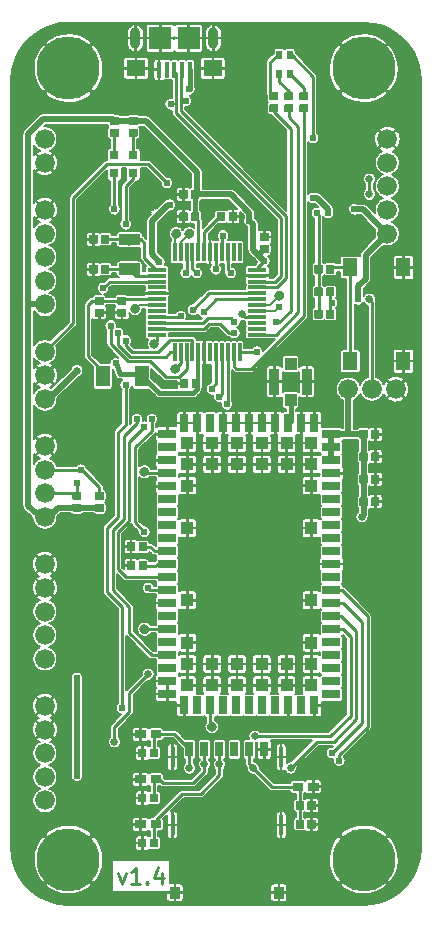
<source format=gbr>
G04 #@! TF.GenerationSoftware,KiCad,Pcbnew,5.0.2-bee76a0~70~ubuntu18.04.1*
G04 #@! TF.CreationDate,2019-10-21T17:09:24+02:00*
G04 #@! TF.ProjectId,easyhive_1_3,65617379-6869-4766-955f-315f332e6b69,rev?*
G04 #@! TF.SameCoordinates,Original*
G04 #@! TF.FileFunction,Copper,L1,Top*
G04 #@! TF.FilePolarity,Positive*
%FSLAX46Y46*%
G04 Gerber Fmt 4.6, Leading zero omitted, Abs format (unit mm)*
G04 Created by KiCad (PCBNEW 5.0.2-bee76a0~70~ubuntu18.04.1) date Mo 21 Okt 2019 17:09:24 CEST*
%MOMM*%
%LPD*%
G01*
G04 APERTURE LIST*
G04 #@! TA.AperFunction,NonConductor*
%ADD10C,0.213360*%
G04 #@! TD*
G04 #@! TA.AperFunction,SMDPad,CuDef*
%ADD11R,0.300000X1.600000*%
G04 #@! TD*
G04 #@! TA.AperFunction,SMDPad,CuDef*
%ADD12R,1.600000X0.300000*%
G04 #@! TD*
G04 #@! TA.AperFunction,Conductor*
%ADD13C,0.100000*%
G04 #@! TD*
G04 #@! TA.AperFunction,SMDPad,CuDef*
%ADD14C,0.700000*%
G04 #@! TD*
G04 #@! TA.AperFunction,SMDPad,CuDef*
%ADD15R,1.200000X1.800000*%
G04 #@! TD*
G04 #@! TA.AperFunction,SMDPad,CuDef*
%ADD16R,1.300000X1.550000*%
G04 #@! TD*
G04 #@! TA.AperFunction,ComponentPad*
%ADD17O,0.900000X1.800000*%
G04 #@! TD*
G04 #@! TA.AperFunction,SMDPad,CuDef*
%ADD18R,1.900000X1.900000*%
G04 #@! TD*
G04 #@! TA.AperFunction,SMDPad,CuDef*
%ADD19R,1.600000X1.400000*%
G04 #@! TD*
G04 #@! TA.AperFunction,SMDPad,CuDef*
%ADD20R,0.400000X1.350000*%
G04 #@! TD*
G04 #@! TA.AperFunction,ComponentPad*
%ADD21C,1.676400*%
G04 #@! TD*
G04 #@! TA.AperFunction,ComponentPad*
%ADD22C,0.508000*%
G04 #@! TD*
G04 #@! TA.AperFunction,SMDPad,CuDef*
%ADD23C,1.600000*%
G04 #@! TD*
G04 #@! TA.AperFunction,SMDPad,CuDef*
%ADD24R,0.800000X0.800000*%
G04 #@! TD*
G04 #@! TA.AperFunction,SMDPad,CuDef*
%ADD25R,0.500000X0.800000*%
G04 #@! TD*
G04 #@! TA.AperFunction,SMDPad,CuDef*
%ADD26C,1.000000*%
G04 #@! TD*
G04 #@! TA.AperFunction,SMDPad,CuDef*
%ADD27R,0.350000X1.800000*%
G04 #@! TD*
G04 #@! TA.AperFunction,SMDPad,CuDef*
%ADD28R,0.650000X1.300000*%
G04 #@! TD*
G04 #@! TA.AperFunction,SMDPad,CuDef*
%ADD29R,0.900000X1.000000*%
G04 #@! TD*
G04 #@! TA.AperFunction,SMDPad,CuDef*
%ADD30R,1.100000X1.100000*%
G04 #@! TD*
G04 #@! TA.AperFunction,SMDPad,CuDef*
%ADD31R,0.800000X1.500000*%
G04 #@! TD*
G04 #@! TA.AperFunction,SMDPad,CuDef*
%ADD32R,1.500000X0.800000*%
G04 #@! TD*
G04 #@! TA.AperFunction,ComponentPad*
%ADD33C,5.334000*%
G04 #@! TD*
G04 #@! TA.AperFunction,SMDPad,CuDef*
%ADD34R,1.000000X1.050000*%
G04 #@! TD*
G04 #@! TA.AperFunction,SMDPad,CuDef*
%ADD35R,0.850000X2.200000*%
G04 #@! TD*
G04 #@! TA.AperFunction,SMDPad,CuDef*
%ADD36C,0.800000*%
G04 #@! TD*
G04 #@! TA.AperFunction,ViaPad*
%ADD37C,0.609600*%
G04 #@! TD*
G04 #@! TA.AperFunction,ViaPad*
%ADD38C,0.654800*%
G04 #@! TD*
G04 #@! TA.AperFunction,ViaPad*
%ADD39C,0.800000*%
G04 #@! TD*
G04 #@! TA.AperFunction,Conductor*
%ADD40C,0.250000*%
G04 #@! TD*
G04 #@! TA.AperFunction,Conductor*
%ADD41C,0.300000*%
G04 #@! TD*
G04 #@! TA.AperFunction,Conductor*
%ADD42C,0.508000*%
G04 #@! TD*
G04 #@! TA.AperFunction,Conductor*
%ADD43C,0.406400*%
G04 #@! TD*
G04 #@! TA.AperFunction,Conductor*
%ADD44C,0.254000*%
G04 #@! TD*
G04 #@! TA.AperFunction,Conductor*
%ADD45C,0.304800*%
G04 #@! TD*
G04 #@! TA.AperFunction,Conductor*
%ADD46C,0.400000*%
G04 #@! TD*
G04 #@! TA.AperFunction,Conductor*
%ADD47C,0.203200*%
G04 #@! TD*
G04 #@! TA.AperFunction,Conductor*
%ADD48C,0.152400*%
G04 #@! TD*
G04 APERTURE END LIST*
D10*
X140222824Y-139633400D02*
X140544557Y-140534253D01*
X140866290Y-139633400D01*
X142088877Y-140534253D02*
X141316717Y-140534253D01*
X141702797Y-140534253D02*
X141702797Y-139182973D01*
X141574104Y-139376013D01*
X141445410Y-139504706D01*
X141316717Y-139569053D01*
X142667997Y-140405560D02*
X142732344Y-140469906D01*
X142667997Y-140534253D01*
X142603650Y-140469906D01*
X142667997Y-140405560D01*
X142667997Y-140534253D01*
X143890584Y-139633400D02*
X143890584Y-140534253D01*
X143568850Y-139118626D02*
X143247117Y-140083826D01*
X144083624Y-140083826D01*
D11*
G04 #@! TO.P,IC1,48*
G04 #@! TO.N,/PB03*
X144996100Y-87068600D03*
G04 #@! TO.P,IC1,47*
G04 #@! TO.N,/PB02*
X145496100Y-87068600D03*
G04 #@! TO.P,IC1,46*
G04 #@! TO.N,/SWDIO*
X145996100Y-87068600D03*
G04 #@! TO.P,IC1,45*
G04 #@! TO.N,/SWCLK*
X146496100Y-87068600D03*
G04 #@! TO.P,IC1,44*
G04 #@! TO.N,+3V3*
X146996100Y-87068600D03*
G04 #@! TO.P,IC1,43*
G04 #@! TO.N,Net-(C2-Pad1)*
X147496100Y-87068600D03*
G04 #@! TO.P,IC1,42*
G04 #@! TO.N,GND*
X147996100Y-87068600D03*
G04 #@! TO.P,IC1,41*
G04 #@! TO.N,/BUZZER*
X148496100Y-87068600D03*
G04 #@! TO.P,IC1,40*
G04 #@! TO.N,/~RESET*
X148996100Y-87068600D03*
G04 #@! TO.P,IC1,39*
G04 #@! TO.N,/DS_DATA*
X149496100Y-87068600D03*
G04 #@! TO.P,IC1,38*
G04 #@! TO.N,Net-(IC1-Pad38)*
X149996100Y-87068600D03*
G04 #@! TO.P,IC1,37*
G04 #@! TO.N,Net-(IC1-Pad37)*
X150496100Y-87068600D03*
D12*
G04 #@! TO.P,IC1,36*
G04 #@! TO.N,+3V3*
X151996100Y-88568600D03*
G04 #@! TO.P,IC1,35*
G04 #@! TO.N,GND*
X151996100Y-89068600D03*
G04 #@! TO.P,IC1,34*
G04 #@! TO.N,/USBP*
X151996100Y-89568600D03*
G04 #@! TO.P,IC1,33*
G04 #@! TO.N,/USBN*
X151996100Y-90068600D03*
G04 #@! TO.P,IC1,32*
G04 #@! TO.N,/SAM_SCL*
X151996100Y-90568600D03*
G04 #@! TO.P,IC1,31*
G04 #@! TO.N,/SAM_SDA*
X151996100Y-91068600D03*
G04 #@! TO.P,IC1,29*
G04 #@! TO.N,/LC_ON*
X151996100Y-92068600D03*
G04 #@! TO.P,IC1,30*
G04 #@! TO.N,/PA21*
X151996100Y-91568600D03*
G04 #@! TO.P,IC1,28*
G04 #@! TO.N,/ADS_A0*
X151996100Y-92568600D03*
G04 #@! TO.P,IC1,27*
G04 #@! TO.N,Net-(IC1-Pad27)*
X151996100Y-93068600D03*
G04 #@! TO.P,IC1,26*
G04 #@! TO.N,Net-(IC1-Pad26)*
X151996100Y-93568600D03*
G04 #@! TO.P,IC1,25*
G04 #@! TO.N,/GREEN*
X151996100Y-94068600D03*
D11*
G04 #@! TO.P,IC1,24*
G04 #@! TO.N,/BLUE*
X150496100Y-95568600D03*
G04 #@! TO.P,IC1,23*
G04 #@! TO.N,/RED*
X149996100Y-95568600D03*
G04 #@! TO.P,IC1,22*
G04 #@! TO.N,/SARA_RX*
X149496100Y-95568600D03*
G04 #@! TO.P,IC1,21*
G04 #@! TO.N,/SARA_TX*
X148996100Y-95568600D03*
G04 #@! TO.P,IC1,20*
G04 #@! TO.N,/SARA_RST*
X148496100Y-95568600D03*
G04 #@! TO.P,IC1,19*
G04 #@! TO.N,Net-(IC1-Pad19)*
X147996100Y-95568600D03*
G04 #@! TO.P,IC1,18*
G04 #@! TO.N,GND*
X147496100Y-95568600D03*
G04 #@! TO.P,IC1,17*
G04 #@! TO.N,+3V3*
X146996100Y-95568600D03*
G04 #@! TO.P,IC1,16*
G04 #@! TO.N,/I2S_WS*
X146496100Y-95568600D03*
G04 #@! TO.P,IC1,15*
G04 #@! TO.N,/I2S_SCK*
X145996100Y-95568600D03*
G04 #@! TO.P,IC1,14*
G04 #@! TO.N,/I2S_MCK*
X145496100Y-95568600D03*
G04 #@! TO.P,IC1,13*
G04 #@! TO.N,/I2S_SD*
X144996100Y-95568600D03*
D12*
G04 #@! TO.P,IC1,12*
G04 #@! TO.N,/PDWN*
X143496100Y-94068600D03*
G04 #@! TO.P,IC1,11*
G04 #@! TO.N,/SCLK*
X143496100Y-93568600D03*
G04 #@! TO.P,IC1,10*
G04 #@! TO.N,/DATA*
X143496100Y-93068600D03*
G04 #@! TO.P,IC1,9*
G04 #@! TO.N,/TEMP_EN*
X143496100Y-92568600D03*
G04 #@! TO.P,IC1,8*
G04 #@! TO.N,Net-(IC1-Pad8)*
X143496100Y-92068600D03*
G04 #@! TO.P,IC1,7*
G04 #@! TO.N,/PB08*
X143496100Y-91568600D03*
G04 #@! TO.P,IC1,6*
G04 #@! TO.N,Net-(C7-Pad1)*
X143496100Y-91068600D03*
G04 #@! TO.P,IC1,5*
G04 #@! TO.N,GND*
X143496100Y-90568600D03*
G04 #@! TO.P,IC1,4*
G04 #@! TO.N,Net-(IC1-Pad4)*
X143496100Y-90068600D03*
G04 #@! TO.P,IC1,3*
G04 #@! TO.N,/AIN0*
X143496100Y-89568600D03*
G04 #@! TO.P,IC1,2*
G04 #@! TO.N,Net-(C4-Pad1)*
X143496100Y-89068600D03*
G04 #@! TO.P,IC1,1*
G04 #@! TO.N,Net-(C3-Pad1)*
X143496100Y-88568600D03*
G04 #@! TD*
D13*
G04 #@! TO.N,GND*
G04 #@! TO.C,C2*
G36*
X150202961Y-83708937D02*
X150209756Y-83709945D01*
X150216420Y-83711614D01*
X150222888Y-83713928D01*
X150229098Y-83716866D01*
X150234990Y-83720397D01*
X150240508Y-83724489D01*
X150245597Y-83729103D01*
X150250211Y-83734192D01*
X150254303Y-83739710D01*
X150257834Y-83745602D01*
X150260772Y-83751812D01*
X150263086Y-83758280D01*
X150264755Y-83764944D01*
X150265763Y-83771739D01*
X150266100Y-83778600D01*
X150266100Y-84388600D01*
X150265763Y-84395461D01*
X150264755Y-84402256D01*
X150263086Y-84408920D01*
X150260772Y-84415388D01*
X150257834Y-84421598D01*
X150254303Y-84427490D01*
X150250211Y-84433008D01*
X150245597Y-84438097D01*
X150240508Y-84442711D01*
X150234990Y-84446803D01*
X150229098Y-84450334D01*
X150222888Y-84453272D01*
X150216420Y-84455586D01*
X150209756Y-84457255D01*
X150202961Y-84458263D01*
X150196100Y-84458600D01*
X149636100Y-84458600D01*
X149629239Y-84458263D01*
X149622444Y-84457255D01*
X149615780Y-84455586D01*
X149609312Y-84453272D01*
X149603102Y-84450334D01*
X149597210Y-84446803D01*
X149591692Y-84442711D01*
X149586603Y-84438097D01*
X149581989Y-84433008D01*
X149577897Y-84427490D01*
X149574366Y-84421598D01*
X149571428Y-84415388D01*
X149569114Y-84408920D01*
X149567445Y-84402256D01*
X149566437Y-84395461D01*
X149566100Y-84388600D01*
X149566100Y-83778600D01*
X149566437Y-83771739D01*
X149567445Y-83764944D01*
X149569114Y-83758280D01*
X149571428Y-83751812D01*
X149574366Y-83745602D01*
X149577897Y-83739710D01*
X149581989Y-83734192D01*
X149586603Y-83729103D01*
X149591692Y-83724489D01*
X149597210Y-83720397D01*
X149603102Y-83716866D01*
X149609312Y-83713928D01*
X149615780Y-83711614D01*
X149622444Y-83709945D01*
X149629239Y-83708937D01*
X149636100Y-83708600D01*
X150196100Y-83708600D01*
X150202961Y-83708937D01*
X150202961Y-83708937D01*
G37*
D14*
G04 #@! TD*
G04 #@! TO.P,C2,2*
G04 #@! TO.N,GND*
X149916100Y-84083600D03*
D13*
G04 #@! TO.N,Net-(C2-Pad1)*
G04 #@! TO.C,C2*
G36*
X149202961Y-83708937D02*
X149209756Y-83709945D01*
X149216420Y-83711614D01*
X149222888Y-83713928D01*
X149229098Y-83716866D01*
X149234990Y-83720397D01*
X149240508Y-83724489D01*
X149245597Y-83729103D01*
X149250211Y-83734192D01*
X149254303Y-83739710D01*
X149257834Y-83745602D01*
X149260772Y-83751812D01*
X149263086Y-83758280D01*
X149264755Y-83764944D01*
X149265763Y-83771739D01*
X149266100Y-83778600D01*
X149266100Y-84388600D01*
X149265763Y-84395461D01*
X149264755Y-84402256D01*
X149263086Y-84408920D01*
X149260772Y-84415388D01*
X149257834Y-84421598D01*
X149254303Y-84427490D01*
X149250211Y-84433008D01*
X149245597Y-84438097D01*
X149240508Y-84442711D01*
X149234990Y-84446803D01*
X149229098Y-84450334D01*
X149222888Y-84453272D01*
X149216420Y-84455586D01*
X149209756Y-84457255D01*
X149202961Y-84458263D01*
X149196100Y-84458600D01*
X148636100Y-84458600D01*
X148629239Y-84458263D01*
X148622444Y-84457255D01*
X148615780Y-84455586D01*
X148609312Y-84453272D01*
X148603102Y-84450334D01*
X148597210Y-84446803D01*
X148591692Y-84442711D01*
X148586603Y-84438097D01*
X148581989Y-84433008D01*
X148577897Y-84427490D01*
X148574366Y-84421598D01*
X148571428Y-84415388D01*
X148569114Y-84408920D01*
X148567445Y-84402256D01*
X148566437Y-84395461D01*
X148566100Y-84388600D01*
X148566100Y-83778600D01*
X148566437Y-83771739D01*
X148567445Y-83764944D01*
X148569114Y-83758280D01*
X148571428Y-83751812D01*
X148574366Y-83745602D01*
X148577897Y-83739710D01*
X148581989Y-83734192D01*
X148586603Y-83729103D01*
X148591692Y-83724489D01*
X148597210Y-83720397D01*
X148603102Y-83716866D01*
X148609312Y-83713928D01*
X148615780Y-83711614D01*
X148622444Y-83709945D01*
X148629239Y-83708937D01*
X148636100Y-83708600D01*
X149196100Y-83708600D01*
X149202961Y-83708937D01*
X149202961Y-83708937D01*
G37*
D14*
G04 #@! TD*
G04 #@! TO.P,C2,1*
G04 #@! TO.N,Net-(C2-Pad1)*
X148916100Y-84083600D03*
D13*
G04 #@! TO.N,GND*
G04 #@! TO.C,C3*
G36*
X138407961Y-85613937D02*
X138414756Y-85614945D01*
X138421420Y-85616614D01*
X138427888Y-85618928D01*
X138434098Y-85621866D01*
X138439990Y-85625397D01*
X138445508Y-85629489D01*
X138450597Y-85634103D01*
X138455211Y-85639192D01*
X138459303Y-85644710D01*
X138462834Y-85650602D01*
X138465772Y-85656812D01*
X138468086Y-85663280D01*
X138469755Y-85669944D01*
X138470763Y-85676739D01*
X138471100Y-85683600D01*
X138471100Y-86293600D01*
X138470763Y-86300461D01*
X138469755Y-86307256D01*
X138468086Y-86313920D01*
X138465772Y-86320388D01*
X138462834Y-86326598D01*
X138459303Y-86332490D01*
X138455211Y-86338008D01*
X138450597Y-86343097D01*
X138445508Y-86347711D01*
X138439990Y-86351803D01*
X138434098Y-86355334D01*
X138427888Y-86358272D01*
X138421420Y-86360586D01*
X138414756Y-86362255D01*
X138407961Y-86363263D01*
X138401100Y-86363600D01*
X137841100Y-86363600D01*
X137834239Y-86363263D01*
X137827444Y-86362255D01*
X137820780Y-86360586D01*
X137814312Y-86358272D01*
X137808102Y-86355334D01*
X137802210Y-86351803D01*
X137796692Y-86347711D01*
X137791603Y-86343097D01*
X137786989Y-86338008D01*
X137782897Y-86332490D01*
X137779366Y-86326598D01*
X137776428Y-86320388D01*
X137774114Y-86313920D01*
X137772445Y-86307256D01*
X137771437Y-86300461D01*
X137771100Y-86293600D01*
X137771100Y-85683600D01*
X137771437Y-85676739D01*
X137772445Y-85669944D01*
X137774114Y-85663280D01*
X137776428Y-85656812D01*
X137779366Y-85650602D01*
X137782897Y-85644710D01*
X137786989Y-85639192D01*
X137791603Y-85634103D01*
X137796692Y-85629489D01*
X137802210Y-85625397D01*
X137808102Y-85621866D01*
X137814312Y-85618928D01*
X137820780Y-85616614D01*
X137827444Y-85614945D01*
X137834239Y-85613937D01*
X137841100Y-85613600D01*
X138401100Y-85613600D01*
X138407961Y-85613937D01*
X138407961Y-85613937D01*
G37*
D14*
G04 #@! TD*
G04 #@! TO.P,C3,2*
G04 #@! TO.N,GND*
X138121100Y-85988600D03*
D13*
G04 #@! TO.N,Net-(C3-Pad1)*
G04 #@! TO.C,C3*
G36*
X139407961Y-85613937D02*
X139414756Y-85614945D01*
X139421420Y-85616614D01*
X139427888Y-85618928D01*
X139434098Y-85621866D01*
X139439990Y-85625397D01*
X139445508Y-85629489D01*
X139450597Y-85634103D01*
X139455211Y-85639192D01*
X139459303Y-85644710D01*
X139462834Y-85650602D01*
X139465772Y-85656812D01*
X139468086Y-85663280D01*
X139469755Y-85669944D01*
X139470763Y-85676739D01*
X139471100Y-85683600D01*
X139471100Y-86293600D01*
X139470763Y-86300461D01*
X139469755Y-86307256D01*
X139468086Y-86313920D01*
X139465772Y-86320388D01*
X139462834Y-86326598D01*
X139459303Y-86332490D01*
X139455211Y-86338008D01*
X139450597Y-86343097D01*
X139445508Y-86347711D01*
X139439990Y-86351803D01*
X139434098Y-86355334D01*
X139427888Y-86358272D01*
X139421420Y-86360586D01*
X139414756Y-86362255D01*
X139407961Y-86363263D01*
X139401100Y-86363600D01*
X138841100Y-86363600D01*
X138834239Y-86363263D01*
X138827444Y-86362255D01*
X138820780Y-86360586D01*
X138814312Y-86358272D01*
X138808102Y-86355334D01*
X138802210Y-86351803D01*
X138796692Y-86347711D01*
X138791603Y-86343097D01*
X138786989Y-86338008D01*
X138782897Y-86332490D01*
X138779366Y-86326598D01*
X138776428Y-86320388D01*
X138774114Y-86313920D01*
X138772445Y-86307256D01*
X138771437Y-86300461D01*
X138771100Y-86293600D01*
X138771100Y-85683600D01*
X138771437Y-85676739D01*
X138772445Y-85669944D01*
X138774114Y-85663280D01*
X138776428Y-85656812D01*
X138779366Y-85650602D01*
X138782897Y-85644710D01*
X138786989Y-85639192D01*
X138791603Y-85634103D01*
X138796692Y-85629489D01*
X138802210Y-85625397D01*
X138808102Y-85621866D01*
X138814312Y-85618928D01*
X138820780Y-85616614D01*
X138827444Y-85614945D01*
X138834239Y-85613937D01*
X138841100Y-85613600D01*
X139401100Y-85613600D01*
X139407961Y-85613937D01*
X139407961Y-85613937D01*
G37*
D14*
G04 #@! TD*
G04 #@! TO.P,C3,1*
G04 #@! TO.N,Net-(C3-Pad1)*
X139121100Y-85988600D03*
D13*
G04 #@! TO.N,GND*
G04 #@! TO.C,C4*
G36*
X138407961Y-88153937D02*
X138414756Y-88154945D01*
X138421420Y-88156614D01*
X138427888Y-88158928D01*
X138434098Y-88161866D01*
X138439990Y-88165397D01*
X138445508Y-88169489D01*
X138450597Y-88174103D01*
X138455211Y-88179192D01*
X138459303Y-88184710D01*
X138462834Y-88190602D01*
X138465772Y-88196812D01*
X138468086Y-88203280D01*
X138469755Y-88209944D01*
X138470763Y-88216739D01*
X138471100Y-88223600D01*
X138471100Y-88833600D01*
X138470763Y-88840461D01*
X138469755Y-88847256D01*
X138468086Y-88853920D01*
X138465772Y-88860388D01*
X138462834Y-88866598D01*
X138459303Y-88872490D01*
X138455211Y-88878008D01*
X138450597Y-88883097D01*
X138445508Y-88887711D01*
X138439990Y-88891803D01*
X138434098Y-88895334D01*
X138427888Y-88898272D01*
X138421420Y-88900586D01*
X138414756Y-88902255D01*
X138407961Y-88903263D01*
X138401100Y-88903600D01*
X137841100Y-88903600D01*
X137834239Y-88903263D01*
X137827444Y-88902255D01*
X137820780Y-88900586D01*
X137814312Y-88898272D01*
X137808102Y-88895334D01*
X137802210Y-88891803D01*
X137796692Y-88887711D01*
X137791603Y-88883097D01*
X137786989Y-88878008D01*
X137782897Y-88872490D01*
X137779366Y-88866598D01*
X137776428Y-88860388D01*
X137774114Y-88853920D01*
X137772445Y-88847256D01*
X137771437Y-88840461D01*
X137771100Y-88833600D01*
X137771100Y-88223600D01*
X137771437Y-88216739D01*
X137772445Y-88209944D01*
X137774114Y-88203280D01*
X137776428Y-88196812D01*
X137779366Y-88190602D01*
X137782897Y-88184710D01*
X137786989Y-88179192D01*
X137791603Y-88174103D01*
X137796692Y-88169489D01*
X137802210Y-88165397D01*
X137808102Y-88161866D01*
X137814312Y-88158928D01*
X137820780Y-88156614D01*
X137827444Y-88154945D01*
X137834239Y-88153937D01*
X137841100Y-88153600D01*
X138401100Y-88153600D01*
X138407961Y-88153937D01*
X138407961Y-88153937D01*
G37*
D14*
G04 #@! TD*
G04 #@! TO.P,C4,2*
G04 #@! TO.N,GND*
X138121100Y-88528600D03*
D13*
G04 #@! TO.N,Net-(C4-Pad1)*
G04 #@! TO.C,C4*
G36*
X139407961Y-88153937D02*
X139414756Y-88154945D01*
X139421420Y-88156614D01*
X139427888Y-88158928D01*
X139434098Y-88161866D01*
X139439990Y-88165397D01*
X139445508Y-88169489D01*
X139450597Y-88174103D01*
X139455211Y-88179192D01*
X139459303Y-88184710D01*
X139462834Y-88190602D01*
X139465772Y-88196812D01*
X139468086Y-88203280D01*
X139469755Y-88209944D01*
X139470763Y-88216739D01*
X139471100Y-88223600D01*
X139471100Y-88833600D01*
X139470763Y-88840461D01*
X139469755Y-88847256D01*
X139468086Y-88853920D01*
X139465772Y-88860388D01*
X139462834Y-88866598D01*
X139459303Y-88872490D01*
X139455211Y-88878008D01*
X139450597Y-88883097D01*
X139445508Y-88887711D01*
X139439990Y-88891803D01*
X139434098Y-88895334D01*
X139427888Y-88898272D01*
X139421420Y-88900586D01*
X139414756Y-88902255D01*
X139407961Y-88903263D01*
X139401100Y-88903600D01*
X138841100Y-88903600D01*
X138834239Y-88903263D01*
X138827444Y-88902255D01*
X138820780Y-88900586D01*
X138814312Y-88898272D01*
X138808102Y-88895334D01*
X138802210Y-88891803D01*
X138796692Y-88887711D01*
X138791603Y-88883097D01*
X138786989Y-88878008D01*
X138782897Y-88872490D01*
X138779366Y-88866598D01*
X138776428Y-88860388D01*
X138774114Y-88853920D01*
X138772445Y-88847256D01*
X138771437Y-88840461D01*
X138771100Y-88833600D01*
X138771100Y-88223600D01*
X138771437Y-88216739D01*
X138772445Y-88209944D01*
X138774114Y-88203280D01*
X138776428Y-88196812D01*
X138779366Y-88190602D01*
X138782897Y-88184710D01*
X138786989Y-88179192D01*
X138791603Y-88174103D01*
X138796692Y-88169489D01*
X138802210Y-88165397D01*
X138808102Y-88161866D01*
X138814312Y-88158928D01*
X138820780Y-88156614D01*
X138827444Y-88154945D01*
X138834239Y-88153937D01*
X138841100Y-88153600D01*
X139401100Y-88153600D01*
X139407961Y-88153937D01*
X139407961Y-88153937D01*
G37*
D14*
G04 #@! TD*
G04 #@! TO.P,C4,1*
G04 #@! TO.N,Net-(C4-Pad1)*
X139121100Y-88528600D03*
D13*
G04 #@! TO.N,GND*
G04 #@! TO.C,C5*
G36*
X146086861Y-97825337D02*
X146093656Y-97826345D01*
X146100320Y-97828014D01*
X146106788Y-97830328D01*
X146112998Y-97833266D01*
X146118890Y-97836797D01*
X146124408Y-97840889D01*
X146129497Y-97845503D01*
X146134111Y-97850592D01*
X146138203Y-97856110D01*
X146141734Y-97862002D01*
X146144672Y-97868212D01*
X146146986Y-97874680D01*
X146148655Y-97881344D01*
X146149663Y-97888139D01*
X146150000Y-97895000D01*
X146150000Y-98505000D01*
X146149663Y-98511861D01*
X146148655Y-98518656D01*
X146146986Y-98525320D01*
X146144672Y-98531788D01*
X146141734Y-98537998D01*
X146138203Y-98543890D01*
X146134111Y-98549408D01*
X146129497Y-98554497D01*
X146124408Y-98559111D01*
X146118890Y-98563203D01*
X146112998Y-98566734D01*
X146106788Y-98569672D01*
X146100320Y-98571986D01*
X146093656Y-98573655D01*
X146086861Y-98574663D01*
X146080000Y-98575000D01*
X145520000Y-98575000D01*
X145513139Y-98574663D01*
X145506344Y-98573655D01*
X145499680Y-98571986D01*
X145493212Y-98569672D01*
X145487002Y-98566734D01*
X145481110Y-98563203D01*
X145475592Y-98559111D01*
X145470503Y-98554497D01*
X145465889Y-98549408D01*
X145461797Y-98543890D01*
X145458266Y-98537998D01*
X145455328Y-98531788D01*
X145453014Y-98525320D01*
X145451345Y-98518656D01*
X145450337Y-98511861D01*
X145450000Y-98505000D01*
X145450000Y-97895000D01*
X145450337Y-97888139D01*
X145451345Y-97881344D01*
X145453014Y-97874680D01*
X145455328Y-97868212D01*
X145458266Y-97862002D01*
X145461797Y-97856110D01*
X145465889Y-97850592D01*
X145470503Y-97845503D01*
X145475592Y-97840889D01*
X145481110Y-97836797D01*
X145487002Y-97833266D01*
X145493212Y-97830328D01*
X145499680Y-97828014D01*
X145506344Y-97826345D01*
X145513139Y-97825337D01*
X145520000Y-97825000D01*
X146080000Y-97825000D01*
X146086861Y-97825337D01*
X146086861Y-97825337D01*
G37*
D14*
G04 #@! TD*
G04 #@! TO.P,C5,2*
G04 #@! TO.N,GND*
X145800000Y-98200000D03*
D13*
G04 #@! TO.N,+3V3*
G04 #@! TO.C,C5*
G36*
X147086861Y-97825337D02*
X147093656Y-97826345D01*
X147100320Y-97828014D01*
X147106788Y-97830328D01*
X147112998Y-97833266D01*
X147118890Y-97836797D01*
X147124408Y-97840889D01*
X147129497Y-97845503D01*
X147134111Y-97850592D01*
X147138203Y-97856110D01*
X147141734Y-97862002D01*
X147144672Y-97868212D01*
X147146986Y-97874680D01*
X147148655Y-97881344D01*
X147149663Y-97888139D01*
X147150000Y-97895000D01*
X147150000Y-98505000D01*
X147149663Y-98511861D01*
X147148655Y-98518656D01*
X147146986Y-98525320D01*
X147144672Y-98531788D01*
X147141734Y-98537998D01*
X147138203Y-98543890D01*
X147134111Y-98549408D01*
X147129497Y-98554497D01*
X147124408Y-98559111D01*
X147118890Y-98563203D01*
X147112998Y-98566734D01*
X147106788Y-98569672D01*
X147100320Y-98571986D01*
X147093656Y-98573655D01*
X147086861Y-98574663D01*
X147080000Y-98575000D01*
X146520000Y-98575000D01*
X146513139Y-98574663D01*
X146506344Y-98573655D01*
X146499680Y-98571986D01*
X146493212Y-98569672D01*
X146487002Y-98566734D01*
X146481110Y-98563203D01*
X146475592Y-98559111D01*
X146470503Y-98554497D01*
X146465889Y-98549408D01*
X146461797Y-98543890D01*
X146458266Y-98537998D01*
X146455328Y-98531788D01*
X146453014Y-98525320D01*
X146451345Y-98518656D01*
X146450337Y-98511861D01*
X146450000Y-98505000D01*
X146450000Y-97895000D01*
X146450337Y-97888139D01*
X146451345Y-97881344D01*
X146453014Y-97874680D01*
X146455328Y-97868212D01*
X146458266Y-97862002D01*
X146461797Y-97856110D01*
X146465889Y-97850592D01*
X146470503Y-97845503D01*
X146475592Y-97840889D01*
X146481110Y-97836797D01*
X146487002Y-97833266D01*
X146493212Y-97830328D01*
X146499680Y-97828014D01*
X146506344Y-97826345D01*
X146513139Y-97825337D01*
X146520000Y-97825000D01*
X147080000Y-97825000D01*
X147086861Y-97825337D01*
X147086861Y-97825337D01*
G37*
D14*
G04 #@! TD*
G04 #@! TO.P,C5,1*
G04 #@! TO.N,+3V3*
X146800000Y-98200000D03*
D13*
G04 #@! TO.N,GND*
G04 #@! TO.C,C6*
G36*
X152902961Y-85456437D02*
X152909756Y-85457445D01*
X152916420Y-85459114D01*
X152922888Y-85461428D01*
X152929098Y-85464366D01*
X152934990Y-85467897D01*
X152940508Y-85471989D01*
X152945597Y-85476603D01*
X152950211Y-85481692D01*
X152954303Y-85487210D01*
X152957834Y-85493102D01*
X152960772Y-85499312D01*
X152963086Y-85505780D01*
X152964755Y-85512444D01*
X152965763Y-85519239D01*
X152966100Y-85526100D01*
X152966100Y-86086100D01*
X152965763Y-86092961D01*
X152964755Y-86099756D01*
X152963086Y-86106420D01*
X152960772Y-86112888D01*
X152957834Y-86119098D01*
X152954303Y-86124990D01*
X152950211Y-86130508D01*
X152945597Y-86135597D01*
X152940508Y-86140211D01*
X152934990Y-86144303D01*
X152929098Y-86147834D01*
X152922888Y-86150772D01*
X152916420Y-86153086D01*
X152909756Y-86154755D01*
X152902961Y-86155763D01*
X152896100Y-86156100D01*
X152286100Y-86156100D01*
X152279239Y-86155763D01*
X152272444Y-86154755D01*
X152265780Y-86153086D01*
X152259312Y-86150772D01*
X152253102Y-86147834D01*
X152247210Y-86144303D01*
X152241692Y-86140211D01*
X152236603Y-86135597D01*
X152231989Y-86130508D01*
X152227897Y-86124990D01*
X152224366Y-86119098D01*
X152221428Y-86112888D01*
X152219114Y-86106420D01*
X152217445Y-86099756D01*
X152216437Y-86092961D01*
X152216100Y-86086100D01*
X152216100Y-85526100D01*
X152216437Y-85519239D01*
X152217445Y-85512444D01*
X152219114Y-85505780D01*
X152221428Y-85499312D01*
X152224366Y-85493102D01*
X152227897Y-85487210D01*
X152231989Y-85481692D01*
X152236603Y-85476603D01*
X152241692Y-85471989D01*
X152247210Y-85467897D01*
X152253102Y-85464366D01*
X152259312Y-85461428D01*
X152265780Y-85459114D01*
X152272444Y-85457445D01*
X152279239Y-85456437D01*
X152286100Y-85456100D01*
X152896100Y-85456100D01*
X152902961Y-85456437D01*
X152902961Y-85456437D01*
G37*
D14*
G04 #@! TD*
G04 #@! TO.P,C6,2*
G04 #@! TO.N,GND*
X152591100Y-85806100D03*
D13*
G04 #@! TO.N,+3V3*
G04 #@! TO.C,C6*
G36*
X152902961Y-86456437D02*
X152909756Y-86457445D01*
X152916420Y-86459114D01*
X152922888Y-86461428D01*
X152929098Y-86464366D01*
X152934990Y-86467897D01*
X152940508Y-86471989D01*
X152945597Y-86476603D01*
X152950211Y-86481692D01*
X152954303Y-86487210D01*
X152957834Y-86493102D01*
X152960772Y-86499312D01*
X152963086Y-86505780D01*
X152964755Y-86512444D01*
X152965763Y-86519239D01*
X152966100Y-86526100D01*
X152966100Y-87086100D01*
X152965763Y-87092961D01*
X152964755Y-87099756D01*
X152963086Y-87106420D01*
X152960772Y-87112888D01*
X152957834Y-87119098D01*
X152954303Y-87124990D01*
X152950211Y-87130508D01*
X152945597Y-87135597D01*
X152940508Y-87140211D01*
X152934990Y-87144303D01*
X152929098Y-87147834D01*
X152922888Y-87150772D01*
X152916420Y-87153086D01*
X152909756Y-87154755D01*
X152902961Y-87155763D01*
X152896100Y-87156100D01*
X152286100Y-87156100D01*
X152279239Y-87155763D01*
X152272444Y-87154755D01*
X152265780Y-87153086D01*
X152259312Y-87150772D01*
X152253102Y-87147834D01*
X152247210Y-87144303D01*
X152241692Y-87140211D01*
X152236603Y-87135597D01*
X152231989Y-87130508D01*
X152227897Y-87124990D01*
X152224366Y-87119098D01*
X152221428Y-87112888D01*
X152219114Y-87106420D01*
X152217445Y-87099756D01*
X152216437Y-87092961D01*
X152216100Y-87086100D01*
X152216100Y-86526100D01*
X152216437Y-86519239D01*
X152217445Y-86512444D01*
X152219114Y-86505780D01*
X152221428Y-86499312D01*
X152224366Y-86493102D01*
X152227897Y-86487210D01*
X152231989Y-86481692D01*
X152236603Y-86476603D01*
X152241692Y-86471989D01*
X152247210Y-86467897D01*
X152253102Y-86464366D01*
X152259312Y-86461428D01*
X152265780Y-86459114D01*
X152272444Y-86457445D01*
X152279239Y-86456437D01*
X152286100Y-86456100D01*
X152896100Y-86456100D01*
X152902961Y-86456437D01*
X152902961Y-86456437D01*
G37*
D14*
G04 #@! TD*
G04 #@! TO.P,C6,1*
G04 #@! TO.N,+3V3*
X152591100Y-86806100D03*
D13*
G04 #@! TO.N,GND*
G04 #@! TO.C,C7*
G36*
X140837961Y-91853937D02*
X140844756Y-91854945D01*
X140851420Y-91856614D01*
X140857888Y-91858928D01*
X140864098Y-91861866D01*
X140869990Y-91865397D01*
X140875508Y-91869489D01*
X140880597Y-91874103D01*
X140885211Y-91879192D01*
X140889303Y-91884710D01*
X140892834Y-91890602D01*
X140895772Y-91896812D01*
X140898086Y-91903280D01*
X140899755Y-91909944D01*
X140900763Y-91916739D01*
X140901100Y-91923600D01*
X140901100Y-92483600D01*
X140900763Y-92490461D01*
X140899755Y-92497256D01*
X140898086Y-92503920D01*
X140895772Y-92510388D01*
X140892834Y-92516598D01*
X140889303Y-92522490D01*
X140885211Y-92528008D01*
X140880597Y-92533097D01*
X140875508Y-92537711D01*
X140869990Y-92541803D01*
X140864098Y-92545334D01*
X140857888Y-92548272D01*
X140851420Y-92550586D01*
X140844756Y-92552255D01*
X140837961Y-92553263D01*
X140831100Y-92553600D01*
X140221100Y-92553600D01*
X140214239Y-92553263D01*
X140207444Y-92552255D01*
X140200780Y-92550586D01*
X140194312Y-92548272D01*
X140188102Y-92545334D01*
X140182210Y-92541803D01*
X140176692Y-92537711D01*
X140171603Y-92533097D01*
X140166989Y-92528008D01*
X140162897Y-92522490D01*
X140159366Y-92516598D01*
X140156428Y-92510388D01*
X140154114Y-92503920D01*
X140152445Y-92497256D01*
X140151437Y-92490461D01*
X140151100Y-92483600D01*
X140151100Y-91923600D01*
X140151437Y-91916739D01*
X140152445Y-91909944D01*
X140154114Y-91903280D01*
X140156428Y-91896812D01*
X140159366Y-91890602D01*
X140162897Y-91884710D01*
X140166989Y-91879192D01*
X140171603Y-91874103D01*
X140176692Y-91869489D01*
X140182210Y-91865397D01*
X140188102Y-91861866D01*
X140194312Y-91858928D01*
X140200780Y-91856614D01*
X140207444Y-91854945D01*
X140214239Y-91853937D01*
X140221100Y-91853600D01*
X140831100Y-91853600D01*
X140837961Y-91853937D01*
X140837961Y-91853937D01*
G37*
D14*
G04 #@! TD*
G04 #@! TO.P,C7,2*
G04 #@! TO.N,GND*
X140526100Y-92203600D03*
D13*
G04 #@! TO.N,Net-(C7-Pad1)*
G04 #@! TO.C,C7*
G36*
X140837961Y-90853937D02*
X140844756Y-90854945D01*
X140851420Y-90856614D01*
X140857888Y-90858928D01*
X140864098Y-90861866D01*
X140869990Y-90865397D01*
X140875508Y-90869489D01*
X140880597Y-90874103D01*
X140885211Y-90879192D01*
X140889303Y-90884710D01*
X140892834Y-90890602D01*
X140895772Y-90896812D01*
X140898086Y-90903280D01*
X140899755Y-90909944D01*
X140900763Y-90916739D01*
X140901100Y-90923600D01*
X140901100Y-91483600D01*
X140900763Y-91490461D01*
X140899755Y-91497256D01*
X140898086Y-91503920D01*
X140895772Y-91510388D01*
X140892834Y-91516598D01*
X140889303Y-91522490D01*
X140885211Y-91528008D01*
X140880597Y-91533097D01*
X140875508Y-91537711D01*
X140869990Y-91541803D01*
X140864098Y-91545334D01*
X140857888Y-91548272D01*
X140851420Y-91550586D01*
X140844756Y-91552255D01*
X140837961Y-91553263D01*
X140831100Y-91553600D01*
X140221100Y-91553600D01*
X140214239Y-91553263D01*
X140207444Y-91552255D01*
X140200780Y-91550586D01*
X140194312Y-91548272D01*
X140188102Y-91545334D01*
X140182210Y-91541803D01*
X140176692Y-91537711D01*
X140171603Y-91533097D01*
X140166989Y-91528008D01*
X140162897Y-91522490D01*
X140159366Y-91516598D01*
X140156428Y-91510388D01*
X140154114Y-91503920D01*
X140152445Y-91497256D01*
X140151437Y-91490461D01*
X140151100Y-91483600D01*
X140151100Y-90923600D01*
X140151437Y-90916739D01*
X140152445Y-90909944D01*
X140154114Y-90903280D01*
X140156428Y-90896812D01*
X140159366Y-90890602D01*
X140162897Y-90884710D01*
X140166989Y-90879192D01*
X140171603Y-90874103D01*
X140176692Y-90869489D01*
X140182210Y-90865397D01*
X140188102Y-90861866D01*
X140194312Y-90858928D01*
X140200780Y-90856614D01*
X140207444Y-90854945D01*
X140214239Y-90853937D01*
X140221100Y-90853600D01*
X140831100Y-90853600D01*
X140837961Y-90853937D01*
X140837961Y-90853937D01*
G37*
D14*
G04 #@! TD*
G04 #@! TO.P,C7,1*
G04 #@! TO.N,Net-(C7-Pad1)*
X140526100Y-91203600D03*
D13*
G04 #@! TO.N,GND*
G04 #@! TO.C,C1*
G36*
X146027961Y-83708937D02*
X146034756Y-83709945D01*
X146041420Y-83711614D01*
X146047888Y-83713928D01*
X146054098Y-83716866D01*
X146059990Y-83720397D01*
X146065508Y-83724489D01*
X146070597Y-83729103D01*
X146075211Y-83734192D01*
X146079303Y-83739710D01*
X146082834Y-83745602D01*
X146085772Y-83751812D01*
X146088086Y-83758280D01*
X146089755Y-83764944D01*
X146090763Y-83771739D01*
X146091100Y-83778600D01*
X146091100Y-84388600D01*
X146090763Y-84395461D01*
X146089755Y-84402256D01*
X146088086Y-84408920D01*
X146085772Y-84415388D01*
X146082834Y-84421598D01*
X146079303Y-84427490D01*
X146075211Y-84433008D01*
X146070597Y-84438097D01*
X146065508Y-84442711D01*
X146059990Y-84446803D01*
X146054098Y-84450334D01*
X146047888Y-84453272D01*
X146041420Y-84455586D01*
X146034756Y-84457255D01*
X146027961Y-84458263D01*
X146021100Y-84458600D01*
X145461100Y-84458600D01*
X145454239Y-84458263D01*
X145447444Y-84457255D01*
X145440780Y-84455586D01*
X145434312Y-84453272D01*
X145428102Y-84450334D01*
X145422210Y-84446803D01*
X145416692Y-84442711D01*
X145411603Y-84438097D01*
X145406989Y-84433008D01*
X145402897Y-84427490D01*
X145399366Y-84421598D01*
X145396428Y-84415388D01*
X145394114Y-84408920D01*
X145392445Y-84402256D01*
X145391437Y-84395461D01*
X145391100Y-84388600D01*
X145391100Y-83778600D01*
X145391437Y-83771739D01*
X145392445Y-83764944D01*
X145394114Y-83758280D01*
X145396428Y-83751812D01*
X145399366Y-83745602D01*
X145402897Y-83739710D01*
X145406989Y-83734192D01*
X145411603Y-83729103D01*
X145416692Y-83724489D01*
X145422210Y-83720397D01*
X145428102Y-83716866D01*
X145434312Y-83713928D01*
X145440780Y-83711614D01*
X145447444Y-83709945D01*
X145454239Y-83708937D01*
X145461100Y-83708600D01*
X146021100Y-83708600D01*
X146027961Y-83708937D01*
X146027961Y-83708937D01*
G37*
D14*
G04 #@! TD*
G04 #@! TO.P,C1,2*
G04 #@! TO.N,GND*
X145741100Y-84083600D03*
D13*
G04 #@! TO.N,+3V3*
G04 #@! TO.C,C1*
G36*
X147027961Y-83708937D02*
X147034756Y-83709945D01*
X147041420Y-83711614D01*
X147047888Y-83713928D01*
X147054098Y-83716866D01*
X147059990Y-83720397D01*
X147065508Y-83724489D01*
X147070597Y-83729103D01*
X147075211Y-83734192D01*
X147079303Y-83739710D01*
X147082834Y-83745602D01*
X147085772Y-83751812D01*
X147088086Y-83758280D01*
X147089755Y-83764944D01*
X147090763Y-83771739D01*
X147091100Y-83778600D01*
X147091100Y-84388600D01*
X147090763Y-84395461D01*
X147089755Y-84402256D01*
X147088086Y-84408920D01*
X147085772Y-84415388D01*
X147082834Y-84421598D01*
X147079303Y-84427490D01*
X147075211Y-84433008D01*
X147070597Y-84438097D01*
X147065508Y-84442711D01*
X147059990Y-84446803D01*
X147054098Y-84450334D01*
X147047888Y-84453272D01*
X147041420Y-84455586D01*
X147034756Y-84457255D01*
X147027961Y-84458263D01*
X147021100Y-84458600D01*
X146461100Y-84458600D01*
X146454239Y-84458263D01*
X146447444Y-84457255D01*
X146440780Y-84455586D01*
X146434312Y-84453272D01*
X146428102Y-84450334D01*
X146422210Y-84446803D01*
X146416692Y-84442711D01*
X146411603Y-84438097D01*
X146406989Y-84433008D01*
X146402897Y-84427490D01*
X146399366Y-84421598D01*
X146396428Y-84415388D01*
X146394114Y-84408920D01*
X146392445Y-84402256D01*
X146391437Y-84395461D01*
X146391100Y-84388600D01*
X146391100Y-83778600D01*
X146391437Y-83771739D01*
X146392445Y-83764944D01*
X146394114Y-83758280D01*
X146396428Y-83751812D01*
X146399366Y-83745602D01*
X146402897Y-83739710D01*
X146406989Y-83734192D01*
X146411603Y-83729103D01*
X146416692Y-83724489D01*
X146422210Y-83720397D01*
X146428102Y-83716866D01*
X146434312Y-83713928D01*
X146440780Y-83711614D01*
X146447444Y-83709945D01*
X146454239Y-83708937D01*
X146461100Y-83708600D01*
X147021100Y-83708600D01*
X147027961Y-83708937D01*
X147027961Y-83708937D01*
G37*
D14*
G04 #@! TD*
G04 #@! TO.P,C1,1*
G04 #@! TO.N,+3V3*
X146741100Y-84083600D03*
D13*
G04 #@! TO.N,GND*
G04 #@! TO.C,C8*
G36*
X146027961Y-81803937D02*
X146034756Y-81804945D01*
X146041420Y-81806614D01*
X146047888Y-81808928D01*
X146054098Y-81811866D01*
X146059990Y-81815397D01*
X146065508Y-81819489D01*
X146070597Y-81824103D01*
X146075211Y-81829192D01*
X146079303Y-81834710D01*
X146082834Y-81840602D01*
X146085772Y-81846812D01*
X146088086Y-81853280D01*
X146089755Y-81859944D01*
X146090763Y-81866739D01*
X146091100Y-81873600D01*
X146091100Y-82483600D01*
X146090763Y-82490461D01*
X146089755Y-82497256D01*
X146088086Y-82503920D01*
X146085772Y-82510388D01*
X146082834Y-82516598D01*
X146079303Y-82522490D01*
X146075211Y-82528008D01*
X146070597Y-82533097D01*
X146065508Y-82537711D01*
X146059990Y-82541803D01*
X146054098Y-82545334D01*
X146047888Y-82548272D01*
X146041420Y-82550586D01*
X146034756Y-82552255D01*
X146027961Y-82553263D01*
X146021100Y-82553600D01*
X145461100Y-82553600D01*
X145454239Y-82553263D01*
X145447444Y-82552255D01*
X145440780Y-82550586D01*
X145434312Y-82548272D01*
X145428102Y-82545334D01*
X145422210Y-82541803D01*
X145416692Y-82537711D01*
X145411603Y-82533097D01*
X145406989Y-82528008D01*
X145402897Y-82522490D01*
X145399366Y-82516598D01*
X145396428Y-82510388D01*
X145394114Y-82503920D01*
X145392445Y-82497256D01*
X145391437Y-82490461D01*
X145391100Y-82483600D01*
X145391100Y-81873600D01*
X145391437Y-81866739D01*
X145392445Y-81859944D01*
X145394114Y-81853280D01*
X145396428Y-81846812D01*
X145399366Y-81840602D01*
X145402897Y-81834710D01*
X145406989Y-81829192D01*
X145411603Y-81824103D01*
X145416692Y-81819489D01*
X145422210Y-81815397D01*
X145428102Y-81811866D01*
X145434312Y-81808928D01*
X145440780Y-81806614D01*
X145447444Y-81804945D01*
X145454239Y-81803937D01*
X145461100Y-81803600D01*
X146021100Y-81803600D01*
X146027961Y-81803937D01*
X146027961Y-81803937D01*
G37*
D14*
G04 #@! TD*
G04 #@! TO.P,C8,2*
G04 #@! TO.N,GND*
X145741100Y-82178600D03*
D13*
G04 #@! TO.N,+3V3*
G04 #@! TO.C,C8*
G36*
X147027961Y-81803937D02*
X147034756Y-81804945D01*
X147041420Y-81806614D01*
X147047888Y-81808928D01*
X147054098Y-81811866D01*
X147059990Y-81815397D01*
X147065508Y-81819489D01*
X147070597Y-81824103D01*
X147075211Y-81829192D01*
X147079303Y-81834710D01*
X147082834Y-81840602D01*
X147085772Y-81846812D01*
X147088086Y-81853280D01*
X147089755Y-81859944D01*
X147090763Y-81866739D01*
X147091100Y-81873600D01*
X147091100Y-82483600D01*
X147090763Y-82490461D01*
X147089755Y-82497256D01*
X147088086Y-82503920D01*
X147085772Y-82510388D01*
X147082834Y-82516598D01*
X147079303Y-82522490D01*
X147075211Y-82528008D01*
X147070597Y-82533097D01*
X147065508Y-82537711D01*
X147059990Y-82541803D01*
X147054098Y-82545334D01*
X147047888Y-82548272D01*
X147041420Y-82550586D01*
X147034756Y-82552255D01*
X147027961Y-82553263D01*
X147021100Y-82553600D01*
X146461100Y-82553600D01*
X146454239Y-82553263D01*
X146447444Y-82552255D01*
X146440780Y-82550586D01*
X146434312Y-82548272D01*
X146428102Y-82545334D01*
X146422210Y-82541803D01*
X146416692Y-82537711D01*
X146411603Y-82533097D01*
X146406989Y-82528008D01*
X146402897Y-82522490D01*
X146399366Y-82516598D01*
X146396428Y-82510388D01*
X146394114Y-82503920D01*
X146392445Y-82497256D01*
X146391437Y-82490461D01*
X146391100Y-82483600D01*
X146391100Y-81873600D01*
X146391437Y-81866739D01*
X146392445Y-81859944D01*
X146394114Y-81853280D01*
X146396428Y-81846812D01*
X146399366Y-81840602D01*
X146402897Y-81834710D01*
X146406989Y-81829192D01*
X146411603Y-81824103D01*
X146416692Y-81819489D01*
X146422210Y-81815397D01*
X146428102Y-81811866D01*
X146434312Y-81808928D01*
X146440780Y-81806614D01*
X146447444Y-81804945D01*
X146454239Y-81803937D01*
X146461100Y-81803600D01*
X147021100Y-81803600D01*
X147027961Y-81803937D01*
X147027961Y-81803937D01*
G37*
D14*
G04 #@! TD*
G04 #@! TO.P,C8,1*
G04 #@! TO.N,+3V3*
X146741100Y-82178600D03*
D15*
G04 #@! TO.P,L1,2*
G04 #@! TO.N,+3V3*
X142200000Y-97600000D03*
G04 #@! TO.P,L1,1*
G04 #@! TO.N,Net-(C7-Pad1)*
X138900000Y-97600000D03*
G04 #@! TD*
D13*
G04 #@! TO.N,GND*
G04 #@! TO.C,C9*
G36*
X138932961Y-91853937D02*
X138939756Y-91854945D01*
X138946420Y-91856614D01*
X138952888Y-91858928D01*
X138959098Y-91861866D01*
X138964990Y-91865397D01*
X138970508Y-91869489D01*
X138975597Y-91874103D01*
X138980211Y-91879192D01*
X138984303Y-91884710D01*
X138987834Y-91890602D01*
X138990772Y-91896812D01*
X138993086Y-91903280D01*
X138994755Y-91909944D01*
X138995763Y-91916739D01*
X138996100Y-91923600D01*
X138996100Y-92483600D01*
X138995763Y-92490461D01*
X138994755Y-92497256D01*
X138993086Y-92503920D01*
X138990772Y-92510388D01*
X138987834Y-92516598D01*
X138984303Y-92522490D01*
X138980211Y-92528008D01*
X138975597Y-92533097D01*
X138970508Y-92537711D01*
X138964990Y-92541803D01*
X138959098Y-92545334D01*
X138952888Y-92548272D01*
X138946420Y-92550586D01*
X138939756Y-92552255D01*
X138932961Y-92553263D01*
X138926100Y-92553600D01*
X138316100Y-92553600D01*
X138309239Y-92553263D01*
X138302444Y-92552255D01*
X138295780Y-92550586D01*
X138289312Y-92548272D01*
X138283102Y-92545334D01*
X138277210Y-92541803D01*
X138271692Y-92537711D01*
X138266603Y-92533097D01*
X138261989Y-92528008D01*
X138257897Y-92522490D01*
X138254366Y-92516598D01*
X138251428Y-92510388D01*
X138249114Y-92503920D01*
X138247445Y-92497256D01*
X138246437Y-92490461D01*
X138246100Y-92483600D01*
X138246100Y-91923600D01*
X138246437Y-91916739D01*
X138247445Y-91909944D01*
X138249114Y-91903280D01*
X138251428Y-91896812D01*
X138254366Y-91890602D01*
X138257897Y-91884710D01*
X138261989Y-91879192D01*
X138266603Y-91874103D01*
X138271692Y-91869489D01*
X138277210Y-91865397D01*
X138283102Y-91861866D01*
X138289312Y-91858928D01*
X138295780Y-91856614D01*
X138302444Y-91854945D01*
X138309239Y-91853937D01*
X138316100Y-91853600D01*
X138926100Y-91853600D01*
X138932961Y-91853937D01*
X138932961Y-91853937D01*
G37*
D14*
G04 #@! TD*
G04 #@! TO.P,C9,2*
G04 #@! TO.N,GND*
X138621100Y-92203600D03*
D13*
G04 #@! TO.N,Net-(C7-Pad1)*
G04 #@! TO.C,C9*
G36*
X138932961Y-90853937D02*
X138939756Y-90854945D01*
X138946420Y-90856614D01*
X138952888Y-90858928D01*
X138959098Y-90861866D01*
X138964990Y-90865397D01*
X138970508Y-90869489D01*
X138975597Y-90874103D01*
X138980211Y-90879192D01*
X138984303Y-90884710D01*
X138987834Y-90890602D01*
X138990772Y-90896812D01*
X138993086Y-90903280D01*
X138994755Y-90909944D01*
X138995763Y-90916739D01*
X138996100Y-90923600D01*
X138996100Y-91483600D01*
X138995763Y-91490461D01*
X138994755Y-91497256D01*
X138993086Y-91503920D01*
X138990772Y-91510388D01*
X138987834Y-91516598D01*
X138984303Y-91522490D01*
X138980211Y-91528008D01*
X138975597Y-91533097D01*
X138970508Y-91537711D01*
X138964990Y-91541803D01*
X138959098Y-91545334D01*
X138952888Y-91548272D01*
X138946420Y-91550586D01*
X138939756Y-91552255D01*
X138932961Y-91553263D01*
X138926100Y-91553600D01*
X138316100Y-91553600D01*
X138309239Y-91553263D01*
X138302444Y-91552255D01*
X138295780Y-91550586D01*
X138289312Y-91548272D01*
X138283102Y-91545334D01*
X138277210Y-91541803D01*
X138271692Y-91537711D01*
X138266603Y-91533097D01*
X138261989Y-91528008D01*
X138257897Y-91522490D01*
X138254366Y-91516598D01*
X138251428Y-91510388D01*
X138249114Y-91503920D01*
X138247445Y-91497256D01*
X138246437Y-91490461D01*
X138246100Y-91483600D01*
X138246100Y-90923600D01*
X138246437Y-90916739D01*
X138247445Y-90909944D01*
X138249114Y-90903280D01*
X138251428Y-90896812D01*
X138254366Y-90890602D01*
X138257897Y-90884710D01*
X138261989Y-90879192D01*
X138266603Y-90874103D01*
X138271692Y-90869489D01*
X138277210Y-90865397D01*
X138283102Y-90861866D01*
X138289312Y-90858928D01*
X138295780Y-90856614D01*
X138302444Y-90854945D01*
X138309239Y-90853937D01*
X138316100Y-90853600D01*
X138926100Y-90853600D01*
X138932961Y-90853937D01*
X138932961Y-90853937D01*
G37*
D14*
G04 #@! TD*
G04 #@! TO.P,C9,1*
G04 #@! TO.N,Net-(C7-Pad1)*
X138621100Y-91203600D03*
D13*
G04 #@! TO.N,/~RESET*
G04 #@! TO.C,C10*
G36*
X157457961Y-91963937D02*
X157464756Y-91964945D01*
X157471420Y-91966614D01*
X157477888Y-91968928D01*
X157484098Y-91971866D01*
X157489990Y-91975397D01*
X157495508Y-91979489D01*
X157500597Y-91984103D01*
X157505211Y-91989192D01*
X157509303Y-91994710D01*
X157512834Y-92000602D01*
X157515772Y-92006812D01*
X157518086Y-92013280D01*
X157519755Y-92019944D01*
X157520763Y-92026739D01*
X157521100Y-92033600D01*
X157521100Y-92643600D01*
X157520763Y-92650461D01*
X157519755Y-92657256D01*
X157518086Y-92663920D01*
X157515772Y-92670388D01*
X157512834Y-92676598D01*
X157509303Y-92682490D01*
X157505211Y-92688008D01*
X157500597Y-92693097D01*
X157495508Y-92697711D01*
X157489990Y-92701803D01*
X157484098Y-92705334D01*
X157477888Y-92708272D01*
X157471420Y-92710586D01*
X157464756Y-92712255D01*
X157457961Y-92713263D01*
X157451100Y-92713600D01*
X156891100Y-92713600D01*
X156884239Y-92713263D01*
X156877444Y-92712255D01*
X156870780Y-92710586D01*
X156864312Y-92708272D01*
X156858102Y-92705334D01*
X156852210Y-92701803D01*
X156846692Y-92697711D01*
X156841603Y-92693097D01*
X156836989Y-92688008D01*
X156832897Y-92682490D01*
X156829366Y-92676598D01*
X156826428Y-92670388D01*
X156824114Y-92663920D01*
X156822445Y-92657256D01*
X156821437Y-92650461D01*
X156821100Y-92643600D01*
X156821100Y-92033600D01*
X156821437Y-92026739D01*
X156822445Y-92019944D01*
X156824114Y-92013280D01*
X156826428Y-92006812D01*
X156829366Y-92000602D01*
X156832897Y-91994710D01*
X156836989Y-91989192D01*
X156841603Y-91984103D01*
X156846692Y-91979489D01*
X156852210Y-91975397D01*
X156858102Y-91971866D01*
X156864312Y-91968928D01*
X156870780Y-91966614D01*
X156877444Y-91964945D01*
X156884239Y-91963937D01*
X156891100Y-91963600D01*
X157451100Y-91963600D01*
X157457961Y-91963937D01*
X157457961Y-91963937D01*
G37*
D14*
G04 #@! TD*
G04 #@! TO.P,C10,2*
G04 #@! TO.N,/~RESET*
X157171100Y-92338600D03*
D13*
G04 #@! TO.N,+3V3*
G04 #@! TO.C,C10*
G36*
X158457961Y-91963937D02*
X158464756Y-91964945D01*
X158471420Y-91966614D01*
X158477888Y-91968928D01*
X158484098Y-91971866D01*
X158489990Y-91975397D01*
X158495508Y-91979489D01*
X158500597Y-91984103D01*
X158505211Y-91989192D01*
X158509303Y-91994710D01*
X158512834Y-92000602D01*
X158515772Y-92006812D01*
X158518086Y-92013280D01*
X158519755Y-92019944D01*
X158520763Y-92026739D01*
X158521100Y-92033600D01*
X158521100Y-92643600D01*
X158520763Y-92650461D01*
X158519755Y-92657256D01*
X158518086Y-92663920D01*
X158515772Y-92670388D01*
X158512834Y-92676598D01*
X158509303Y-92682490D01*
X158505211Y-92688008D01*
X158500597Y-92693097D01*
X158495508Y-92697711D01*
X158489990Y-92701803D01*
X158484098Y-92705334D01*
X158477888Y-92708272D01*
X158471420Y-92710586D01*
X158464756Y-92712255D01*
X158457961Y-92713263D01*
X158451100Y-92713600D01*
X157891100Y-92713600D01*
X157884239Y-92713263D01*
X157877444Y-92712255D01*
X157870780Y-92710586D01*
X157864312Y-92708272D01*
X157858102Y-92705334D01*
X157852210Y-92701803D01*
X157846692Y-92697711D01*
X157841603Y-92693097D01*
X157836989Y-92688008D01*
X157832897Y-92682490D01*
X157829366Y-92676598D01*
X157826428Y-92670388D01*
X157824114Y-92663920D01*
X157822445Y-92657256D01*
X157821437Y-92650461D01*
X157821100Y-92643600D01*
X157821100Y-92033600D01*
X157821437Y-92026739D01*
X157822445Y-92019944D01*
X157824114Y-92013280D01*
X157826428Y-92006812D01*
X157829366Y-92000602D01*
X157832897Y-91994710D01*
X157836989Y-91989192D01*
X157841603Y-91984103D01*
X157846692Y-91979489D01*
X157852210Y-91975397D01*
X157858102Y-91971866D01*
X157864312Y-91968928D01*
X157870780Y-91966614D01*
X157877444Y-91964945D01*
X157884239Y-91963937D01*
X157891100Y-91963600D01*
X158451100Y-91963600D01*
X158457961Y-91963937D01*
X158457961Y-91963937D01*
G37*
D14*
G04 #@! TD*
G04 #@! TO.P,C10,1*
G04 #@! TO.N,+3V3*
X158171100Y-92338600D03*
D13*
G04 #@! TO.N,/~RESET*
G04 #@! TO.C,R1*
G36*
X157457961Y-88153937D02*
X157464756Y-88154945D01*
X157471420Y-88156614D01*
X157477888Y-88158928D01*
X157484098Y-88161866D01*
X157489990Y-88165397D01*
X157495508Y-88169489D01*
X157500597Y-88174103D01*
X157505211Y-88179192D01*
X157509303Y-88184710D01*
X157512834Y-88190602D01*
X157515772Y-88196812D01*
X157518086Y-88203280D01*
X157519755Y-88209944D01*
X157520763Y-88216739D01*
X157521100Y-88223600D01*
X157521100Y-88833600D01*
X157520763Y-88840461D01*
X157519755Y-88847256D01*
X157518086Y-88853920D01*
X157515772Y-88860388D01*
X157512834Y-88866598D01*
X157509303Y-88872490D01*
X157505211Y-88878008D01*
X157500597Y-88883097D01*
X157495508Y-88887711D01*
X157489990Y-88891803D01*
X157484098Y-88895334D01*
X157477888Y-88898272D01*
X157471420Y-88900586D01*
X157464756Y-88902255D01*
X157457961Y-88903263D01*
X157451100Y-88903600D01*
X156891100Y-88903600D01*
X156884239Y-88903263D01*
X156877444Y-88902255D01*
X156870780Y-88900586D01*
X156864312Y-88898272D01*
X156858102Y-88895334D01*
X156852210Y-88891803D01*
X156846692Y-88887711D01*
X156841603Y-88883097D01*
X156836989Y-88878008D01*
X156832897Y-88872490D01*
X156829366Y-88866598D01*
X156826428Y-88860388D01*
X156824114Y-88853920D01*
X156822445Y-88847256D01*
X156821437Y-88840461D01*
X156821100Y-88833600D01*
X156821100Y-88223600D01*
X156821437Y-88216739D01*
X156822445Y-88209944D01*
X156824114Y-88203280D01*
X156826428Y-88196812D01*
X156829366Y-88190602D01*
X156832897Y-88184710D01*
X156836989Y-88179192D01*
X156841603Y-88174103D01*
X156846692Y-88169489D01*
X156852210Y-88165397D01*
X156858102Y-88161866D01*
X156864312Y-88158928D01*
X156870780Y-88156614D01*
X156877444Y-88154945D01*
X156884239Y-88153937D01*
X156891100Y-88153600D01*
X157451100Y-88153600D01*
X157457961Y-88153937D01*
X157457961Y-88153937D01*
G37*
D14*
G04 #@! TD*
G04 #@! TO.P,R1,2*
G04 #@! TO.N,/~RESET*
X157171100Y-88528600D03*
D13*
G04 #@! TO.N,Net-(R1-Pad1)*
G04 #@! TO.C,R1*
G36*
X158457961Y-88153937D02*
X158464756Y-88154945D01*
X158471420Y-88156614D01*
X158477888Y-88158928D01*
X158484098Y-88161866D01*
X158489990Y-88165397D01*
X158495508Y-88169489D01*
X158500597Y-88174103D01*
X158505211Y-88179192D01*
X158509303Y-88184710D01*
X158512834Y-88190602D01*
X158515772Y-88196812D01*
X158518086Y-88203280D01*
X158519755Y-88209944D01*
X158520763Y-88216739D01*
X158521100Y-88223600D01*
X158521100Y-88833600D01*
X158520763Y-88840461D01*
X158519755Y-88847256D01*
X158518086Y-88853920D01*
X158515772Y-88860388D01*
X158512834Y-88866598D01*
X158509303Y-88872490D01*
X158505211Y-88878008D01*
X158500597Y-88883097D01*
X158495508Y-88887711D01*
X158489990Y-88891803D01*
X158484098Y-88895334D01*
X158477888Y-88898272D01*
X158471420Y-88900586D01*
X158464756Y-88902255D01*
X158457961Y-88903263D01*
X158451100Y-88903600D01*
X157891100Y-88903600D01*
X157884239Y-88903263D01*
X157877444Y-88902255D01*
X157870780Y-88900586D01*
X157864312Y-88898272D01*
X157858102Y-88895334D01*
X157852210Y-88891803D01*
X157846692Y-88887711D01*
X157841603Y-88883097D01*
X157836989Y-88878008D01*
X157832897Y-88872490D01*
X157829366Y-88866598D01*
X157826428Y-88860388D01*
X157824114Y-88853920D01*
X157822445Y-88847256D01*
X157821437Y-88840461D01*
X157821100Y-88833600D01*
X157821100Y-88223600D01*
X157821437Y-88216739D01*
X157822445Y-88209944D01*
X157824114Y-88203280D01*
X157826428Y-88196812D01*
X157829366Y-88190602D01*
X157832897Y-88184710D01*
X157836989Y-88179192D01*
X157841603Y-88174103D01*
X157846692Y-88169489D01*
X157852210Y-88165397D01*
X157858102Y-88161866D01*
X157864312Y-88158928D01*
X157870780Y-88156614D01*
X157877444Y-88154945D01*
X157884239Y-88153937D01*
X157891100Y-88153600D01*
X158451100Y-88153600D01*
X158457961Y-88153937D01*
X158457961Y-88153937D01*
G37*
D14*
G04 #@! TD*
G04 #@! TO.P,R1,1*
G04 #@! TO.N,Net-(R1-Pad1)*
X158171100Y-88528600D03*
D13*
G04 #@! TO.N,+3V3*
G04 #@! TO.C,R2*
G36*
X158457961Y-90058937D02*
X158464756Y-90059945D01*
X158471420Y-90061614D01*
X158477888Y-90063928D01*
X158484098Y-90066866D01*
X158489990Y-90070397D01*
X158495508Y-90074489D01*
X158500597Y-90079103D01*
X158505211Y-90084192D01*
X158509303Y-90089710D01*
X158512834Y-90095602D01*
X158515772Y-90101812D01*
X158518086Y-90108280D01*
X158519755Y-90114944D01*
X158520763Y-90121739D01*
X158521100Y-90128600D01*
X158521100Y-90738600D01*
X158520763Y-90745461D01*
X158519755Y-90752256D01*
X158518086Y-90758920D01*
X158515772Y-90765388D01*
X158512834Y-90771598D01*
X158509303Y-90777490D01*
X158505211Y-90783008D01*
X158500597Y-90788097D01*
X158495508Y-90792711D01*
X158489990Y-90796803D01*
X158484098Y-90800334D01*
X158477888Y-90803272D01*
X158471420Y-90805586D01*
X158464756Y-90807255D01*
X158457961Y-90808263D01*
X158451100Y-90808600D01*
X157891100Y-90808600D01*
X157884239Y-90808263D01*
X157877444Y-90807255D01*
X157870780Y-90805586D01*
X157864312Y-90803272D01*
X157858102Y-90800334D01*
X157852210Y-90796803D01*
X157846692Y-90792711D01*
X157841603Y-90788097D01*
X157836989Y-90783008D01*
X157832897Y-90777490D01*
X157829366Y-90771598D01*
X157826428Y-90765388D01*
X157824114Y-90758920D01*
X157822445Y-90752256D01*
X157821437Y-90745461D01*
X157821100Y-90738600D01*
X157821100Y-90128600D01*
X157821437Y-90121739D01*
X157822445Y-90114944D01*
X157824114Y-90108280D01*
X157826428Y-90101812D01*
X157829366Y-90095602D01*
X157832897Y-90089710D01*
X157836989Y-90084192D01*
X157841603Y-90079103D01*
X157846692Y-90074489D01*
X157852210Y-90070397D01*
X157858102Y-90066866D01*
X157864312Y-90063928D01*
X157870780Y-90061614D01*
X157877444Y-90059945D01*
X157884239Y-90058937D01*
X157891100Y-90058600D01*
X158451100Y-90058600D01*
X158457961Y-90058937D01*
X158457961Y-90058937D01*
G37*
D14*
G04 #@! TD*
G04 #@! TO.P,R2,2*
G04 #@! TO.N,+3V3*
X158171100Y-90433600D03*
D13*
G04 #@! TO.N,/~RESET*
G04 #@! TO.C,R2*
G36*
X157457961Y-90058937D02*
X157464756Y-90059945D01*
X157471420Y-90061614D01*
X157477888Y-90063928D01*
X157484098Y-90066866D01*
X157489990Y-90070397D01*
X157495508Y-90074489D01*
X157500597Y-90079103D01*
X157505211Y-90084192D01*
X157509303Y-90089710D01*
X157512834Y-90095602D01*
X157515772Y-90101812D01*
X157518086Y-90108280D01*
X157519755Y-90114944D01*
X157520763Y-90121739D01*
X157521100Y-90128600D01*
X157521100Y-90738600D01*
X157520763Y-90745461D01*
X157519755Y-90752256D01*
X157518086Y-90758920D01*
X157515772Y-90765388D01*
X157512834Y-90771598D01*
X157509303Y-90777490D01*
X157505211Y-90783008D01*
X157500597Y-90788097D01*
X157495508Y-90792711D01*
X157489990Y-90796803D01*
X157484098Y-90800334D01*
X157477888Y-90803272D01*
X157471420Y-90805586D01*
X157464756Y-90807255D01*
X157457961Y-90808263D01*
X157451100Y-90808600D01*
X156891100Y-90808600D01*
X156884239Y-90808263D01*
X156877444Y-90807255D01*
X156870780Y-90805586D01*
X156864312Y-90803272D01*
X156858102Y-90800334D01*
X156852210Y-90796803D01*
X156846692Y-90792711D01*
X156841603Y-90788097D01*
X156836989Y-90783008D01*
X156832897Y-90777490D01*
X156829366Y-90771598D01*
X156826428Y-90765388D01*
X156824114Y-90758920D01*
X156822445Y-90752256D01*
X156821437Y-90745461D01*
X156821100Y-90738600D01*
X156821100Y-90128600D01*
X156821437Y-90121739D01*
X156822445Y-90114944D01*
X156824114Y-90108280D01*
X156826428Y-90101812D01*
X156829366Y-90095602D01*
X156832897Y-90089710D01*
X156836989Y-90084192D01*
X156841603Y-90079103D01*
X156846692Y-90074489D01*
X156852210Y-90070397D01*
X156858102Y-90066866D01*
X156864312Y-90063928D01*
X156870780Y-90061614D01*
X156877444Y-90059945D01*
X156884239Y-90058937D01*
X156891100Y-90058600D01*
X157451100Y-90058600D01*
X157457961Y-90058937D01*
X157457961Y-90058937D01*
G37*
D14*
G04 #@! TD*
G04 #@! TO.P,R2,1*
G04 #@! TO.N,/~RESET*
X157171100Y-90433600D03*
D16*
G04 #@! TO.P,S1,4*
G04 #@! TO.N,Net-(R1-Pad1)*
X159866100Y-96308600D03*
G04 #@! TO.P,S1,3*
G04 #@! TO.N,GND*
X164366100Y-96308600D03*
G04 #@! TO.P,S1,2*
G04 #@! TO.N,Net-(R1-Pad1)*
X159866100Y-88368600D03*
G04 #@! TO.P,S1,1*
G04 #@! TO.N,GND*
X164366100Y-88368600D03*
G04 #@! TD*
D17*
G04 #@! TO.P,X1,S6*
G04 #@! TO.N,GND*
X141671100Y-68962600D03*
G04 #@! TO.P,X1,S5*
X148271100Y-68962600D03*
D18*
G04 #@! TO.P,X1,S4*
X143771100Y-68962600D03*
G04 #@! TO.P,X1,S3*
X146171100Y-68962600D03*
D19*
G04 #@! TO.P,X1,S2*
X141721100Y-71512600D03*
G04 #@! TO.P,X1,S1*
X148221100Y-71512600D03*
D20*
G04 #@! TO.P,X1,1*
G04 #@! TO.N,Net-(D10-PadP$2)*
X146271100Y-71637600D03*
G04 #@! TO.P,X1,2*
G04 #@! TO.N,/USBN*
X145621100Y-71637600D03*
G04 #@! TO.P,X1,5*
G04 #@! TO.N,GND*
X143671100Y-71637600D03*
G04 #@! TO.P,X1,4*
G04 #@! TO.N,Net-(X1-Pad4)*
X144321100Y-71637600D03*
G04 #@! TO.P,X1,3*
G04 #@! TO.N,/USBP*
X144971100Y-71637600D03*
G04 #@! TD*
D21*
G04 #@! TO.P,JP1,2*
G04 #@! TO.N,Net-(D1-PadA)*
X134001100Y-77503600D03*
G04 #@! TO.P,JP1,1*
G04 #@! TO.N,GND*
X134001100Y-79503600D03*
G04 #@! TD*
G04 #@! TO.P,JP2,3*
G04 #@! TO.N,/VBAT*
X134001100Y-99503600D03*
G04 #@! TO.P,JP2,2*
G04 #@! TO.N,GND*
X134001100Y-97503600D03*
G04 #@! TO.P,JP2,1*
G04 #@! TO.N,Net-(IC2-Pad1)*
X134001100Y-95503600D03*
G04 #@! TD*
D22*
G04 #@! TO.P,IC2,V1*
G04 #@! TO.N,Net-(IC2-Pad17)*
X142981100Y-82263600D03*
G04 #@! TO.P,IC2,V3*
X142931100Y-83313600D03*
G04 #@! TO.P,IC2,V4*
X142431100Y-82813600D03*
G04 #@! TO.P,IC2,V2*
X141881100Y-82263600D03*
D13*
G04 #@! TD*
G04 #@! TO.N,Net-(IC2-Pad17)*
G04 #@! TO.C,IC2*
G36*
X143158941Y-82013985D02*
X143166707Y-82015137D01*
X143174323Y-82017045D01*
X143181715Y-82019690D01*
X143188812Y-82023046D01*
X143195546Y-82027082D01*
X143201851Y-82031759D01*
X143207669Y-82037031D01*
X143212941Y-82042849D01*
X143217618Y-82049154D01*
X143221654Y-82055888D01*
X143225010Y-82062985D01*
X143227655Y-82070377D01*
X143229563Y-82077993D01*
X143230715Y-82085759D01*
X143231100Y-82093600D01*
X143231100Y-83533600D01*
X143230715Y-83541441D01*
X143229563Y-83549207D01*
X143227655Y-83556823D01*
X143225010Y-83564215D01*
X143221654Y-83571312D01*
X143217618Y-83578046D01*
X143212941Y-83584351D01*
X143207669Y-83590169D01*
X143201851Y-83595441D01*
X143195546Y-83600118D01*
X143188812Y-83604154D01*
X143181715Y-83607510D01*
X143174323Y-83610155D01*
X143166707Y-83612063D01*
X143158941Y-83613215D01*
X143151100Y-83613600D01*
X141711100Y-83613600D01*
X141703259Y-83613215D01*
X141695493Y-83612063D01*
X141687877Y-83610155D01*
X141680485Y-83607510D01*
X141673388Y-83604154D01*
X141666654Y-83600118D01*
X141660349Y-83595441D01*
X141654531Y-83590169D01*
X141649259Y-83584351D01*
X141644582Y-83578046D01*
X141640546Y-83571312D01*
X141637190Y-83564215D01*
X141634545Y-83556823D01*
X141632637Y-83549207D01*
X141631485Y-83541441D01*
X141631100Y-83533600D01*
X141631100Y-82093600D01*
X141631485Y-82085759D01*
X141632637Y-82077993D01*
X141634545Y-82070377D01*
X141637190Y-82062985D01*
X141640546Y-82055888D01*
X141644582Y-82049154D01*
X141649259Y-82042849D01*
X141654531Y-82037031D01*
X141660349Y-82031759D01*
X141666654Y-82027082D01*
X141673388Y-82023046D01*
X141680485Y-82019690D01*
X141687877Y-82017045D01*
X141695493Y-82015137D01*
X141703259Y-82013985D01*
X141711100Y-82013600D01*
X143151100Y-82013600D01*
X143158941Y-82013985D01*
X143158941Y-82013985D01*
G37*
D23*
G04 #@! TO.P,IC2,17*
G04 #@! TO.N,Net-(IC2-Pad17)*
X142431100Y-82813600D03*
G04 #@! TD*
D24*
G04 #@! TO.P,LED1,A*
G04 #@! TO.N,Net-(LED1-PadA)*
X139891100Y-78888600D03*
G04 #@! TO.P,LED1,C*
G04 #@! TO.N,Net-(IC2-Pad9)*
X139891100Y-80388600D03*
G04 #@! TD*
G04 #@! TO.P,LED2,A*
G04 #@! TO.N,Net-(LED2-PadA)*
X141478600Y-78888600D03*
G04 #@! TO.P,LED2,C*
G04 #@! TO.N,Net-(IC2-Pad7)*
X141478600Y-80388600D03*
G04 #@! TD*
D13*
G04 #@! TO.N,+3V3*
G04 #@! TO.C,R6*
G36*
X140202961Y-75613937D02*
X140209756Y-75614945D01*
X140216420Y-75616614D01*
X140222888Y-75618928D01*
X140229098Y-75621866D01*
X140234990Y-75625397D01*
X140240508Y-75629489D01*
X140245597Y-75634103D01*
X140250211Y-75639192D01*
X140254303Y-75644710D01*
X140257834Y-75650602D01*
X140260772Y-75656812D01*
X140263086Y-75663280D01*
X140264755Y-75669944D01*
X140265763Y-75676739D01*
X140266100Y-75683600D01*
X140266100Y-76243600D01*
X140265763Y-76250461D01*
X140264755Y-76257256D01*
X140263086Y-76263920D01*
X140260772Y-76270388D01*
X140257834Y-76276598D01*
X140254303Y-76282490D01*
X140250211Y-76288008D01*
X140245597Y-76293097D01*
X140240508Y-76297711D01*
X140234990Y-76301803D01*
X140229098Y-76305334D01*
X140222888Y-76308272D01*
X140216420Y-76310586D01*
X140209756Y-76312255D01*
X140202961Y-76313263D01*
X140196100Y-76313600D01*
X139586100Y-76313600D01*
X139579239Y-76313263D01*
X139572444Y-76312255D01*
X139565780Y-76310586D01*
X139559312Y-76308272D01*
X139553102Y-76305334D01*
X139547210Y-76301803D01*
X139541692Y-76297711D01*
X139536603Y-76293097D01*
X139531989Y-76288008D01*
X139527897Y-76282490D01*
X139524366Y-76276598D01*
X139521428Y-76270388D01*
X139519114Y-76263920D01*
X139517445Y-76257256D01*
X139516437Y-76250461D01*
X139516100Y-76243600D01*
X139516100Y-75683600D01*
X139516437Y-75676739D01*
X139517445Y-75669944D01*
X139519114Y-75663280D01*
X139521428Y-75656812D01*
X139524366Y-75650602D01*
X139527897Y-75644710D01*
X139531989Y-75639192D01*
X139536603Y-75634103D01*
X139541692Y-75629489D01*
X139547210Y-75625397D01*
X139553102Y-75621866D01*
X139559312Y-75618928D01*
X139565780Y-75616614D01*
X139572444Y-75614945D01*
X139579239Y-75613937D01*
X139586100Y-75613600D01*
X140196100Y-75613600D01*
X140202961Y-75613937D01*
X140202961Y-75613937D01*
G37*
D14*
G04 #@! TD*
G04 #@! TO.P,R6,2*
G04 #@! TO.N,+3V3*
X139891100Y-75963600D03*
D13*
G04 #@! TO.N,Net-(LED1-PadA)*
G04 #@! TO.C,R6*
G36*
X140202961Y-76613937D02*
X140209756Y-76614945D01*
X140216420Y-76616614D01*
X140222888Y-76618928D01*
X140229098Y-76621866D01*
X140234990Y-76625397D01*
X140240508Y-76629489D01*
X140245597Y-76634103D01*
X140250211Y-76639192D01*
X140254303Y-76644710D01*
X140257834Y-76650602D01*
X140260772Y-76656812D01*
X140263086Y-76663280D01*
X140264755Y-76669944D01*
X140265763Y-76676739D01*
X140266100Y-76683600D01*
X140266100Y-77243600D01*
X140265763Y-77250461D01*
X140264755Y-77257256D01*
X140263086Y-77263920D01*
X140260772Y-77270388D01*
X140257834Y-77276598D01*
X140254303Y-77282490D01*
X140250211Y-77288008D01*
X140245597Y-77293097D01*
X140240508Y-77297711D01*
X140234990Y-77301803D01*
X140229098Y-77305334D01*
X140222888Y-77308272D01*
X140216420Y-77310586D01*
X140209756Y-77312255D01*
X140202961Y-77313263D01*
X140196100Y-77313600D01*
X139586100Y-77313600D01*
X139579239Y-77313263D01*
X139572444Y-77312255D01*
X139565780Y-77310586D01*
X139559312Y-77308272D01*
X139553102Y-77305334D01*
X139547210Y-77301803D01*
X139541692Y-77297711D01*
X139536603Y-77293097D01*
X139531989Y-77288008D01*
X139527897Y-77282490D01*
X139524366Y-77276598D01*
X139521428Y-77270388D01*
X139519114Y-77263920D01*
X139517445Y-77257256D01*
X139516437Y-77250461D01*
X139516100Y-77243600D01*
X139516100Y-76683600D01*
X139516437Y-76676739D01*
X139517445Y-76669944D01*
X139519114Y-76663280D01*
X139521428Y-76656812D01*
X139524366Y-76650602D01*
X139527897Y-76644710D01*
X139531989Y-76639192D01*
X139536603Y-76634103D01*
X139541692Y-76629489D01*
X139547210Y-76625397D01*
X139553102Y-76621866D01*
X139559312Y-76618928D01*
X139565780Y-76616614D01*
X139572444Y-76614945D01*
X139579239Y-76613937D01*
X139586100Y-76613600D01*
X140196100Y-76613600D01*
X140202961Y-76613937D01*
X140202961Y-76613937D01*
G37*
D14*
G04 #@! TD*
G04 #@! TO.P,R6,1*
G04 #@! TO.N,Net-(LED1-PadA)*
X139891100Y-76963600D03*
D13*
G04 #@! TO.N,+3V3*
G04 #@! TO.C,R7*
G36*
X141790461Y-75613937D02*
X141797256Y-75614945D01*
X141803920Y-75616614D01*
X141810388Y-75618928D01*
X141816598Y-75621866D01*
X141822490Y-75625397D01*
X141828008Y-75629489D01*
X141833097Y-75634103D01*
X141837711Y-75639192D01*
X141841803Y-75644710D01*
X141845334Y-75650602D01*
X141848272Y-75656812D01*
X141850586Y-75663280D01*
X141852255Y-75669944D01*
X141853263Y-75676739D01*
X141853600Y-75683600D01*
X141853600Y-76243600D01*
X141853263Y-76250461D01*
X141852255Y-76257256D01*
X141850586Y-76263920D01*
X141848272Y-76270388D01*
X141845334Y-76276598D01*
X141841803Y-76282490D01*
X141837711Y-76288008D01*
X141833097Y-76293097D01*
X141828008Y-76297711D01*
X141822490Y-76301803D01*
X141816598Y-76305334D01*
X141810388Y-76308272D01*
X141803920Y-76310586D01*
X141797256Y-76312255D01*
X141790461Y-76313263D01*
X141783600Y-76313600D01*
X141173600Y-76313600D01*
X141166739Y-76313263D01*
X141159944Y-76312255D01*
X141153280Y-76310586D01*
X141146812Y-76308272D01*
X141140602Y-76305334D01*
X141134710Y-76301803D01*
X141129192Y-76297711D01*
X141124103Y-76293097D01*
X141119489Y-76288008D01*
X141115397Y-76282490D01*
X141111866Y-76276598D01*
X141108928Y-76270388D01*
X141106614Y-76263920D01*
X141104945Y-76257256D01*
X141103937Y-76250461D01*
X141103600Y-76243600D01*
X141103600Y-75683600D01*
X141103937Y-75676739D01*
X141104945Y-75669944D01*
X141106614Y-75663280D01*
X141108928Y-75656812D01*
X141111866Y-75650602D01*
X141115397Y-75644710D01*
X141119489Y-75639192D01*
X141124103Y-75634103D01*
X141129192Y-75629489D01*
X141134710Y-75625397D01*
X141140602Y-75621866D01*
X141146812Y-75618928D01*
X141153280Y-75616614D01*
X141159944Y-75614945D01*
X141166739Y-75613937D01*
X141173600Y-75613600D01*
X141783600Y-75613600D01*
X141790461Y-75613937D01*
X141790461Y-75613937D01*
G37*
D14*
G04 #@! TD*
G04 #@! TO.P,R7,2*
G04 #@! TO.N,+3V3*
X141478600Y-75963600D03*
D13*
G04 #@! TO.N,Net-(LED2-PadA)*
G04 #@! TO.C,R7*
G36*
X141790461Y-76613937D02*
X141797256Y-76614945D01*
X141803920Y-76616614D01*
X141810388Y-76618928D01*
X141816598Y-76621866D01*
X141822490Y-76625397D01*
X141828008Y-76629489D01*
X141833097Y-76634103D01*
X141837711Y-76639192D01*
X141841803Y-76644710D01*
X141845334Y-76650602D01*
X141848272Y-76656812D01*
X141850586Y-76663280D01*
X141852255Y-76669944D01*
X141853263Y-76676739D01*
X141853600Y-76683600D01*
X141853600Y-77243600D01*
X141853263Y-77250461D01*
X141852255Y-77257256D01*
X141850586Y-77263920D01*
X141848272Y-77270388D01*
X141845334Y-77276598D01*
X141841803Y-77282490D01*
X141837711Y-77288008D01*
X141833097Y-77293097D01*
X141828008Y-77297711D01*
X141822490Y-77301803D01*
X141816598Y-77305334D01*
X141810388Y-77308272D01*
X141803920Y-77310586D01*
X141797256Y-77312255D01*
X141790461Y-77313263D01*
X141783600Y-77313600D01*
X141173600Y-77313600D01*
X141166739Y-77313263D01*
X141159944Y-77312255D01*
X141153280Y-77310586D01*
X141146812Y-77308272D01*
X141140602Y-77305334D01*
X141134710Y-77301803D01*
X141129192Y-77297711D01*
X141124103Y-77293097D01*
X141119489Y-77288008D01*
X141115397Y-77282490D01*
X141111866Y-77276598D01*
X141108928Y-77270388D01*
X141106614Y-77263920D01*
X141104945Y-77257256D01*
X141103937Y-77250461D01*
X141103600Y-77243600D01*
X141103600Y-76683600D01*
X141103937Y-76676739D01*
X141104945Y-76669944D01*
X141106614Y-76663280D01*
X141108928Y-76656812D01*
X141111866Y-76650602D01*
X141115397Y-76644710D01*
X141119489Y-76639192D01*
X141124103Y-76634103D01*
X141129192Y-76629489D01*
X141134710Y-76625397D01*
X141140602Y-76621866D01*
X141146812Y-76618928D01*
X141153280Y-76616614D01*
X141159944Y-76614945D01*
X141166739Y-76613937D01*
X141173600Y-76613600D01*
X141783600Y-76613600D01*
X141790461Y-76613937D01*
X141790461Y-76613937D01*
G37*
D14*
G04 #@! TD*
G04 #@! TO.P,R7,1*
G04 #@! TO.N,Net-(LED2-PadA)*
X141478600Y-76963600D03*
D25*
G04 #@! TO.P,LED3,2*
G04 #@! TO.N,Net-(LED3-Pad2)*
X153846100Y-72013600D03*
G04 #@! TO.P,LED3,3*
G04 #@! TO.N,Net-(LED3-Pad3)*
X153846100Y-70413600D03*
G04 #@! TO.P,LED3,4*
G04 #@! TO.N,+3V3*
X154746100Y-70413600D03*
G04 #@! TO.P,LED3,1*
G04 #@! TO.N,Net-(LED3-Pad1)*
X154746100Y-72013600D03*
G04 #@! TD*
D13*
G04 #@! TO.N,/RED*
G04 #@! TO.C,R8*
G36*
X156242961Y-74538937D02*
X156249756Y-74539945D01*
X156256420Y-74541614D01*
X156262888Y-74543928D01*
X156269098Y-74546866D01*
X156274990Y-74550397D01*
X156280508Y-74554489D01*
X156285597Y-74559103D01*
X156290211Y-74564192D01*
X156294303Y-74569710D01*
X156297834Y-74575602D01*
X156300772Y-74581812D01*
X156303086Y-74588280D01*
X156304755Y-74594944D01*
X156305763Y-74601739D01*
X156306100Y-74608600D01*
X156306100Y-75168600D01*
X156305763Y-75175461D01*
X156304755Y-75182256D01*
X156303086Y-75188920D01*
X156300772Y-75195388D01*
X156297834Y-75201598D01*
X156294303Y-75207490D01*
X156290211Y-75213008D01*
X156285597Y-75218097D01*
X156280508Y-75222711D01*
X156274990Y-75226803D01*
X156269098Y-75230334D01*
X156262888Y-75233272D01*
X156256420Y-75235586D01*
X156249756Y-75237255D01*
X156242961Y-75238263D01*
X156236100Y-75238600D01*
X155626100Y-75238600D01*
X155619239Y-75238263D01*
X155612444Y-75237255D01*
X155605780Y-75235586D01*
X155599312Y-75233272D01*
X155593102Y-75230334D01*
X155587210Y-75226803D01*
X155581692Y-75222711D01*
X155576603Y-75218097D01*
X155571989Y-75213008D01*
X155567897Y-75207490D01*
X155564366Y-75201598D01*
X155561428Y-75195388D01*
X155559114Y-75188920D01*
X155557445Y-75182256D01*
X155556437Y-75175461D01*
X155556100Y-75168600D01*
X155556100Y-74608600D01*
X155556437Y-74601739D01*
X155557445Y-74594944D01*
X155559114Y-74588280D01*
X155561428Y-74581812D01*
X155564366Y-74575602D01*
X155567897Y-74569710D01*
X155571989Y-74564192D01*
X155576603Y-74559103D01*
X155581692Y-74554489D01*
X155587210Y-74550397D01*
X155593102Y-74546866D01*
X155599312Y-74543928D01*
X155605780Y-74541614D01*
X155612444Y-74539945D01*
X155619239Y-74538937D01*
X155626100Y-74538600D01*
X156236100Y-74538600D01*
X156242961Y-74538937D01*
X156242961Y-74538937D01*
G37*
D14*
G04 #@! TD*
G04 #@! TO.P,R8,2*
G04 #@! TO.N,/RED*
X155931100Y-74888600D03*
D13*
G04 #@! TO.N,Net-(LED3-Pad1)*
G04 #@! TO.C,R8*
G36*
X156242961Y-73538937D02*
X156249756Y-73539945D01*
X156256420Y-73541614D01*
X156262888Y-73543928D01*
X156269098Y-73546866D01*
X156274990Y-73550397D01*
X156280508Y-73554489D01*
X156285597Y-73559103D01*
X156290211Y-73564192D01*
X156294303Y-73569710D01*
X156297834Y-73575602D01*
X156300772Y-73581812D01*
X156303086Y-73588280D01*
X156304755Y-73594944D01*
X156305763Y-73601739D01*
X156306100Y-73608600D01*
X156306100Y-74168600D01*
X156305763Y-74175461D01*
X156304755Y-74182256D01*
X156303086Y-74188920D01*
X156300772Y-74195388D01*
X156297834Y-74201598D01*
X156294303Y-74207490D01*
X156290211Y-74213008D01*
X156285597Y-74218097D01*
X156280508Y-74222711D01*
X156274990Y-74226803D01*
X156269098Y-74230334D01*
X156262888Y-74233272D01*
X156256420Y-74235586D01*
X156249756Y-74237255D01*
X156242961Y-74238263D01*
X156236100Y-74238600D01*
X155626100Y-74238600D01*
X155619239Y-74238263D01*
X155612444Y-74237255D01*
X155605780Y-74235586D01*
X155599312Y-74233272D01*
X155593102Y-74230334D01*
X155587210Y-74226803D01*
X155581692Y-74222711D01*
X155576603Y-74218097D01*
X155571989Y-74213008D01*
X155567897Y-74207490D01*
X155564366Y-74201598D01*
X155561428Y-74195388D01*
X155559114Y-74188920D01*
X155557445Y-74182256D01*
X155556437Y-74175461D01*
X155556100Y-74168600D01*
X155556100Y-73608600D01*
X155556437Y-73601739D01*
X155557445Y-73594944D01*
X155559114Y-73588280D01*
X155561428Y-73581812D01*
X155564366Y-73575602D01*
X155567897Y-73569710D01*
X155571989Y-73564192D01*
X155576603Y-73559103D01*
X155581692Y-73554489D01*
X155587210Y-73550397D01*
X155593102Y-73546866D01*
X155599312Y-73543928D01*
X155605780Y-73541614D01*
X155612444Y-73539945D01*
X155619239Y-73538937D01*
X155626100Y-73538600D01*
X156236100Y-73538600D01*
X156242961Y-73538937D01*
X156242961Y-73538937D01*
G37*
D14*
G04 #@! TD*
G04 #@! TO.P,R8,1*
G04 #@! TO.N,Net-(LED3-Pad1)*
X155931100Y-73888600D03*
D13*
G04 #@! TO.N,/GREEN*
G04 #@! TO.C,R9*
G36*
X154972961Y-74538937D02*
X154979756Y-74539945D01*
X154986420Y-74541614D01*
X154992888Y-74543928D01*
X154999098Y-74546866D01*
X155004990Y-74550397D01*
X155010508Y-74554489D01*
X155015597Y-74559103D01*
X155020211Y-74564192D01*
X155024303Y-74569710D01*
X155027834Y-74575602D01*
X155030772Y-74581812D01*
X155033086Y-74588280D01*
X155034755Y-74594944D01*
X155035763Y-74601739D01*
X155036100Y-74608600D01*
X155036100Y-75168600D01*
X155035763Y-75175461D01*
X155034755Y-75182256D01*
X155033086Y-75188920D01*
X155030772Y-75195388D01*
X155027834Y-75201598D01*
X155024303Y-75207490D01*
X155020211Y-75213008D01*
X155015597Y-75218097D01*
X155010508Y-75222711D01*
X155004990Y-75226803D01*
X154999098Y-75230334D01*
X154992888Y-75233272D01*
X154986420Y-75235586D01*
X154979756Y-75237255D01*
X154972961Y-75238263D01*
X154966100Y-75238600D01*
X154356100Y-75238600D01*
X154349239Y-75238263D01*
X154342444Y-75237255D01*
X154335780Y-75235586D01*
X154329312Y-75233272D01*
X154323102Y-75230334D01*
X154317210Y-75226803D01*
X154311692Y-75222711D01*
X154306603Y-75218097D01*
X154301989Y-75213008D01*
X154297897Y-75207490D01*
X154294366Y-75201598D01*
X154291428Y-75195388D01*
X154289114Y-75188920D01*
X154287445Y-75182256D01*
X154286437Y-75175461D01*
X154286100Y-75168600D01*
X154286100Y-74608600D01*
X154286437Y-74601739D01*
X154287445Y-74594944D01*
X154289114Y-74588280D01*
X154291428Y-74581812D01*
X154294366Y-74575602D01*
X154297897Y-74569710D01*
X154301989Y-74564192D01*
X154306603Y-74559103D01*
X154311692Y-74554489D01*
X154317210Y-74550397D01*
X154323102Y-74546866D01*
X154329312Y-74543928D01*
X154335780Y-74541614D01*
X154342444Y-74539945D01*
X154349239Y-74538937D01*
X154356100Y-74538600D01*
X154966100Y-74538600D01*
X154972961Y-74538937D01*
X154972961Y-74538937D01*
G37*
D14*
G04 #@! TD*
G04 #@! TO.P,R9,2*
G04 #@! TO.N,/GREEN*
X154661100Y-74888600D03*
D13*
G04 #@! TO.N,Net-(LED3-Pad2)*
G04 #@! TO.C,R9*
G36*
X154972961Y-73538937D02*
X154979756Y-73539945D01*
X154986420Y-73541614D01*
X154992888Y-73543928D01*
X154999098Y-73546866D01*
X155004990Y-73550397D01*
X155010508Y-73554489D01*
X155015597Y-73559103D01*
X155020211Y-73564192D01*
X155024303Y-73569710D01*
X155027834Y-73575602D01*
X155030772Y-73581812D01*
X155033086Y-73588280D01*
X155034755Y-73594944D01*
X155035763Y-73601739D01*
X155036100Y-73608600D01*
X155036100Y-74168600D01*
X155035763Y-74175461D01*
X155034755Y-74182256D01*
X155033086Y-74188920D01*
X155030772Y-74195388D01*
X155027834Y-74201598D01*
X155024303Y-74207490D01*
X155020211Y-74213008D01*
X155015597Y-74218097D01*
X155010508Y-74222711D01*
X155004990Y-74226803D01*
X154999098Y-74230334D01*
X154992888Y-74233272D01*
X154986420Y-74235586D01*
X154979756Y-74237255D01*
X154972961Y-74238263D01*
X154966100Y-74238600D01*
X154356100Y-74238600D01*
X154349239Y-74238263D01*
X154342444Y-74237255D01*
X154335780Y-74235586D01*
X154329312Y-74233272D01*
X154323102Y-74230334D01*
X154317210Y-74226803D01*
X154311692Y-74222711D01*
X154306603Y-74218097D01*
X154301989Y-74213008D01*
X154297897Y-74207490D01*
X154294366Y-74201598D01*
X154291428Y-74195388D01*
X154289114Y-74188920D01*
X154287445Y-74182256D01*
X154286437Y-74175461D01*
X154286100Y-74168600D01*
X154286100Y-73608600D01*
X154286437Y-73601739D01*
X154287445Y-73594944D01*
X154289114Y-73588280D01*
X154291428Y-73581812D01*
X154294366Y-73575602D01*
X154297897Y-73569710D01*
X154301989Y-73564192D01*
X154306603Y-73559103D01*
X154311692Y-73554489D01*
X154317210Y-73550397D01*
X154323102Y-73546866D01*
X154329312Y-73543928D01*
X154335780Y-73541614D01*
X154342444Y-73539945D01*
X154349239Y-73538937D01*
X154356100Y-73538600D01*
X154966100Y-73538600D01*
X154972961Y-73538937D01*
X154972961Y-73538937D01*
G37*
D14*
G04 #@! TD*
G04 #@! TO.P,R9,1*
G04 #@! TO.N,Net-(LED3-Pad2)*
X154661100Y-73888600D03*
D13*
G04 #@! TO.N,/BLUE*
G04 #@! TO.C,R10*
G36*
X153702961Y-74538937D02*
X153709756Y-74539945D01*
X153716420Y-74541614D01*
X153722888Y-74543928D01*
X153729098Y-74546866D01*
X153734990Y-74550397D01*
X153740508Y-74554489D01*
X153745597Y-74559103D01*
X153750211Y-74564192D01*
X153754303Y-74569710D01*
X153757834Y-74575602D01*
X153760772Y-74581812D01*
X153763086Y-74588280D01*
X153764755Y-74594944D01*
X153765763Y-74601739D01*
X153766100Y-74608600D01*
X153766100Y-75168600D01*
X153765763Y-75175461D01*
X153764755Y-75182256D01*
X153763086Y-75188920D01*
X153760772Y-75195388D01*
X153757834Y-75201598D01*
X153754303Y-75207490D01*
X153750211Y-75213008D01*
X153745597Y-75218097D01*
X153740508Y-75222711D01*
X153734990Y-75226803D01*
X153729098Y-75230334D01*
X153722888Y-75233272D01*
X153716420Y-75235586D01*
X153709756Y-75237255D01*
X153702961Y-75238263D01*
X153696100Y-75238600D01*
X153086100Y-75238600D01*
X153079239Y-75238263D01*
X153072444Y-75237255D01*
X153065780Y-75235586D01*
X153059312Y-75233272D01*
X153053102Y-75230334D01*
X153047210Y-75226803D01*
X153041692Y-75222711D01*
X153036603Y-75218097D01*
X153031989Y-75213008D01*
X153027897Y-75207490D01*
X153024366Y-75201598D01*
X153021428Y-75195388D01*
X153019114Y-75188920D01*
X153017445Y-75182256D01*
X153016437Y-75175461D01*
X153016100Y-75168600D01*
X153016100Y-74608600D01*
X153016437Y-74601739D01*
X153017445Y-74594944D01*
X153019114Y-74588280D01*
X153021428Y-74581812D01*
X153024366Y-74575602D01*
X153027897Y-74569710D01*
X153031989Y-74564192D01*
X153036603Y-74559103D01*
X153041692Y-74554489D01*
X153047210Y-74550397D01*
X153053102Y-74546866D01*
X153059312Y-74543928D01*
X153065780Y-74541614D01*
X153072444Y-74539945D01*
X153079239Y-74538937D01*
X153086100Y-74538600D01*
X153696100Y-74538600D01*
X153702961Y-74538937D01*
X153702961Y-74538937D01*
G37*
D14*
G04 #@! TD*
G04 #@! TO.P,R10,2*
G04 #@! TO.N,/BLUE*
X153391100Y-74888600D03*
D13*
G04 #@! TO.N,Net-(LED3-Pad3)*
G04 #@! TO.C,R10*
G36*
X153702961Y-73538937D02*
X153709756Y-73539945D01*
X153716420Y-73541614D01*
X153722888Y-73543928D01*
X153729098Y-73546866D01*
X153734990Y-73550397D01*
X153740508Y-73554489D01*
X153745597Y-73559103D01*
X153750211Y-73564192D01*
X153754303Y-73569710D01*
X153757834Y-73575602D01*
X153760772Y-73581812D01*
X153763086Y-73588280D01*
X153764755Y-73594944D01*
X153765763Y-73601739D01*
X153766100Y-73608600D01*
X153766100Y-74168600D01*
X153765763Y-74175461D01*
X153764755Y-74182256D01*
X153763086Y-74188920D01*
X153760772Y-74195388D01*
X153757834Y-74201598D01*
X153754303Y-74207490D01*
X153750211Y-74213008D01*
X153745597Y-74218097D01*
X153740508Y-74222711D01*
X153734990Y-74226803D01*
X153729098Y-74230334D01*
X153722888Y-74233272D01*
X153716420Y-74235586D01*
X153709756Y-74237255D01*
X153702961Y-74238263D01*
X153696100Y-74238600D01*
X153086100Y-74238600D01*
X153079239Y-74238263D01*
X153072444Y-74237255D01*
X153065780Y-74235586D01*
X153059312Y-74233272D01*
X153053102Y-74230334D01*
X153047210Y-74226803D01*
X153041692Y-74222711D01*
X153036603Y-74218097D01*
X153031989Y-74213008D01*
X153027897Y-74207490D01*
X153024366Y-74201598D01*
X153021428Y-74195388D01*
X153019114Y-74188920D01*
X153017445Y-74182256D01*
X153016437Y-74175461D01*
X153016100Y-74168600D01*
X153016100Y-73608600D01*
X153016437Y-73601739D01*
X153017445Y-73594944D01*
X153019114Y-73588280D01*
X153021428Y-73581812D01*
X153024366Y-73575602D01*
X153027897Y-73569710D01*
X153031989Y-73564192D01*
X153036603Y-73559103D01*
X153041692Y-73554489D01*
X153047210Y-73550397D01*
X153053102Y-73546866D01*
X153059312Y-73543928D01*
X153065780Y-73541614D01*
X153072444Y-73539945D01*
X153079239Y-73538937D01*
X153086100Y-73538600D01*
X153696100Y-73538600D01*
X153702961Y-73538937D01*
X153702961Y-73538937D01*
G37*
D14*
G04 #@! TD*
G04 #@! TO.P,R10,1*
G04 #@! TO.N,Net-(LED3-Pad3)*
X153391100Y-73888600D03*
D13*
G04 #@! TO.N,Net-(C4-Pad1)*
G04 #@! TO.C,Q1*
G36*
X141948352Y-88009202D02*
X141960486Y-88011002D01*
X141972386Y-88013982D01*
X141983935Y-88018115D01*
X141995025Y-88023360D01*
X142005546Y-88029666D01*
X142015399Y-88036974D01*
X142024488Y-88045212D01*
X142032726Y-88054301D01*
X142040034Y-88064154D01*
X142046340Y-88074675D01*
X142051585Y-88085765D01*
X142055718Y-88097314D01*
X142058698Y-88109214D01*
X142060498Y-88121348D01*
X142061100Y-88133600D01*
X142061100Y-88883600D01*
X142060498Y-88895852D01*
X142058698Y-88907986D01*
X142055718Y-88919886D01*
X142051585Y-88931435D01*
X142046340Y-88942525D01*
X142040034Y-88953046D01*
X142032726Y-88962899D01*
X142024488Y-88971988D01*
X142015399Y-88980226D01*
X142005546Y-88987534D01*
X141995025Y-88993840D01*
X141983935Y-88999085D01*
X141972386Y-89003218D01*
X141960486Y-89006198D01*
X141948352Y-89007998D01*
X141936100Y-89008600D01*
X140386100Y-89008600D01*
X140373848Y-89007998D01*
X140361714Y-89006198D01*
X140349814Y-89003218D01*
X140338265Y-88999085D01*
X140327175Y-88993840D01*
X140316654Y-88987534D01*
X140306801Y-88980226D01*
X140297712Y-88971988D01*
X140289474Y-88962899D01*
X140282166Y-88953046D01*
X140275860Y-88942525D01*
X140270615Y-88931435D01*
X140266482Y-88919886D01*
X140263502Y-88907986D01*
X140261702Y-88895852D01*
X140261100Y-88883600D01*
X140261100Y-88133600D01*
X140261702Y-88121348D01*
X140263502Y-88109214D01*
X140266482Y-88097314D01*
X140270615Y-88085765D01*
X140275860Y-88074675D01*
X140282166Y-88064154D01*
X140289474Y-88054301D01*
X140297712Y-88045212D01*
X140306801Y-88036974D01*
X140316654Y-88029666D01*
X140327175Y-88023360D01*
X140338265Y-88018115D01*
X140349814Y-88013982D01*
X140361714Y-88011002D01*
X140373848Y-88009202D01*
X140386100Y-88008600D01*
X141936100Y-88008600D01*
X141948352Y-88009202D01*
X141948352Y-88009202D01*
G37*
D26*
G04 #@! TD*
G04 #@! TO.P,Q1,2*
G04 #@! TO.N,Net-(C4-Pad1)*
X141161100Y-88508600D03*
D13*
G04 #@! TO.N,Net-(C3-Pad1)*
G04 #@! TO.C,Q1*
G36*
X141948352Y-85509202D02*
X141960486Y-85511002D01*
X141972386Y-85513982D01*
X141983935Y-85518115D01*
X141995025Y-85523360D01*
X142005546Y-85529666D01*
X142015399Y-85536974D01*
X142024488Y-85545212D01*
X142032726Y-85554301D01*
X142040034Y-85564154D01*
X142046340Y-85574675D01*
X142051585Y-85585765D01*
X142055718Y-85597314D01*
X142058698Y-85609214D01*
X142060498Y-85621348D01*
X142061100Y-85633600D01*
X142061100Y-86383600D01*
X142060498Y-86395852D01*
X142058698Y-86407986D01*
X142055718Y-86419886D01*
X142051585Y-86431435D01*
X142046340Y-86442525D01*
X142040034Y-86453046D01*
X142032726Y-86462899D01*
X142024488Y-86471988D01*
X142015399Y-86480226D01*
X142005546Y-86487534D01*
X141995025Y-86493840D01*
X141983935Y-86499085D01*
X141972386Y-86503218D01*
X141960486Y-86506198D01*
X141948352Y-86507998D01*
X141936100Y-86508600D01*
X140386100Y-86508600D01*
X140373848Y-86507998D01*
X140361714Y-86506198D01*
X140349814Y-86503218D01*
X140338265Y-86499085D01*
X140327175Y-86493840D01*
X140316654Y-86487534D01*
X140306801Y-86480226D01*
X140297712Y-86471988D01*
X140289474Y-86462899D01*
X140282166Y-86453046D01*
X140275860Y-86442525D01*
X140270615Y-86431435D01*
X140266482Y-86419886D01*
X140263502Y-86407986D01*
X140261702Y-86395852D01*
X140261100Y-86383600D01*
X140261100Y-85633600D01*
X140261702Y-85621348D01*
X140263502Y-85609214D01*
X140266482Y-85597314D01*
X140270615Y-85585765D01*
X140275860Y-85574675D01*
X140282166Y-85564154D01*
X140289474Y-85554301D01*
X140297712Y-85545212D01*
X140306801Y-85536974D01*
X140316654Y-85529666D01*
X140327175Y-85523360D01*
X140338265Y-85518115D01*
X140349814Y-85513982D01*
X140361714Y-85511002D01*
X140373848Y-85509202D01*
X140386100Y-85508600D01*
X141936100Y-85508600D01*
X141948352Y-85509202D01*
X141948352Y-85509202D01*
G37*
D26*
G04 #@! TD*
G04 #@! TO.P,Q1,1*
G04 #@! TO.N,Net-(C3-Pad1)*
X141161100Y-86008600D03*
D27*
G04 #@! TO.P,K1,Z2*
G04 #@! TO.N,GND*
X154011100Y-135588600D03*
G04 #@! TO.P,K1,Z5*
X144820100Y-135588600D03*
G04 #@! TO.P,K1,Z3*
X154011100Y-129838600D03*
G04 #@! TO.P,K1,Z4*
X144820100Y-129838600D03*
D28*
G04 #@! TO.P,K1,C7*
G04 #@! TO.N,Net-(C18-Pad1)*
X146246100Y-129168600D03*
G04 #@! TO.P,K1,C3*
G04 #@! TO.N,Net-(C19-Pad1)*
X147516100Y-129168600D03*
G04 #@! TO.P,K1,C2*
G04 #@! TO.N,Net-(C20-Pad1)*
X148786100Y-129168600D03*
G04 #@! TO.P,K1,C6*
G04 #@! TO.N,Net-(K1-PadC6)*
X150056100Y-129168600D03*
G04 #@! TO.P,K1,C1*
G04 #@! TO.N,Net-(C21-Pad1)*
X151326100Y-129168600D03*
G04 #@! TO.P,K1,C5*
G04 #@! TO.N,GND*
X152596100Y-129168600D03*
D29*
G04 #@! TO.P,K1,Z1*
X153816100Y-141308600D03*
G04 #@! TO.P,K1,Z6*
X145016100Y-141308600D03*
G04 #@! TD*
D30*
G04 #@! TO.P,IC6,84*
G04 #@! TO.N,GND*
X156571100Y-120148600D03*
G04 #@! TO.P,IC6,83*
X146071100Y-120148600D03*
G04 #@! TO.P,IC6,82*
X156571100Y-116548600D03*
G04 #@! TO.P,IC6,81*
X146071100Y-116548600D03*
G04 #@! TO.P,IC6,91*
X146071100Y-123748600D03*
G04 #@! TO.P,IC6,92*
X148171100Y-123748600D03*
G04 #@! TO.P,IC6,93*
X150271100Y-123748600D03*
G04 #@! TO.P,IC6,94*
X152371100Y-123748600D03*
G04 #@! TO.P,IC6,95*
X154471100Y-123748600D03*
G04 #@! TO.P,IC6,96*
X156571100Y-123748600D03*
G04 #@! TO.P,IC6,90*
X156571100Y-121948600D03*
G04 #@! TO.P,IC6,89*
X154471100Y-121948600D03*
G04 #@! TO.P,IC6,88*
X152371100Y-121948600D03*
G04 #@! TO.P,IC6,87*
X150271100Y-121948600D03*
G04 #@! TO.P,IC6,86*
X148171100Y-121948600D03*
G04 #@! TO.P,IC6,85*
X146071100Y-121948600D03*
G04 #@! TO.P,IC6,80*
X156571100Y-110448600D03*
G04 #@! TO.P,IC6,79*
X146071100Y-110448600D03*
G04 #@! TO.P,IC6,78*
X156571100Y-106848600D03*
G04 #@! TO.P,IC6,77*
X146071100Y-106848600D03*
G04 #@! TO.P,IC6,71*
X146071100Y-105048600D03*
G04 #@! TO.P,IC6,72*
X148171100Y-105048600D03*
G04 #@! TO.P,IC6,73*
X150271100Y-105048600D03*
G04 #@! TO.P,IC6,74*
X152371100Y-105048600D03*
G04 #@! TO.P,IC6,75*
X154471100Y-105048600D03*
G04 #@! TO.P,IC6,76*
X156571100Y-105048600D03*
G04 #@! TO.P,IC6,70*
X156571100Y-103248600D03*
G04 #@! TO.P,IC6,69*
X154471100Y-103248600D03*
G04 #@! TO.P,IC6,68*
X152371100Y-103248600D03*
G04 #@! TO.P,IC6,67*
X150271100Y-103248600D03*
G04 #@! TO.P,IC6,66*
X148171100Y-103248600D03*
G04 #@! TO.P,IC6,65*
X146071100Y-103248600D03*
D31*
G04 #@! TO.P,IC6,32*
X156821100Y-125448600D03*
G04 #@! TO.P,IC6,23*
G04 #@! TO.N,N/C*
X146921100Y-125448600D03*
G04 #@! TO.P,IC6,22*
G04 #@! TO.N,GND*
X145821100Y-125448600D03*
G04 #@! TO.P,IC6,31*
G04 #@! TO.N,N/C*
X155721100Y-125448600D03*
G04 #@! TO.P,IC6,30*
G04 #@! TO.N,GND*
X154621100Y-125448600D03*
G04 #@! TO.P,IC6,29*
G04 #@! TO.N,N/C*
X153521100Y-125448600D03*
G04 #@! TO.P,IC6,28*
X152421100Y-125448600D03*
G04 #@! TO.P,IC6,27*
G04 #@! TO.N,/SARA_SCL*
X151321100Y-125448600D03*
G04 #@! TO.P,IC6,26*
G04 #@! TO.N,/SARA_SDA*
X150221100Y-125448600D03*
G04 #@! TO.P,IC6,25*
G04 #@! TO.N,N/C*
X149121100Y-125448600D03*
G04 #@! TO.P,IC6,24*
G04 #@! TO.N,/SARA_IO2*
X148021100Y-125448600D03*
D32*
G04 #@! TO.P,IC6,33*
G04 #@! TO.N,N/C*
X158271100Y-124498600D03*
G04 #@! TO.P,IC6,34*
X158271100Y-123398600D03*
G04 #@! TO.P,IC6,35*
X158271100Y-122298600D03*
G04 #@! TO.P,IC6,36*
X158271100Y-121198600D03*
G04 #@! TO.P,IC6,37*
X158271100Y-120098600D03*
G04 #@! TO.P,IC6,38*
G04 #@! TO.N,Net-(C19-Pad1)*
X158271100Y-118998600D03*
G04 #@! TO.P,IC6,39*
G04 #@! TO.N,Net-(C18-Pad1)*
X158271100Y-117898600D03*
G04 #@! TO.P,IC6,40*
G04 #@! TO.N,Net-(C20-Pad1)*
X158271100Y-116798600D03*
G04 #@! TO.P,IC6,41*
G04 #@! TO.N,Net-(C21-Pad1)*
X158271100Y-115698600D03*
G04 #@! TO.P,IC6,42*
G04 #@! TO.N,N/C*
X158271100Y-114598600D03*
G04 #@! TO.P,IC6,43*
G04 #@! TO.N,GND*
X158271100Y-113498600D03*
G04 #@! TO.P,IC6,44*
G04 #@! TO.N,N/C*
X158271100Y-112398600D03*
G04 #@! TO.P,IC6,45*
X158271100Y-111298600D03*
G04 #@! TO.P,IC6,46*
X158271100Y-110198600D03*
G04 #@! TO.P,IC6,47*
X158271100Y-109098600D03*
G04 #@! TO.P,IC6,48*
X158271100Y-107998600D03*
G04 #@! TO.P,IC6,49*
X158271100Y-106898600D03*
G04 #@! TO.P,IC6,50*
G04 #@! TO.N,GND*
X158271100Y-105798600D03*
G04 #@! TO.P,IC6,51*
G04 #@! TO.N,+3V3*
X158271100Y-104698600D03*
G04 #@! TO.P,IC6,52*
X158271100Y-103598600D03*
G04 #@! TO.P,IC6,53*
X158271100Y-102498600D03*
G04 #@! TO.P,IC6,21*
G04 #@! TO.N,GND*
X144371100Y-124498600D03*
G04 #@! TO.P,IC6,20*
X144371100Y-123398600D03*
G04 #@! TO.P,IC6,19*
G04 #@! TO.N,N/C*
X144371100Y-122298600D03*
G04 #@! TO.P,IC6,18*
G04 #@! TO.N,/SARA_RST*
X144371100Y-121198600D03*
G04 #@! TO.P,IC6,17*
G04 #@! TO.N,N/C*
X144371100Y-120098600D03*
G04 #@! TO.P,IC6,16*
G04 #@! TO.N,/SARA_IO1*
X144371100Y-118998600D03*
G04 #@! TO.P,IC6,15*
G04 #@! TO.N,N/C*
X144371100Y-117898600D03*
G04 #@! TO.P,IC6,14*
G04 #@! TO.N,GND*
X144371100Y-116798600D03*
G04 #@! TO.P,IC6,13*
G04 #@! TO.N,/SARA_RX*
X144371100Y-115698600D03*
G04 #@! TO.P,IC6,12*
G04 #@! TO.N,/SARA_TX*
X144371100Y-114598600D03*
G04 #@! TO.P,IC6,11*
G04 #@! TO.N,Net-(IC6-Pad11)*
X144371100Y-113498600D03*
G04 #@! TO.P,IC6,10*
G04 #@! TO.N,Net-(IC6-Pad10)*
X144371100Y-112398600D03*
G04 #@! TO.P,IC6,9*
G04 #@! TO.N,N/C*
X144371100Y-111298600D03*
G04 #@! TO.P,IC6,8*
X144371100Y-110198600D03*
G04 #@! TO.P,IC6,7*
X144371100Y-109098600D03*
G04 #@! TO.P,IC6,6*
X144371100Y-107998600D03*
G04 #@! TO.P,IC6,5*
G04 #@! TO.N,GND*
X144371100Y-106898600D03*
G04 #@! TO.P,IC6,4*
G04 #@! TO.N,/+1V8*
X144371100Y-105798600D03*
G04 #@! TO.P,IC6,3*
G04 #@! TO.N,GND*
X144371100Y-104698600D03*
G04 #@! TO.P,IC6,2*
G04 #@! TO.N,N/C*
X144371100Y-103598600D03*
D31*
G04 #@! TO.P,IC6,54*
G04 #@! TO.N,GND*
X156821100Y-101548600D03*
D32*
G04 #@! TO.P,IC6,1*
X144371100Y-102498600D03*
D31*
G04 #@! TO.P,IC6,63*
X146921100Y-101548600D03*
G04 #@! TO.P,IC6,64*
X145821100Y-101548600D03*
G04 #@! TO.P,IC6,55*
X155721100Y-101548600D03*
G04 #@! TO.P,IC6,56*
G04 #@! TO.N,/ANT*
X154621100Y-101548600D03*
G04 #@! TO.P,IC6,57*
G04 #@! TO.N,GND*
X153521100Y-101548600D03*
G04 #@! TO.P,IC6,58*
X152421100Y-101548600D03*
G04 #@! TO.P,IC6,59*
X151321100Y-101548600D03*
G04 #@! TO.P,IC6,60*
X150221100Y-101548600D03*
G04 #@! TO.P,IC6,61*
X149121100Y-101548600D03*
G04 #@! TO.P,IC6,62*
G04 #@! TO.N,/ANT_DET*
X148021100Y-101548600D03*
G04 #@! TD*
D13*
G04 #@! TO.N,GND*
G04 #@! TO.C,C18*
G36*
X142535461Y-129111437D02*
X142542256Y-129112445D01*
X142548920Y-129114114D01*
X142555388Y-129116428D01*
X142561598Y-129119366D01*
X142567490Y-129122897D01*
X142573008Y-129126989D01*
X142578097Y-129131603D01*
X142582711Y-129136692D01*
X142586803Y-129142210D01*
X142590334Y-129148102D01*
X142593272Y-129154312D01*
X142595586Y-129160780D01*
X142597255Y-129167444D01*
X142598263Y-129174239D01*
X142598600Y-129181100D01*
X142598600Y-129791100D01*
X142598263Y-129797961D01*
X142597255Y-129804756D01*
X142595586Y-129811420D01*
X142593272Y-129817888D01*
X142590334Y-129824098D01*
X142586803Y-129829990D01*
X142582711Y-129835508D01*
X142578097Y-129840597D01*
X142573008Y-129845211D01*
X142567490Y-129849303D01*
X142561598Y-129852834D01*
X142555388Y-129855772D01*
X142548920Y-129858086D01*
X142542256Y-129859755D01*
X142535461Y-129860763D01*
X142528600Y-129861100D01*
X141968600Y-129861100D01*
X141961739Y-129860763D01*
X141954944Y-129859755D01*
X141948280Y-129858086D01*
X141941812Y-129855772D01*
X141935602Y-129852834D01*
X141929710Y-129849303D01*
X141924192Y-129845211D01*
X141919103Y-129840597D01*
X141914489Y-129835508D01*
X141910397Y-129829990D01*
X141906866Y-129824098D01*
X141903928Y-129817888D01*
X141901614Y-129811420D01*
X141899945Y-129804756D01*
X141898937Y-129797961D01*
X141898600Y-129791100D01*
X141898600Y-129181100D01*
X141898937Y-129174239D01*
X141899945Y-129167444D01*
X141901614Y-129160780D01*
X141903928Y-129154312D01*
X141906866Y-129148102D01*
X141910397Y-129142210D01*
X141914489Y-129136692D01*
X141919103Y-129131603D01*
X141924192Y-129126989D01*
X141929710Y-129122897D01*
X141935602Y-129119366D01*
X141941812Y-129116428D01*
X141948280Y-129114114D01*
X141954944Y-129112445D01*
X141961739Y-129111437D01*
X141968600Y-129111100D01*
X142528600Y-129111100D01*
X142535461Y-129111437D01*
X142535461Y-129111437D01*
G37*
D14*
G04 #@! TD*
G04 #@! TO.P,C18,2*
G04 #@! TO.N,GND*
X142248600Y-129486100D03*
D13*
G04 #@! TO.N,Net-(C18-Pad1)*
G04 #@! TO.C,C18*
G36*
X143535461Y-129111437D02*
X143542256Y-129112445D01*
X143548920Y-129114114D01*
X143555388Y-129116428D01*
X143561598Y-129119366D01*
X143567490Y-129122897D01*
X143573008Y-129126989D01*
X143578097Y-129131603D01*
X143582711Y-129136692D01*
X143586803Y-129142210D01*
X143590334Y-129148102D01*
X143593272Y-129154312D01*
X143595586Y-129160780D01*
X143597255Y-129167444D01*
X143598263Y-129174239D01*
X143598600Y-129181100D01*
X143598600Y-129791100D01*
X143598263Y-129797961D01*
X143597255Y-129804756D01*
X143595586Y-129811420D01*
X143593272Y-129817888D01*
X143590334Y-129824098D01*
X143586803Y-129829990D01*
X143582711Y-129835508D01*
X143578097Y-129840597D01*
X143573008Y-129845211D01*
X143567490Y-129849303D01*
X143561598Y-129852834D01*
X143555388Y-129855772D01*
X143548920Y-129858086D01*
X143542256Y-129859755D01*
X143535461Y-129860763D01*
X143528600Y-129861100D01*
X142968600Y-129861100D01*
X142961739Y-129860763D01*
X142954944Y-129859755D01*
X142948280Y-129858086D01*
X142941812Y-129855772D01*
X142935602Y-129852834D01*
X142929710Y-129849303D01*
X142924192Y-129845211D01*
X142919103Y-129840597D01*
X142914489Y-129835508D01*
X142910397Y-129829990D01*
X142906866Y-129824098D01*
X142903928Y-129817888D01*
X142901614Y-129811420D01*
X142899945Y-129804756D01*
X142898937Y-129797961D01*
X142898600Y-129791100D01*
X142898600Y-129181100D01*
X142898937Y-129174239D01*
X142899945Y-129167444D01*
X142901614Y-129160780D01*
X142903928Y-129154312D01*
X142906866Y-129148102D01*
X142910397Y-129142210D01*
X142914489Y-129136692D01*
X142919103Y-129131603D01*
X142924192Y-129126989D01*
X142929710Y-129122897D01*
X142935602Y-129119366D01*
X142941812Y-129116428D01*
X142948280Y-129114114D01*
X142954944Y-129112445D01*
X142961739Y-129111437D01*
X142968600Y-129111100D01*
X143528600Y-129111100D01*
X143535461Y-129111437D01*
X143535461Y-129111437D01*
G37*
D14*
G04 #@! TD*
G04 #@! TO.P,C18,1*
G04 #@! TO.N,Net-(C18-Pad1)*
X143248600Y-129486100D03*
D13*
G04 #@! TO.N,GND*
G04 #@! TO.C,C19*
G36*
X142535461Y-132921437D02*
X142542256Y-132922445D01*
X142548920Y-132924114D01*
X142555388Y-132926428D01*
X142561598Y-132929366D01*
X142567490Y-132932897D01*
X142573008Y-132936989D01*
X142578097Y-132941603D01*
X142582711Y-132946692D01*
X142586803Y-132952210D01*
X142590334Y-132958102D01*
X142593272Y-132964312D01*
X142595586Y-132970780D01*
X142597255Y-132977444D01*
X142598263Y-132984239D01*
X142598600Y-132991100D01*
X142598600Y-133601100D01*
X142598263Y-133607961D01*
X142597255Y-133614756D01*
X142595586Y-133621420D01*
X142593272Y-133627888D01*
X142590334Y-133634098D01*
X142586803Y-133639990D01*
X142582711Y-133645508D01*
X142578097Y-133650597D01*
X142573008Y-133655211D01*
X142567490Y-133659303D01*
X142561598Y-133662834D01*
X142555388Y-133665772D01*
X142548920Y-133668086D01*
X142542256Y-133669755D01*
X142535461Y-133670763D01*
X142528600Y-133671100D01*
X141968600Y-133671100D01*
X141961739Y-133670763D01*
X141954944Y-133669755D01*
X141948280Y-133668086D01*
X141941812Y-133665772D01*
X141935602Y-133662834D01*
X141929710Y-133659303D01*
X141924192Y-133655211D01*
X141919103Y-133650597D01*
X141914489Y-133645508D01*
X141910397Y-133639990D01*
X141906866Y-133634098D01*
X141903928Y-133627888D01*
X141901614Y-133621420D01*
X141899945Y-133614756D01*
X141898937Y-133607961D01*
X141898600Y-133601100D01*
X141898600Y-132991100D01*
X141898937Y-132984239D01*
X141899945Y-132977444D01*
X141901614Y-132970780D01*
X141903928Y-132964312D01*
X141906866Y-132958102D01*
X141910397Y-132952210D01*
X141914489Y-132946692D01*
X141919103Y-132941603D01*
X141924192Y-132936989D01*
X141929710Y-132932897D01*
X141935602Y-132929366D01*
X141941812Y-132926428D01*
X141948280Y-132924114D01*
X141954944Y-132922445D01*
X141961739Y-132921437D01*
X141968600Y-132921100D01*
X142528600Y-132921100D01*
X142535461Y-132921437D01*
X142535461Y-132921437D01*
G37*
D14*
G04 #@! TD*
G04 #@! TO.P,C19,2*
G04 #@! TO.N,GND*
X142248600Y-133296100D03*
D13*
G04 #@! TO.N,Net-(C19-Pad1)*
G04 #@! TO.C,C19*
G36*
X143535461Y-132921437D02*
X143542256Y-132922445D01*
X143548920Y-132924114D01*
X143555388Y-132926428D01*
X143561598Y-132929366D01*
X143567490Y-132932897D01*
X143573008Y-132936989D01*
X143578097Y-132941603D01*
X143582711Y-132946692D01*
X143586803Y-132952210D01*
X143590334Y-132958102D01*
X143593272Y-132964312D01*
X143595586Y-132970780D01*
X143597255Y-132977444D01*
X143598263Y-132984239D01*
X143598600Y-132991100D01*
X143598600Y-133601100D01*
X143598263Y-133607961D01*
X143597255Y-133614756D01*
X143595586Y-133621420D01*
X143593272Y-133627888D01*
X143590334Y-133634098D01*
X143586803Y-133639990D01*
X143582711Y-133645508D01*
X143578097Y-133650597D01*
X143573008Y-133655211D01*
X143567490Y-133659303D01*
X143561598Y-133662834D01*
X143555388Y-133665772D01*
X143548920Y-133668086D01*
X143542256Y-133669755D01*
X143535461Y-133670763D01*
X143528600Y-133671100D01*
X142968600Y-133671100D01*
X142961739Y-133670763D01*
X142954944Y-133669755D01*
X142948280Y-133668086D01*
X142941812Y-133665772D01*
X142935602Y-133662834D01*
X142929710Y-133659303D01*
X142924192Y-133655211D01*
X142919103Y-133650597D01*
X142914489Y-133645508D01*
X142910397Y-133639990D01*
X142906866Y-133634098D01*
X142903928Y-133627888D01*
X142901614Y-133621420D01*
X142899945Y-133614756D01*
X142898937Y-133607961D01*
X142898600Y-133601100D01*
X142898600Y-132991100D01*
X142898937Y-132984239D01*
X142899945Y-132977444D01*
X142901614Y-132970780D01*
X142903928Y-132964312D01*
X142906866Y-132958102D01*
X142910397Y-132952210D01*
X142914489Y-132946692D01*
X142919103Y-132941603D01*
X142924192Y-132936989D01*
X142929710Y-132932897D01*
X142935602Y-132929366D01*
X142941812Y-132926428D01*
X142948280Y-132924114D01*
X142954944Y-132922445D01*
X142961739Y-132921437D01*
X142968600Y-132921100D01*
X143528600Y-132921100D01*
X143535461Y-132921437D01*
X143535461Y-132921437D01*
G37*
D14*
G04 #@! TD*
G04 #@! TO.P,C19,1*
G04 #@! TO.N,Net-(C19-Pad1)*
X143248600Y-133296100D03*
D13*
G04 #@! TO.N,GND*
G04 #@! TO.C,C20*
G36*
X142535461Y-136731437D02*
X142542256Y-136732445D01*
X142548920Y-136734114D01*
X142555388Y-136736428D01*
X142561598Y-136739366D01*
X142567490Y-136742897D01*
X142573008Y-136746989D01*
X142578097Y-136751603D01*
X142582711Y-136756692D01*
X142586803Y-136762210D01*
X142590334Y-136768102D01*
X142593272Y-136774312D01*
X142595586Y-136780780D01*
X142597255Y-136787444D01*
X142598263Y-136794239D01*
X142598600Y-136801100D01*
X142598600Y-137411100D01*
X142598263Y-137417961D01*
X142597255Y-137424756D01*
X142595586Y-137431420D01*
X142593272Y-137437888D01*
X142590334Y-137444098D01*
X142586803Y-137449990D01*
X142582711Y-137455508D01*
X142578097Y-137460597D01*
X142573008Y-137465211D01*
X142567490Y-137469303D01*
X142561598Y-137472834D01*
X142555388Y-137475772D01*
X142548920Y-137478086D01*
X142542256Y-137479755D01*
X142535461Y-137480763D01*
X142528600Y-137481100D01*
X141968600Y-137481100D01*
X141961739Y-137480763D01*
X141954944Y-137479755D01*
X141948280Y-137478086D01*
X141941812Y-137475772D01*
X141935602Y-137472834D01*
X141929710Y-137469303D01*
X141924192Y-137465211D01*
X141919103Y-137460597D01*
X141914489Y-137455508D01*
X141910397Y-137449990D01*
X141906866Y-137444098D01*
X141903928Y-137437888D01*
X141901614Y-137431420D01*
X141899945Y-137424756D01*
X141898937Y-137417961D01*
X141898600Y-137411100D01*
X141898600Y-136801100D01*
X141898937Y-136794239D01*
X141899945Y-136787444D01*
X141901614Y-136780780D01*
X141903928Y-136774312D01*
X141906866Y-136768102D01*
X141910397Y-136762210D01*
X141914489Y-136756692D01*
X141919103Y-136751603D01*
X141924192Y-136746989D01*
X141929710Y-136742897D01*
X141935602Y-136739366D01*
X141941812Y-136736428D01*
X141948280Y-136734114D01*
X141954944Y-136732445D01*
X141961739Y-136731437D01*
X141968600Y-136731100D01*
X142528600Y-136731100D01*
X142535461Y-136731437D01*
X142535461Y-136731437D01*
G37*
D14*
G04 #@! TD*
G04 #@! TO.P,C20,2*
G04 #@! TO.N,GND*
X142248600Y-137106100D03*
D13*
G04 #@! TO.N,Net-(C20-Pad1)*
G04 #@! TO.C,C20*
G36*
X143535461Y-136731437D02*
X143542256Y-136732445D01*
X143548920Y-136734114D01*
X143555388Y-136736428D01*
X143561598Y-136739366D01*
X143567490Y-136742897D01*
X143573008Y-136746989D01*
X143578097Y-136751603D01*
X143582711Y-136756692D01*
X143586803Y-136762210D01*
X143590334Y-136768102D01*
X143593272Y-136774312D01*
X143595586Y-136780780D01*
X143597255Y-136787444D01*
X143598263Y-136794239D01*
X143598600Y-136801100D01*
X143598600Y-137411100D01*
X143598263Y-137417961D01*
X143597255Y-137424756D01*
X143595586Y-137431420D01*
X143593272Y-137437888D01*
X143590334Y-137444098D01*
X143586803Y-137449990D01*
X143582711Y-137455508D01*
X143578097Y-137460597D01*
X143573008Y-137465211D01*
X143567490Y-137469303D01*
X143561598Y-137472834D01*
X143555388Y-137475772D01*
X143548920Y-137478086D01*
X143542256Y-137479755D01*
X143535461Y-137480763D01*
X143528600Y-137481100D01*
X142968600Y-137481100D01*
X142961739Y-137480763D01*
X142954944Y-137479755D01*
X142948280Y-137478086D01*
X142941812Y-137475772D01*
X142935602Y-137472834D01*
X142929710Y-137469303D01*
X142924192Y-137465211D01*
X142919103Y-137460597D01*
X142914489Y-137455508D01*
X142910397Y-137449990D01*
X142906866Y-137444098D01*
X142903928Y-137437888D01*
X142901614Y-137431420D01*
X142899945Y-137424756D01*
X142898937Y-137417961D01*
X142898600Y-137411100D01*
X142898600Y-136801100D01*
X142898937Y-136794239D01*
X142899945Y-136787444D01*
X142901614Y-136780780D01*
X142903928Y-136774312D01*
X142906866Y-136768102D01*
X142910397Y-136762210D01*
X142914489Y-136756692D01*
X142919103Y-136751603D01*
X142924192Y-136746989D01*
X142929710Y-136742897D01*
X142935602Y-136739366D01*
X142941812Y-136736428D01*
X142948280Y-136734114D01*
X142954944Y-136732445D01*
X142961739Y-136731437D01*
X142968600Y-136731100D01*
X143528600Y-136731100D01*
X143535461Y-136731437D01*
X143535461Y-136731437D01*
G37*
D14*
G04 #@! TD*
G04 #@! TO.P,C20,1*
G04 #@! TO.N,Net-(C20-Pad1)*
X143248600Y-137106100D03*
D13*
G04 #@! TO.N,GND*
G04 #@! TO.C,C21*
G36*
X156870461Y-133556437D02*
X156877256Y-133557445D01*
X156883920Y-133559114D01*
X156890388Y-133561428D01*
X156896598Y-133564366D01*
X156902490Y-133567897D01*
X156908008Y-133571989D01*
X156913097Y-133576603D01*
X156917711Y-133581692D01*
X156921803Y-133587210D01*
X156925334Y-133593102D01*
X156928272Y-133599312D01*
X156930586Y-133605780D01*
X156932255Y-133612444D01*
X156933263Y-133619239D01*
X156933600Y-133626100D01*
X156933600Y-134236100D01*
X156933263Y-134242961D01*
X156932255Y-134249756D01*
X156930586Y-134256420D01*
X156928272Y-134262888D01*
X156925334Y-134269098D01*
X156921803Y-134274990D01*
X156917711Y-134280508D01*
X156913097Y-134285597D01*
X156908008Y-134290211D01*
X156902490Y-134294303D01*
X156896598Y-134297834D01*
X156890388Y-134300772D01*
X156883920Y-134303086D01*
X156877256Y-134304755D01*
X156870461Y-134305763D01*
X156863600Y-134306100D01*
X156303600Y-134306100D01*
X156296739Y-134305763D01*
X156289944Y-134304755D01*
X156283280Y-134303086D01*
X156276812Y-134300772D01*
X156270602Y-134297834D01*
X156264710Y-134294303D01*
X156259192Y-134290211D01*
X156254103Y-134285597D01*
X156249489Y-134280508D01*
X156245397Y-134274990D01*
X156241866Y-134269098D01*
X156238928Y-134262888D01*
X156236614Y-134256420D01*
X156234945Y-134249756D01*
X156233937Y-134242961D01*
X156233600Y-134236100D01*
X156233600Y-133626100D01*
X156233937Y-133619239D01*
X156234945Y-133612444D01*
X156236614Y-133605780D01*
X156238928Y-133599312D01*
X156241866Y-133593102D01*
X156245397Y-133587210D01*
X156249489Y-133581692D01*
X156254103Y-133576603D01*
X156259192Y-133571989D01*
X156264710Y-133567897D01*
X156270602Y-133564366D01*
X156276812Y-133561428D01*
X156283280Y-133559114D01*
X156289944Y-133557445D01*
X156296739Y-133556437D01*
X156303600Y-133556100D01*
X156863600Y-133556100D01*
X156870461Y-133556437D01*
X156870461Y-133556437D01*
G37*
D14*
G04 #@! TD*
G04 #@! TO.P,C21,2*
G04 #@! TO.N,GND*
X156583600Y-133931100D03*
D13*
G04 #@! TO.N,Net-(C21-Pad1)*
G04 #@! TO.C,C21*
G36*
X155870461Y-133556437D02*
X155877256Y-133557445D01*
X155883920Y-133559114D01*
X155890388Y-133561428D01*
X155896598Y-133564366D01*
X155902490Y-133567897D01*
X155908008Y-133571989D01*
X155913097Y-133576603D01*
X155917711Y-133581692D01*
X155921803Y-133587210D01*
X155925334Y-133593102D01*
X155928272Y-133599312D01*
X155930586Y-133605780D01*
X155932255Y-133612444D01*
X155933263Y-133619239D01*
X155933600Y-133626100D01*
X155933600Y-134236100D01*
X155933263Y-134242961D01*
X155932255Y-134249756D01*
X155930586Y-134256420D01*
X155928272Y-134262888D01*
X155925334Y-134269098D01*
X155921803Y-134274990D01*
X155917711Y-134280508D01*
X155913097Y-134285597D01*
X155908008Y-134290211D01*
X155902490Y-134294303D01*
X155896598Y-134297834D01*
X155890388Y-134300772D01*
X155883920Y-134303086D01*
X155877256Y-134304755D01*
X155870461Y-134305763D01*
X155863600Y-134306100D01*
X155303600Y-134306100D01*
X155296739Y-134305763D01*
X155289944Y-134304755D01*
X155283280Y-134303086D01*
X155276812Y-134300772D01*
X155270602Y-134297834D01*
X155264710Y-134294303D01*
X155259192Y-134290211D01*
X155254103Y-134285597D01*
X155249489Y-134280508D01*
X155245397Y-134274990D01*
X155241866Y-134269098D01*
X155238928Y-134262888D01*
X155236614Y-134256420D01*
X155234945Y-134249756D01*
X155233937Y-134242961D01*
X155233600Y-134236100D01*
X155233600Y-133626100D01*
X155233937Y-133619239D01*
X155234945Y-133612444D01*
X155236614Y-133605780D01*
X155238928Y-133599312D01*
X155241866Y-133593102D01*
X155245397Y-133587210D01*
X155249489Y-133581692D01*
X155254103Y-133576603D01*
X155259192Y-133571989D01*
X155264710Y-133567897D01*
X155270602Y-133564366D01*
X155276812Y-133561428D01*
X155283280Y-133559114D01*
X155289944Y-133557445D01*
X155296739Y-133556437D01*
X155303600Y-133556100D01*
X155863600Y-133556100D01*
X155870461Y-133556437D01*
X155870461Y-133556437D01*
G37*
D14*
G04 #@! TD*
G04 #@! TO.P,C21,1*
G04 #@! TO.N,Net-(C21-Pad1)*
X155583600Y-133931100D03*
D13*
G04 #@! TO.N,GND*
G04 #@! TO.C,C22*
G36*
X156870461Y-135143937D02*
X156877256Y-135144945D01*
X156883920Y-135146614D01*
X156890388Y-135148928D01*
X156896598Y-135151866D01*
X156902490Y-135155397D01*
X156908008Y-135159489D01*
X156913097Y-135164103D01*
X156917711Y-135169192D01*
X156921803Y-135174710D01*
X156925334Y-135180602D01*
X156928272Y-135186812D01*
X156930586Y-135193280D01*
X156932255Y-135199944D01*
X156933263Y-135206739D01*
X156933600Y-135213600D01*
X156933600Y-135823600D01*
X156933263Y-135830461D01*
X156932255Y-135837256D01*
X156930586Y-135843920D01*
X156928272Y-135850388D01*
X156925334Y-135856598D01*
X156921803Y-135862490D01*
X156917711Y-135868008D01*
X156913097Y-135873097D01*
X156908008Y-135877711D01*
X156902490Y-135881803D01*
X156896598Y-135885334D01*
X156890388Y-135888272D01*
X156883920Y-135890586D01*
X156877256Y-135892255D01*
X156870461Y-135893263D01*
X156863600Y-135893600D01*
X156303600Y-135893600D01*
X156296739Y-135893263D01*
X156289944Y-135892255D01*
X156283280Y-135890586D01*
X156276812Y-135888272D01*
X156270602Y-135885334D01*
X156264710Y-135881803D01*
X156259192Y-135877711D01*
X156254103Y-135873097D01*
X156249489Y-135868008D01*
X156245397Y-135862490D01*
X156241866Y-135856598D01*
X156238928Y-135850388D01*
X156236614Y-135843920D01*
X156234945Y-135837256D01*
X156233937Y-135830461D01*
X156233600Y-135823600D01*
X156233600Y-135213600D01*
X156233937Y-135206739D01*
X156234945Y-135199944D01*
X156236614Y-135193280D01*
X156238928Y-135186812D01*
X156241866Y-135180602D01*
X156245397Y-135174710D01*
X156249489Y-135169192D01*
X156254103Y-135164103D01*
X156259192Y-135159489D01*
X156264710Y-135155397D01*
X156270602Y-135151866D01*
X156276812Y-135148928D01*
X156283280Y-135146614D01*
X156289944Y-135144945D01*
X156296739Y-135143937D01*
X156303600Y-135143600D01*
X156863600Y-135143600D01*
X156870461Y-135143937D01*
X156870461Y-135143937D01*
G37*
D14*
G04 #@! TD*
G04 #@! TO.P,C22,2*
G04 #@! TO.N,GND*
X156583600Y-135518600D03*
D13*
G04 #@! TO.N,Net-(C21-Pad1)*
G04 #@! TO.C,C22*
G36*
X155870461Y-135143937D02*
X155877256Y-135144945D01*
X155883920Y-135146614D01*
X155890388Y-135148928D01*
X155896598Y-135151866D01*
X155902490Y-135155397D01*
X155908008Y-135159489D01*
X155913097Y-135164103D01*
X155917711Y-135169192D01*
X155921803Y-135174710D01*
X155925334Y-135180602D01*
X155928272Y-135186812D01*
X155930586Y-135193280D01*
X155932255Y-135199944D01*
X155933263Y-135206739D01*
X155933600Y-135213600D01*
X155933600Y-135823600D01*
X155933263Y-135830461D01*
X155932255Y-135837256D01*
X155930586Y-135843920D01*
X155928272Y-135850388D01*
X155925334Y-135856598D01*
X155921803Y-135862490D01*
X155917711Y-135868008D01*
X155913097Y-135873097D01*
X155908008Y-135877711D01*
X155902490Y-135881803D01*
X155896598Y-135885334D01*
X155890388Y-135888272D01*
X155883920Y-135890586D01*
X155877256Y-135892255D01*
X155870461Y-135893263D01*
X155863600Y-135893600D01*
X155303600Y-135893600D01*
X155296739Y-135893263D01*
X155289944Y-135892255D01*
X155283280Y-135890586D01*
X155276812Y-135888272D01*
X155270602Y-135885334D01*
X155264710Y-135881803D01*
X155259192Y-135877711D01*
X155254103Y-135873097D01*
X155249489Y-135868008D01*
X155245397Y-135862490D01*
X155241866Y-135856598D01*
X155238928Y-135850388D01*
X155236614Y-135843920D01*
X155234945Y-135837256D01*
X155233937Y-135830461D01*
X155233600Y-135823600D01*
X155233600Y-135213600D01*
X155233937Y-135206739D01*
X155234945Y-135199944D01*
X155236614Y-135193280D01*
X155238928Y-135186812D01*
X155241866Y-135180602D01*
X155245397Y-135174710D01*
X155249489Y-135169192D01*
X155254103Y-135164103D01*
X155259192Y-135159489D01*
X155264710Y-135155397D01*
X155270602Y-135151866D01*
X155276812Y-135148928D01*
X155283280Y-135146614D01*
X155289944Y-135144945D01*
X155296739Y-135143937D01*
X155303600Y-135143600D01*
X155863600Y-135143600D01*
X155870461Y-135143937D01*
X155870461Y-135143937D01*
G37*
D14*
G04 #@! TD*
G04 #@! TO.P,C22,1*
G04 #@! TO.N,Net-(C21-Pad1)*
X155583600Y-135518600D03*
D13*
G04 #@! TO.N,GND*
G04 #@! TO.C,D5*
G36*
X157152031Y-131993769D02*
X157155428Y-131994273D01*
X157158760Y-131995107D01*
X157161994Y-131996264D01*
X157165099Y-131997733D01*
X157168045Y-131999499D01*
X157170804Y-132001545D01*
X157173349Y-132003851D01*
X157175655Y-132006396D01*
X157177701Y-132009155D01*
X157179467Y-132012101D01*
X157180936Y-132015206D01*
X157182093Y-132018440D01*
X157182927Y-132021772D01*
X157183431Y-132025169D01*
X157183600Y-132028600D01*
X157183600Y-132658600D01*
X157183431Y-132662031D01*
X157182927Y-132665428D01*
X157182093Y-132668760D01*
X157180936Y-132671994D01*
X157179467Y-132675099D01*
X157177701Y-132678045D01*
X157175655Y-132680804D01*
X157173349Y-132683349D01*
X157170804Y-132685655D01*
X157168045Y-132687701D01*
X157165099Y-132689467D01*
X157161994Y-132690936D01*
X157158760Y-132692093D01*
X157155428Y-132692927D01*
X157152031Y-132693431D01*
X157148600Y-132693600D01*
X156318600Y-132693600D01*
X156315169Y-132693431D01*
X156311772Y-132692927D01*
X156308440Y-132692093D01*
X156305206Y-132690936D01*
X156302101Y-132689467D01*
X156299155Y-132687701D01*
X156296396Y-132685655D01*
X156293851Y-132683349D01*
X156291545Y-132680804D01*
X156289499Y-132678045D01*
X156287733Y-132675099D01*
X156286264Y-132671994D01*
X156285107Y-132668760D01*
X156284273Y-132665428D01*
X156283769Y-132662031D01*
X156283600Y-132658600D01*
X156283600Y-132028600D01*
X156283769Y-132025169D01*
X156284273Y-132021772D01*
X156285107Y-132018440D01*
X156286264Y-132015206D01*
X156287733Y-132012101D01*
X156289499Y-132009155D01*
X156291545Y-132006396D01*
X156293851Y-132003851D01*
X156296396Y-132001545D01*
X156299155Y-131999499D01*
X156302101Y-131997733D01*
X156305206Y-131996264D01*
X156308440Y-131995107D01*
X156311772Y-131994273D01*
X156315169Y-131993769D01*
X156318600Y-131993600D01*
X157148600Y-131993600D01*
X157152031Y-131993769D01*
X157152031Y-131993769D01*
G37*
D14*
G04 #@! TD*
G04 #@! TO.P,D5,P$2*
G04 #@! TO.N,GND*
X156733600Y-132343600D03*
D13*
G04 #@! TO.N,Net-(C21-Pad1)*
G04 #@! TO.C,D5*
G36*
X155852031Y-131993769D02*
X155855428Y-131994273D01*
X155858760Y-131995107D01*
X155861994Y-131996264D01*
X155865099Y-131997733D01*
X155868045Y-131999499D01*
X155870804Y-132001545D01*
X155873349Y-132003851D01*
X155875655Y-132006396D01*
X155877701Y-132009155D01*
X155879467Y-132012101D01*
X155880936Y-132015206D01*
X155882093Y-132018440D01*
X155882927Y-132021772D01*
X155883431Y-132025169D01*
X155883600Y-132028600D01*
X155883600Y-132658600D01*
X155883431Y-132662031D01*
X155882927Y-132665428D01*
X155882093Y-132668760D01*
X155880936Y-132671994D01*
X155879467Y-132675099D01*
X155877701Y-132678045D01*
X155875655Y-132680804D01*
X155873349Y-132683349D01*
X155870804Y-132685655D01*
X155868045Y-132687701D01*
X155865099Y-132689467D01*
X155861994Y-132690936D01*
X155858760Y-132692093D01*
X155855428Y-132692927D01*
X155852031Y-132693431D01*
X155848600Y-132693600D01*
X155018600Y-132693600D01*
X155015169Y-132693431D01*
X155011772Y-132692927D01*
X155008440Y-132692093D01*
X155005206Y-132690936D01*
X155002101Y-132689467D01*
X154999155Y-132687701D01*
X154996396Y-132685655D01*
X154993851Y-132683349D01*
X154991545Y-132680804D01*
X154989499Y-132678045D01*
X154987733Y-132675099D01*
X154986264Y-132671994D01*
X154985107Y-132668760D01*
X154984273Y-132665428D01*
X154983769Y-132662031D01*
X154983600Y-132658600D01*
X154983600Y-132028600D01*
X154983769Y-132025169D01*
X154984273Y-132021772D01*
X154985107Y-132018440D01*
X154986264Y-132015206D01*
X154987733Y-132012101D01*
X154989499Y-132009155D01*
X154991545Y-132006396D01*
X154993851Y-132003851D01*
X154996396Y-132001545D01*
X154999155Y-131999499D01*
X155002101Y-131997733D01*
X155005206Y-131996264D01*
X155008440Y-131995107D01*
X155011772Y-131994273D01*
X155015169Y-131993769D01*
X155018600Y-131993600D01*
X155848600Y-131993600D01*
X155852031Y-131993769D01*
X155852031Y-131993769D01*
G37*
D14*
G04 #@! TD*
G04 #@! TO.P,D5,P$1*
G04 #@! TO.N,Net-(C21-Pad1)*
X155433600Y-132343600D03*
D13*
G04 #@! TO.N,GND*
G04 #@! TO.C,D4*
G36*
X142517031Y-135168769D02*
X142520428Y-135169273D01*
X142523760Y-135170107D01*
X142526994Y-135171264D01*
X142530099Y-135172733D01*
X142533045Y-135174499D01*
X142535804Y-135176545D01*
X142538349Y-135178851D01*
X142540655Y-135181396D01*
X142542701Y-135184155D01*
X142544467Y-135187101D01*
X142545936Y-135190206D01*
X142547093Y-135193440D01*
X142547927Y-135196772D01*
X142548431Y-135200169D01*
X142548600Y-135203600D01*
X142548600Y-135833600D01*
X142548431Y-135837031D01*
X142547927Y-135840428D01*
X142547093Y-135843760D01*
X142545936Y-135846994D01*
X142544467Y-135850099D01*
X142542701Y-135853045D01*
X142540655Y-135855804D01*
X142538349Y-135858349D01*
X142535804Y-135860655D01*
X142533045Y-135862701D01*
X142530099Y-135864467D01*
X142526994Y-135865936D01*
X142523760Y-135867093D01*
X142520428Y-135867927D01*
X142517031Y-135868431D01*
X142513600Y-135868600D01*
X141683600Y-135868600D01*
X141680169Y-135868431D01*
X141676772Y-135867927D01*
X141673440Y-135867093D01*
X141670206Y-135865936D01*
X141667101Y-135864467D01*
X141664155Y-135862701D01*
X141661396Y-135860655D01*
X141658851Y-135858349D01*
X141656545Y-135855804D01*
X141654499Y-135853045D01*
X141652733Y-135850099D01*
X141651264Y-135846994D01*
X141650107Y-135843760D01*
X141649273Y-135840428D01*
X141648769Y-135837031D01*
X141648600Y-135833600D01*
X141648600Y-135203600D01*
X141648769Y-135200169D01*
X141649273Y-135196772D01*
X141650107Y-135193440D01*
X141651264Y-135190206D01*
X141652733Y-135187101D01*
X141654499Y-135184155D01*
X141656545Y-135181396D01*
X141658851Y-135178851D01*
X141661396Y-135176545D01*
X141664155Y-135174499D01*
X141667101Y-135172733D01*
X141670206Y-135171264D01*
X141673440Y-135170107D01*
X141676772Y-135169273D01*
X141680169Y-135168769D01*
X141683600Y-135168600D01*
X142513600Y-135168600D01*
X142517031Y-135168769D01*
X142517031Y-135168769D01*
G37*
D14*
G04 #@! TD*
G04 #@! TO.P,D4,P$2*
G04 #@! TO.N,GND*
X142098600Y-135518600D03*
D13*
G04 #@! TO.N,Net-(C20-Pad1)*
G04 #@! TO.C,D4*
G36*
X143817031Y-135168769D02*
X143820428Y-135169273D01*
X143823760Y-135170107D01*
X143826994Y-135171264D01*
X143830099Y-135172733D01*
X143833045Y-135174499D01*
X143835804Y-135176545D01*
X143838349Y-135178851D01*
X143840655Y-135181396D01*
X143842701Y-135184155D01*
X143844467Y-135187101D01*
X143845936Y-135190206D01*
X143847093Y-135193440D01*
X143847927Y-135196772D01*
X143848431Y-135200169D01*
X143848600Y-135203600D01*
X143848600Y-135833600D01*
X143848431Y-135837031D01*
X143847927Y-135840428D01*
X143847093Y-135843760D01*
X143845936Y-135846994D01*
X143844467Y-135850099D01*
X143842701Y-135853045D01*
X143840655Y-135855804D01*
X143838349Y-135858349D01*
X143835804Y-135860655D01*
X143833045Y-135862701D01*
X143830099Y-135864467D01*
X143826994Y-135865936D01*
X143823760Y-135867093D01*
X143820428Y-135867927D01*
X143817031Y-135868431D01*
X143813600Y-135868600D01*
X142983600Y-135868600D01*
X142980169Y-135868431D01*
X142976772Y-135867927D01*
X142973440Y-135867093D01*
X142970206Y-135865936D01*
X142967101Y-135864467D01*
X142964155Y-135862701D01*
X142961396Y-135860655D01*
X142958851Y-135858349D01*
X142956545Y-135855804D01*
X142954499Y-135853045D01*
X142952733Y-135850099D01*
X142951264Y-135846994D01*
X142950107Y-135843760D01*
X142949273Y-135840428D01*
X142948769Y-135837031D01*
X142948600Y-135833600D01*
X142948600Y-135203600D01*
X142948769Y-135200169D01*
X142949273Y-135196772D01*
X142950107Y-135193440D01*
X142951264Y-135190206D01*
X142952733Y-135187101D01*
X142954499Y-135184155D01*
X142956545Y-135181396D01*
X142958851Y-135178851D01*
X142961396Y-135176545D01*
X142964155Y-135174499D01*
X142967101Y-135172733D01*
X142970206Y-135171264D01*
X142973440Y-135170107D01*
X142976772Y-135169273D01*
X142980169Y-135168769D01*
X142983600Y-135168600D01*
X143813600Y-135168600D01*
X143817031Y-135168769D01*
X143817031Y-135168769D01*
G37*
D14*
G04 #@! TD*
G04 #@! TO.P,D4,P$1*
G04 #@! TO.N,Net-(C20-Pad1)*
X143398600Y-135518600D03*
D13*
G04 #@! TO.N,GND*
G04 #@! TO.C,D6*
G36*
X142517031Y-131358769D02*
X142520428Y-131359273D01*
X142523760Y-131360107D01*
X142526994Y-131361264D01*
X142530099Y-131362733D01*
X142533045Y-131364499D01*
X142535804Y-131366545D01*
X142538349Y-131368851D01*
X142540655Y-131371396D01*
X142542701Y-131374155D01*
X142544467Y-131377101D01*
X142545936Y-131380206D01*
X142547093Y-131383440D01*
X142547927Y-131386772D01*
X142548431Y-131390169D01*
X142548600Y-131393600D01*
X142548600Y-132023600D01*
X142548431Y-132027031D01*
X142547927Y-132030428D01*
X142547093Y-132033760D01*
X142545936Y-132036994D01*
X142544467Y-132040099D01*
X142542701Y-132043045D01*
X142540655Y-132045804D01*
X142538349Y-132048349D01*
X142535804Y-132050655D01*
X142533045Y-132052701D01*
X142530099Y-132054467D01*
X142526994Y-132055936D01*
X142523760Y-132057093D01*
X142520428Y-132057927D01*
X142517031Y-132058431D01*
X142513600Y-132058600D01*
X141683600Y-132058600D01*
X141680169Y-132058431D01*
X141676772Y-132057927D01*
X141673440Y-132057093D01*
X141670206Y-132055936D01*
X141667101Y-132054467D01*
X141664155Y-132052701D01*
X141661396Y-132050655D01*
X141658851Y-132048349D01*
X141656545Y-132045804D01*
X141654499Y-132043045D01*
X141652733Y-132040099D01*
X141651264Y-132036994D01*
X141650107Y-132033760D01*
X141649273Y-132030428D01*
X141648769Y-132027031D01*
X141648600Y-132023600D01*
X141648600Y-131393600D01*
X141648769Y-131390169D01*
X141649273Y-131386772D01*
X141650107Y-131383440D01*
X141651264Y-131380206D01*
X141652733Y-131377101D01*
X141654499Y-131374155D01*
X141656545Y-131371396D01*
X141658851Y-131368851D01*
X141661396Y-131366545D01*
X141664155Y-131364499D01*
X141667101Y-131362733D01*
X141670206Y-131361264D01*
X141673440Y-131360107D01*
X141676772Y-131359273D01*
X141680169Y-131358769D01*
X141683600Y-131358600D01*
X142513600Y-131358600D01*
X142517031Y-131358769D01*
X142517031Y-131358769D01*
G37*
D14*
G04 #@! TD*
G04 #@! TO.P,D6,P$2*
G04 #@! TO.N,GND*
X142098600Y-131708600D03*
D13*
G04 #@! TO.N,Net-(C19-Pad1)*
G04 #@! TO.C,D6*
G36*
X143817031Y-131358769D02*
X143820428Y-131359273D01*
X143823760Y-131360107D01*
X143826994Y-131361264D01*
X143830099Y-131362733D01*
X143833045Y-131364499D01*
X143835804Y-131366545D01*
X143838349Y-131368851D01*
X143840655Y-131371396D01*
X143842701Y-131374155D01*
X143844467Y-131377101D01*
X143845936Y-131380206D01*
X143847093Y-131383440D01*
X143847927Y-131386772D01*
X143848431Y-131390169D01*
X143848600Y-131393600D01*
X143848600Y-132023600D01*
X143848431Y-132027031D01*
X143847927Y-132030428D01*
X143847093Y-132033760D01*
X143845936Y-132036994D01*
X143844467Y-132040099D01*
X143842701Y-132043045D01*
X143840655Y-132045804D01*
X143838349Y-132048349D01*
X143835804Y-132050655D01*
X143833045Y-132052701D01*
X143830099Y-132054467D01*
X143826994Y-132055936D01*
X143823760Y-132057093D01*
X143820428Y-132057927D01*
X143817031Y-132058431D01*
X143813600Y-132058600D01*
X142983600Y-132058600D01*
X142980169Y-132058431D01*
X142976772Y-132057927D01*
X142973440Y-132057093D01*
X142970206Y-132055936D01*
X142967101Y-132054467D01*
X142964155Y-132052701D01*
X142961396Y-132050655D01*
X142958851Y-132048349D01*
X142956545Y-132045804D01*
X142954499Y-132043045D01*
X142952733Y-132040099D01*
X142951264Y-132036994D01*
X142950107Y-132033760D01*
X142949273Y-132030428D01*
X142948769Y-132027031D01*
X142948600Y-132023600D01*
X142948600Y-131393600D01*
X142948769Y-131390169D01*
X142949273Y-131386772D01*
X142950107Y-131383440D01*
X142951264Y-131380206D01*
X142952733Y-131377101D01*
X142954499Y-131374155D01*
X142956545Y-131371396D01*
X142958851Y-131368851D01*
X142961396Y-131366545D01*
X142964155Y-131364499D01*
X142967101Y-131362733D01*
X142970206Y-131361264D01*
X142973440Y-131360107D01*
X142976772Y-131359273D01*
X142980169Y-131358769D01*
X142983600Y-131358600D01*
X143813600Y-131358600D01*
X143817031Y-131358769D01*
X143817031Y-131358769D01*
G37*
D14*
G04 #@! TD*
G04 #@! TO.P,D6,P$1*
G04 #@! TO.N,Net-(C19-Pad1)*
X143398600Y-131708600D03*
D13*
G04 #@! TO.N,GND*
G04 #@! TO.C,D7*
G36*
X142517031Y-127548769D02*
X142520428Y-127549273D01*
X142523760Y-127550107D01*
X142526994Y-127551264D01*
X142530099Y-127552733D01*
X142533045Y-127554499D01*
X142535804Y-127556545D01*
X142538349Y-127558851D01*
X142540655Y-127561396D01*
X142542701Y-127564155D01*
X142544467Y-127567101D01*
X142545936Y-127570206D01*
X142547093Y-127573440D01*
X142547927Y-127576772D01*
X142548431Y-127580169D01*
X142548600Y-127583600D01*
X142548600Y-128213600D01*
X142548431Y-128217031D01*
X142547927Y-128220428D01*
X142547093Y-128223760D01*
X142545936Y-128226994D01*
X142544467Y-128230099D01*
X142542701Y-128233045D01*
X142540655Y-128235804D01*
X142538349Y-128238349D01*
X142535804Y-128240655D01*
X142533045Y-128242701D01*
X142530099Y-128244467D01*
X142526994Y-128245936D01*
X142523760Y-128247093D01*
X142520428Y-128247927D01*
X142517031Y-128248431D01*
X142513600Y-128248600D01*
X141683600Y-128248600D01*
X141680169Y-128248431D01*
X141676772Y-128247927D01*
X141673440Y-128247093D01*
X141670206Y-128245936D01*
X141667101Y-128244467D01*
X141664155Y-128242701D01*
X141661396Y-128240655D01*
X141658851Y-128238349D01*
X141656545Y-128235804D01*
X141654499Y-128233045D01*
X141652733Y-128230099D01*
X141651264Y-128226994D01*
X141650107Y-128223760D01*
X141649273Y-128220428D01*
X141648769Y-128217031D01*
X141648600Y-128213600D01*
X141648600Y-127583600D01*
X141648769Y-127580169D01*
X141649273Y-127576772D01*
X141650107Y-127573440D01*
X141651264Y-127570206D01*
X141652733Y-127567101D01*
X141654499Y-127564155D01*
X141656545Y-127561396D01*
X141658851Y-127558851D01*
X141661396Y-127556545D01*
X141664155Y-127554499D01*
X141667101Y-127552733D01*
X141670206Y-127551264D01*
X141673440Y-127550107D01*
X141676772Y-127549273D01*
X141680169Y-127548769D01*
X141683600Y-127548600D01*
X142513600Y-127548600D01*
X142517031Y-127548769D01*
X142517031Y-127548769D01*
G37*
D14*
G04 #@! TD*
G04 #@! TO.P,D7,P$2*
G04 #@! TO.N,GND*
X142098600Y-127898600D03*
D13*
G04 #@! TO.N,Net-(C18-Pad1)*
G04 #@! TO.C,D7*
G36*
X143817031Y-127548769D02*
X143820428Y-127549273D01*
X143823760Y-127550107D01*
X143826994Y-127551264D01*
X143830099Y-127552733D01*
X143833045Y-127554499D01*
X143835804Y-127556545D01*
X143838349Y-127558851D01*
X143840655Y-127561396D01*
X143842701Y-127564155D01*
X143844467Y-127567101D01*
X143845936Y-127570206D01*
X143847093Y-127573440D01*
X143847927Y-127576772D01*
X143848431Y-127580169D01*
X143848600Y-127583600D01*
X143848600Y-128213600D01*
X143848431Y-128217031D01*
X143847927Y-128220428D01*
X143847093Y-128223760D01*
X143845936Y-128226994D01*
X143844467Y-128230099D01*
X143842701Y-128233045D01*
X143840655Y-128235804D01*
X143838349Y-128238349D01*
X143835804Y-128240655D01*
X143833045Y-128242701D01*
X143830099Y-128244467D01*
X143826994Y-128245936D01*
X143823760Y-128247093D01*
X143820428Y-128247927D01*
X143817031Y-128248431D01*
X143813600Y-128248600D01*
X142983600Y-128248600D01*
X142980169Y-128248431D01*
X142976772Y-128247927D01*
X142973440Y-128247093D01*
X142970206Y-128245936D01*
X142967101Y-128244467D01*
X142964155Y-128242701D01*
X142961396Y-128240655D01*
X142958851Y-128238349D01*
X142956545Y-128235804D01*
X142954499Y-128233045D01*
X142952733Y-128230099D01*
X142951264Y-128226994D01*
X142950107Y-128223760D01*
X142949273Y-128220428D01*
X142948769Y-128217031D01*
X142948600Y-128213600D01*
X142948600Y-127583600D01*
X142948769Y-127580169D01*
X142949273Y-127576772D01*
X142950107Y-127573440D01*
X142951264Y-127570206D01*
X142952733Y-127567101D01*
X142954499Y-127564155D01*
X142956545Y-127561396D01*
X142958851Y-127558851D01*
X142961396Y-127556545D01*
X142964155Y-127554499D01*
X142967101Y-127552733D01*
X142970206Y-127551264D01*
X142973440Y-127550107D01*
X142976772Y-127549273D01*
X142980169Y-127548769D01*
X142983600Y-127548600D01*
X143813600Y-127548600D01*
X143817031Y-127548769D01*
X143817031Y-127548769D01*
G37*
D14*
G04 #@! TD*
G04 #@! TO.P,D7,P$1*
G04 #@! TO.N,Net-(C18-Pad1)*
X143398600Y-127898600D03*
D13*
G04 #@! TO.N,GND*
G04 #@! TO.C,C24*
G36*
X162267961Y-107838937D02*
X162274756Y-107839945D01*
X162281420Y-107841614D01*
X162287888Y-107843928D01*
X162294098Y-107846866D01*
X162299990Y-107850397D01*
X162305508Y-107854489D01*
X162310597Y-107859103D01*
X162315211Y-107864192D01*
X162319303Y-107869710D01*
X162322834Y-107875602D01*
X162325772Y-107881812D01*
X162328086Y-107888280D01*
X162329755Y-107894944D01*
X162330763Y-107901739D01*
X162331100Y-107908600D01*
X162331100Y-108518600D01*
X162330763Y-108525461D01*
X162329755Y-108532256D01*
X162328086Y-108538920D01*
X162325772Y-108545388D01*
X162322834Y-108551598D01*
X162319303Y-108557490D01*
X162315211Y-108563008D01*
X162310597Y-108568097D01*
X162305508Y-108572711D01*
X162299990Y-108576803D01*
X162294098Y-108580334D01*
X162287888Y-108583272D01*
X162281420Y-108585586D01*
X162274756Y-108587255D01*
X162267961Y-108588263D01*
X162261100Y-108588600D01*
X161701100Y-108588600D01*
X161694239Y-108588263D01*
X161687444Y-108587255D01*
X161680780Y-108585586D01*
X161674312Y-108583272D01*
X161668102Y-108580334D01*
X161662210Y-108576803D01*
X161656692Y-108572711D01*
X161651603Y-108568097D01*
X161646989Y-108563008D01*
X161642897Y-108557490D01*
X161639366Y-108551598D01*
X161636428Y-108545388D01*
X161634114Y-108538920D01*
X161632445Y-108532256D01*
X161631437Y-108525461D01*
X161631100Y-108518600D01*
X161631100Y-107908600D01*
X161631437Y-107901739D01*
X161632445Y-107894944D01*
X161634114Y-107888280D01*
X161636428Y-107881812D01*
X161639366Y-107875602D01*
X161642897Y-107869710D01*
X161646989Y-107864192D01*
X161651603Y-107859103D01*
X161656692Y-107854489D01*
X161662210Y-107850397D01*
X161668102Y-107846866D01*
X161674312Y-107843928D01*
X161680780Y-107841614D01*
X161687444Y-107839945D01*
X161694239Y-107838937D01*
X161701100Y-107838600D01*
X162261100Y-107838600D01*
X162267961Y-107838937D01*
X162267961Y-107838937D01*
G37*
D14*
G04 #@! TD*
G04 #@! TO.P,C24,2*
G04 #@! TO.N,GND*
X161981100Y-108213600D03*
D13*
G04 #@! TO.N,+3V3*
G04 #@! TO.C,C24*
G36*
X161267961Y-107838937D02*
X161274756Y-107839945D01*
X161281420Y-107841614D01*
X161287888Y-107843928D01*
X161294098Y-107846866D01*
X161299990Y-107850397D01*
X161305508Y-107854489D01*
X161310597Y-107859103D01*
X161315211Y-107864192D01*
X161319303Y-107869710D01*
X161322834Y-107875602D01*
X161325772Y-107881812D01*
X161328086Y-107888280D01*
X161329755Y-107894944D01*
X161330763Y-107901739D01*
X161331100Y-107908600D01*
X161331100Y-108518600D01*
X161330763Y-108525461D01*
X161329755Y-108532256D01*
X161328086Y-108538920D01*
X161325772Y-108545388D01*
X161322834Y-108551598D01*
X161319303Y-108557490D01*
X161315211Y-108563008D01*
X161310597Y-108568097D01*
X161305508Y-108572711D01*
X161299990Y-108576803D01*
X161294098Y-108580334D01*
X161287888Y-108583272D01*
X161281420Y-108585586D01*
X161274756Y-108587255D01*
X161267961Y-108588263D01*
X161261100Y-108588600D01*
X160701100Y-108588600D01*
X160694239Y-108588263D01*
X160687444Y-108587255D01*
X160680780Y-108585586D01*
X160674312Y-108583272D01*
X160668102Y-108580334D01*
X160662210Y-108576803D01*
X160656692Y-108572711D01*
X160651603Y-108568097D01*
X160646989Y-108563008D01*
X160642897Y-108557490D01*
X160639366Y-108551598D01*
X160636428Y-108545388D01*
X160634114Y-108538920D01*
X160632445Y-108532256D01*
X160631437Y-108525461D01*
X160631100Y-108518600D01*
X160631100Y-107908600D01*
X160631437Y-107901739D01*
X160632445Y-107894944D01*
X160634114Y-107888280D01*
X160636428Y-107881812D01*
X160639366Y-107875602D01*
X160642897Y-107869710D01*
X160646989Y-107864192D01*
X160651603Y-107859103D01*
X160656692Y-107854489D01*
X160662210Y-107850397D01*
X160668102Y-107846866D01*
X160674312Y-107843928D01*
X160680780Y-107841614D01*
X160687444Y-107839945D01*
X160694239Y-107838937D01*
X160701100Y-107838600D01*
X161261100Y-107838600D01*
X161267961Y-107838937D01*
X161267961Y-107838937D01*
G37*
D14*
G04 #@! TD*
G04 #@! TO.P,C24,1*
G04 #@! TO.N,+3V3*
X160981100Y-108213600D03*
D13*
G04 #@! TO.N,GND*
G04 #@! TO.C,C25*
G36*
X162267961Y-104028937D02*
X162274756Y-104029945D01*
X162281420Y-104031614D01*
X162287888Y-104033928D01*
X162294098Y-104036866D01*
X162299990Y-104040397D01*
X162305508Y-104044489D01*
X162310597Y-104049103D01*
X162315211Y-104054192D01*
X162319303Y-104059710D01*
X162322834Y-104065602D01*
X162325772Y-104071812D01*
X162328086Y-104078280D01*
X162329755Y-104084944D01*
X162330763Y-104091739D01*
X162331100Y-104098600D01*
X162331100Y-104708600D01*
X162330763Y-104715461D01*
X162329755Y-104722256D01*
X162328086Y-104728920D01*
X162325772Y-104735388D01*
X162322834Y-104741598D01*
X162319303Y-104747490D01*
X162315211Y-104753008D01*
X162310597Y-104758097D01*
X162305508Y-104762711D01*
X162299990Y-104766803D01*
X162294098Y-104770334D01*
X162287888Y-104773272D01*
X162281420Y-104775586D01*
X162274756Y-104777255D01*
X162267961Y-104778263D01*
X162261100Y-104778600D01*
X161701100Y-104778600D01*
X161694239Y-104778263D01*
X161687444Y-104777255D01*
X161680780Y-104775586D01*
X161674312Y-104773272D01*
X161668102Y-104770334D01*
X161662210Y-104766803D01*
X161656692Y-104762711D01*
X161651603Y-104758097D01*
X161646989Y-104753008D01*
X161642897Y-104747490D01*
X161639366Y-104741598D01*
X161636428Y-104735388D01*
X161634114Y-104728920D01*
X161632445Y-104722256D01*
X161631437Y-104715461D01*
X161631100Y-104708600D01*
X161631100Y-104098600D01*
X161631437Y-104091739D01*
X161632445Y-104084944D01*
X161634114Y-104078280D01*
X161636428Y-104071812D01*
X161639366Y-104065602D01*
X161642897Y-104059710D01*
X161646989Y-104054192D01*
X161651603Y-104049103D01*
X161656692Y-104044489D01*
X161662210Y-104040397D01*
X161668102Y-104036866D01*
X161674312Y-104033928D01*
X161680780Y-104031614D01*
X161687444Y-104029945D01*
X161694239Y-104028937D01*
X161701100Y-104028600D01*
X162261100Y-104028600D01*
X162267961Y-104028937D01*
X162267961Y-104028937D01*
G37*
D14*
G04 #@! TD*
G04 #@! TO.P,C25,2*
G04 #@! TO.N,GND*
X161981100Y-104403600D03*
D13*
G04 #@! TO.N,+3V3*
G04 #@! TO.C,C25*
G36*
X161267961Y-104028937D02*
X161274756Y-104029945D01*
X161281420Y-104031614D01*
X161287888Y-104033928D01*
X161294098Y-104036866D01*
X161299990Y-104040397D01*
X161305508Y-104044489D01*
X161310597Y-104049103D01*
X161315211Y-104054192D01*
X161319303Y-104059710D01*
X161322834Y-104065602D01*
X161325772Y-104071812D01*
X161328086Y-104078280D01*
X161329755Y-104084944D01*
X161330763Y-104091739D01*
X161331100Y-104098600D01*
X161331100Y-104708600D01*
X161330763Y-104715461D01*
X161329755Y-104722256D01*
X161328086Y-104728920D01*
X161325772Y-104735388D01*
X161322834Y-104741598D01*
X161319303Y-104747490D01*
X161315211Y-104753008D01*
X161310597Y-104758097D01*
X161305508Y-104762711D01*
X161299990Y-104766803D01*
X161294098Y-104770334D01*
X161287888Y-104773272D01*
X161281420Y-104775586D01*
X161274756Y-104777255D01*
X161267961Y-104778263D01*
X161261100Y-104778600D01*
X160701100Y-104778600D01*
X160694239Y-104778263D01*
X160687444Y-104777255D01*
X160680780Y-104775586D01*
X160674312Y-104773272D01*
X160668102Y-104770334D01*
X160662210Y-104766803D01*
X160656692Y-104762711D01*
X160651603Y-104758097D01*
X160646989Y-104753008D01*
X160642897Y-104747490D01*
X160639366Y-104741598D01*
X160636428Y-104735388D01*
X160634114Y-104728920D01*
X160632445Y-104722256D01*
X160631437Y-104715461D01*
X160631100Y-104708600D01*
X160631100Y-104098600D01*
X160631437Y-104091739D01*
X160632445Y-104084944D01*
X160634114Y-104078280D01*
X160636428Y-104071812D01*
X160639366Y-104065602D01*
X160642897Y-104059710D01*
X160646989Y-104054192D01*
X160651603Y-104049103D01*
X160656692Y-104044489D01*
X160662210Y-104040397D01*
X160668102Y-104036866D01*
X160674312Y-104033928D01*
X160680780Y-104031614D01*
X160687444Y-104029945D01*
X160694239Y-104028937D01*
X160701100Y-104028600D01*
X161261100Y-104028600D01*
X161267961Y-104028937D01*
X161267961Y-104028937D01*
G37*
D14*
G04 #@! TD*
G04 #@! TO.P,C25,1*
G04 #@! TO.N,+3V3*
X160981100Y-104403600D03*
D13*
G04 #@! TO.N,GND*
G04 #@! TO.C,C26*
G36*
X162267961Y-102123937D02*
X162274756Y-102124945D01*
X162281420Y-102126614D01*
X162287888Y-102128928D01*
X162294098Y-102131866D01*
X162299990Y-102135397D01*
X162305508Y-102139489D01*
X162310597Y-102144103D01*
X162315211Y-102149192D01*
X162319303Y-102154710D01*
X162322834Y-102160602D01*
X162325772Y-102166812D01*
X162328086Y-102173280D01*
X162329755Y-102179944D01*
X162330763Y-102186739D01*
X162331100Y-102193600D01*
X162331100Y-102803600D01*
X162330763Y-102810461D01*
X162329755Y-102817256D01*
X162328086Y-102823920D01*
X162325772Y-102830388D01*
X162322834Y-102836598D01*
X162319303Y-102842490D01*
X162315211Y-102848008D01*
X162310597Y-102853097D01*
X162305508Y-102857711D01*
X162299990Y-102861803D01*
X162294098Y-102865334D01*
X162287888Y-102868272D01*
X162281420Y-102870586D01*
X162274756Y-102872255D01*
X162267961Y-102873263D01*
X162261100Y-102873600D01*
X161701100Y-102873600D01*
X161694239Y-102873263D01*
X161687444Y-102872255D01*
X161680780Y-102870586D01*
X161674312Y-102868272D01*
X161668102Y-102865334D01*
X161662210Y-102861803D01*
X161656692Y-102857711D01*
X161651603Y-102853097D01*
X161646989Y-102848008D01*
X161642897Y-102842490D01*
X161639366Y-102836598D01*
X161636428Y-102830388D01*
X161634114Y-102823920D01*
X161632445Y-102817256D01*
X161631437Y-102810461D01*
X161631100Y-102803600D01*
X161631100Y-102193600D01*
X161631437Y-102186739D01*
X161632445Y-102179944D01*
X161634114Y-102173280D01*
X161636428Y-102166812D01*
X161639366Y-102160602D01*
X161642897Y-102154710D01*
X161646989Y-102149192D01*
X161651603Y-102144103D01*
X161656692Y-102139489D01*
X161662210Y-102135397D01*
X161668102Y-102131866D01*
X161674312Y-102128928D01*
X161680780Y-102126614D01*
X161687444Y-102124945D01*
X161694239Y-102123937D01*
X161701100Y-102123600D01*
X162261100Y-102123600D01*
X162267961Y-102123937D01*
X162267961Y-102123937D01*
G37*
D14*
G04 #@! TD*
G04 #@! TO.P,C26,2*
G04 #@! TO.N,GND*
X161981100Y-102498600D03*
D13*
G04 #@! TO.N,+3V3*
G04 #@! TO.C,C26*
G36*
X161267961Y-102123937D02*
X161274756Y-102124945D01*
X161281420Y-102126614D01*
X161287888Y-102128928D01*
X161294098Y-102131866D01*
X161299990Y-102135397D01*
X161305508Y-102139489D01*
X161310597Y-102144103D01*
X161315211Y-102149192D01*
X161319303Y-102154710D01*
X161322834Y-102160602D01*
X161325772Y-102166812D01*
X161328086Y-102173280D01*
X161329755Y-102179944D01*
X161330763Y-102186739D01*
X161331100Y-102193600D01*
X161331100Y-102803600D01*
X161330763Y-102810461D01*
X161329755Y-102817256D01*
X161328086Y-102823920D01*
X161325772Y-102830388D01*
X161322834Y-102836598D01*
X161319303Y-102842490D01*
X161315211Y-102848008D01*
X161310597Y-102853097D01*
X161305508Y-102857711D01*
X161299990Y-102861803D01*
X161294098Y-102865334D01*
X161287888Y-102868272D01*
X161281420Y-102870586D01*
X161274756Y-102872255D01*
X161267961Y-102873263D01*
X161261100Y-102873600D01*
X160701100Y-102873600D01*
X160694239Y-102873263D01*
X160687444Y-102872255D01*
X160680780Y-102870586D01*
X160674312Y-102868272D01*
X160668102Y-102865334D01*
X160662210Y-102861803D01*
X160656692Y-102857711D01*
X160651603Y-102853097D01*
X160646989Y-102848008D01*
X160642897Y-102842490D01*
X160639366Y-102836598D01*
X160636428Y-102830388D01*
X160634114Y-102823920D01*
X160632445Y-102817256D01*
X160631437Y-102810461D01*
X160631100Y-102803600D01*
X160631100Y-102193600D01*
X160631437Y-102186739D01*
X160632445Y-102179944D01*
X160634114Y-102173280D01*
X160636428Y-102166812D01*
X160639366Y-102160602D01*
X160642897Y-102154710D01*
X160646989Y-102149192D01*
X160651603Y-102144103D01*
X160656692Y-102139489D01*
X160662210Y-102135397D01*
X160668102Y-102131866D01*
X160674312Y-102128928D01*
X160680780Y-102126614D01*
X160687444Y-102124945D01*
X160694239Y-102123937D01*
X160701100Y-102123600D01*
X161261100Y-102123600D01*
X161267961Y-102123937D01*
X161267961Y-102123937D01*
G37*
D14*
G04 #@! TD*
G04 #@! TO.P,C26,1*
G04 #@! TO.N,+3V3*
X160981100Y-102498600D03*
D13*
G04 #@! TO.N,GND*
G04 #@! TO.C,R11*
G36*
X141582961Y-111648937D02*
X141589756Y-111649945D01*
X141596420Y-111651614D01*
X141602888Y-111653928D01*
X141609098Y-111656866D01*
X141614990Y-111660397D01*
X141620508Y-111664489D01*
X141625597Y-111669103D01*
X141630211Y-111674192D01*
X141634303Y-111679710D01*
X141637834Y-111685602D01*
X141640772Y-111691812D01*
X141643086Y-111698280D01*
X141644755Y-111704944D01*
X141645763Y-111711739D01*
X141646100Y-111718600D01*
X141646100Y-112328600D01*
X141645763Y-112335461D01*
X141644755Y-112342256D01*
X141643086Y-112348920D01*
X141640772Y-112355388D01*
X141637834Y-112361598D01*
X141634303Y-112367490D01*
X141630211Y-112373008D01*
X141625597Y-112378097D01*
X141620508Y-112382711D01*
X141614990Y-112386803D01*
X141609098Y-112390334D01*
X141602888Y-112393272D01*
X141596420Y-112395586D01*
X141589756Y-112397255D01*
X141582961Y-112398263D01*
X141576100Y-112398600D01*
X141016100Y-112398600D01*
X141009239Y-112398263D01*
X141002444Y-112397255D01*
X140995780Y-112395586D01*
X140989312Y-112393272D01*
X140983102Y-112390334D01*
X140977210Y-112386803D01*
X140971692Y-112382711D01*
X140966603Y-112378097D01*
X140961989Y-112373008D01*
X140957897Y-112367490D01*
X140954366Y-112361598D01*
X140951428Y-112355388D01*
X140949114Y-112348920D01*
X140947445Y-112342256D01*
X140946437Y-112335461D01*
X140946100Y-112328600D01*
X140946100Y-111718600D01*
X140946437Y-111711739D01*
X140947445Y-111704944D01*
X140949114Y-111698280D01*
X140951428Y-111691812D01*
X140954366Y-111685602D01*
X140957897Y-111679710D01*
X140961989Y-111674192D01*
X140966603Y-111669103D01*
X140971692Y-111664489D01*
X140977210Y-111660397D01*
X140983102Y-111656866D01*
X140989312Y-111653928D01*
X140995780Y-111651614D01*
X141002444Y-111649945D01*
X141009239Y-111648937D01*
X141016100Y-111648600D01*
X141576100Y-111648600D01*
X141582961Y-111648937D01*
X141582961Y-111648937D01*
G37*
D14*
G04 #@! TD*
G04 #@! TO.P,R11,2*
G04 #@! TO.N,GND*
X141296100Y-112023600D03*
D13*
G04 #@! TO.N,Net-(IC6-Pad10)*
G04 #@! TO.C,R11*
G36*
X142582961Y-111648937D02*
X142589756Y-111649945D01*
X142596420Y-111651614D01*
X142602888Y-111653928D01*
X142609098Y-111656866D01*
X142614990Y-111660397D01*
X142620508Y-111664489D01*
X142625597Y-111669103D01*
X142630211Y-111674192D01*
X142634303Y-111679710D01*
X142637834Y-111685602D01*
X142640772Y-111691812D01*
X142643086Y-111698280D01*
X142644755Y-111704944D01*
X142645763Y-111711739D01*
X142646100Y-111718600D01*
X142646100Y-112328600D01*
X142645763Y-112335461D01*
X142644755Y-112342256D01*
X142643086Y-112348920D01*
X142640772Y-112355388D01*
X142637834Y-112361598D01*
X142634303Y-112367490D01*
X142630211Y-112373008D01*
X142625597Y-112378097D01*
X142620508Y-112382711D01*
X142614990Y-112386803D01*
X142609098Y-112390334D01*
X142602888Y-112393272D01*
X142596420Y-112395586D01*
X142589756Y-112397255D01*
X142582961Y-112398263D01*
X142576100Y-112398600D01*
X142016100Y-112398600D01*
X142009239Y-112398263D01*
X142002444Y-112397255D01*
X141995780Y-112395586D01*
X141989312Y-112393272D01*
X141983102Y-112390334D01*
X141977210Y-112386803D01*
X141971692Y-112382711D01*
X141966603Y-112378097D01*
X141961989Y-112373008D01*
X141957897Y-112367490D01*
X141954366Y-112361598D01*
X141951428Y-112355388D01*
X141949114Y-112348920D01*
X141947445Y-112342256D01*
X141946437Y-112335461D01*
X141946100Y-112328600D01*
X141946100Y-111718600D01*
X141946437Y-111711739D01*
X141947445Y-111704944D01*
X141949114Y-111698280D01*
X141951428Y-111691812D01*
X141954366Y-111685602D01*
X141957897Y-111679710D01*
X141961989Y-111674192D01*
X141966603Y-111669103D01*
X141971692Y-111664489D01*
X141977210Y-111660397D01*
X141983102Y-111656866D01*
X141989312Y-111653928D01*
X141995780Y-111651614D01*
X142002444Y-111649945D01*
X142009239Y-111648937D01*
X142016100Y-111648600D01*
X142576100Y-111648600D01*
X142582961Y-111648937D01*
X142582961Y-111648937D01*
G37*
D14*
G04 #@! TD*
G04 #@! TO.P,R11,1*
G04 #@! TO.N,Net-(IC6-Pad10)*
X142296100Y-112023600D03*
D13*
G04 #@! TO.N,GND*
G04 #@! TO.C,R12*
G36*
X141582961Y-113236437D02*
X141589756Y-113237445D01*
X141596420Y-113239114D01*
X141602888Y-113241428D01*
X141609098Y-113244366D01*
X141614990Y-113247897D01*
X141620508Y-113251989D01*
X141625597Y-113256603D01*
X141630211Y-113261692D01*
X141634303Y-113267210D01*
X141637834Y-113273102D01*
X141640772Y-113279312D01*
X141643086Y-113285780D01*
X141644755Y-113292444D01*
X141645763Y-113299239D01*
X141646100Y-113306100D01*
X141646100Y-113916100D01*
X141645763Y-113922961D01*
X141644755Y-113929756D01*
X141643086Y-113936420D01*
X141640772Y-113942888D01*
X141637834Y-113949098D01*
X141634303Y-113954990D01*
X141630211Y-113960508D01*
X141625597Y-113965597D01*
X141620508Y-113970211D01*
X141614990Y-113974303D01*
X141609098Y-113977834D01*
X141602888Y-113980772D01*
X141596420Y-113983086D01*
X141589756Y-113984755D01*
X141582961Y-113985763D01*
X141576100Y-113986100D01*
X141016100Y-113986100D01*
X141009239Y-113985763D01*
X141002444Y-113984755D01*
X140995780Y-113983086D01*
X140989312Y-113980772D01*
X140983102Y-113977834D01*
X140977210Y-113974303D01*
X140971692Y-113970211D01*
X140966603Y-113965597D01*
X140961989Y-113960508D01*
X140957897Y-113954990D01*
X140954366Y-113949098D01*
X140951428Y-113942888D01*
X140949114Y-113936420D01*
X140947445Y-113929756D01*
X140946437Y-113922961D01*
X140946100Y-113916100D01*
X140946100Y-113306100D01*
X140946437Y-113299239D01*
X140947445Y-113292444D01*
X140949114Y-113285780D01*
X140951428Y-113279312D01*
X140954366Y-113273102D01*
X140957897Y-113267210D01*
X140961989Y-113261692D01*
X140966603Y-113256603D01*
X140971692Y-113251989D01*
X140977210Y-113247897D01*
X140983102Y-113244366D01*
X140989312Y-113241428D01*
X140995780Y-113239114D01*
X141002444Y-113237445D01*
X141009239Y-113236437D01*
X141016100Y-113236100D01*
X141576100Y-113236100D01*
X141582961Y-113236437D01*
X141582961Y-113236437D01*
G37*
D14*
G04 #@! TD*
G04 #@! TO.P,R12,2*
G04 #@! TO.N,GND*
X141296100Y-113611100D03*
D13*
G04 #@! TO.N,Net-(IC6-Pad11)*
G04 #@! TO.C,R12*
G36*
X142582961Y-113236437D02*
X142589756Y-113237445D01*
X142596420Y-113239114D01*
X142602888Y-113241428D01*
X142609098Y-113244366D01*
X142614990Y-113247897D01*
X142620508Y-113251989D01*
X142625597Y-113256603D01*
X142630211Y-113261692D01*
X142634303Y-113267210D01*
X142637834Y-113273102D01*
X142640772Y-113279312D01*
X142643086Y-113285780D01*
X142644755Y-113292444D01*
X142645763Y-113299239D01*
X142646100Y-113306100D01*
X142646100Y-113916100D01*
X142645763Y-113922961D01*
X142644755Y-113929756D01*
X142643086Y-113936420D01*
X142640772Y-113942888D01*
X142637834Y-113949098D01*
X142634303Y-113954990D01*
X142630211Y-113960508D01*
X142625597Y-113965597D01*
X142620508Y-113970211D01*
X142614990Y-113974303D01*
X142609098Y-113977834D01*
X142602888Y-113980772D01*
X142596420Y-113983086D01*
X142589756Y-113984755D01*
X142582961Y-113985763D01*
X142576100Y-113986100D01*
X142016100Y-113986100D01*
X142009239Y-113985763D01*
X142002444Y-113984755D01*
X141995780Y-113983086D01*
X141989312Y-113980772D01*
X141983102Y-113977834D01*
X141977210Y-113974303D01*
X141971692Y-113970211D01*
X141966603Y-113965597D01*
X141961989Y-113960508D01*
X141957897Y-113954990D01*
X141954366Y-113949098D01*
X141951428Y-113942888D01*
X141949114Y-113936420D01*
X141947445Y-113929756D01*
X141946437Y-113922961D01*
X141946100Y-113916100D01*
X141946100Y-113306100D01*
X141946437Y-113299239D01*
X141947445Y-113292444D01*
X141949114Y-113285780D01*
X141951428Y-113279312D01*
X141954366Y-113273102D01*
X141957897Y-113267210D01*
X141961989Y-113261692D01*
X141966603Y-113256603D01*
X141971692Y-113251989D01*
X141977210Y-113247897D01*
X141983102Y-113244366D01*
X141989312Y-113241428D01*
X141995780Y-113239114D01*
X142002444Y-113237445D01*
X142009239Y-113236437D01*
X142016100Y-113236100D01*
X142576100Y-113236100D01*
X142582961Y-113236437D01*
X142582961Y-113236437D01*
G37*
D14*
G04 #@! TD*
G04 #@! TO.P,R12,1*
G04 #@! TO.N,Net-(IC6-Pad11)*
X142296100Y-113611100D03*
D13*
G04 #@! TO.N,+3V3*
G04 #@! TO.C,R13*
G36*
X137027961Y-108363937D02*
X137034756Y-108364945D01*
X137041420Y-108366614D01*
X137047888Y-108368928D01*
X137054098Y-108371866D01*
X137059990Y-108375397D01*
X137065508Y-108379489D01*
X137070597Y-108384103D01*
X137075211Y-108389192D01*
X137079303Y-108394710D01*
X137082834Y-108400602D01*
X137085772Y-108406812D01*
X137088086Y-108413280D01*
X137089755Y-108419944D01*
X137090763Y-108426739D01*
X137091100Y-108433600D01*
X137091100Y-108993600D01*
X137090763Y-109000461D01*
X137089755Y-109007256D01*
X137088086Y-109013920D01*
X137085772Y-109020388D01*
X137082834Y-109026598D01*
X137079303Y-109032490D01*
X137075211Y-109038008D01*
X137070597Y-109043097D01*
X137065508Y-109047711D01*
X137059990Y-109051803D01*
X137054098Y-109055334D01*
X137047888Y-109058272D01*
X137041420Y-109060586D01*
X137034756Y-109062255D01*
X137027961Y-109063263D01*
X137021100Y-109063600D01*
X136411100Y-109063600D01*
X136404239Y-109063263D01*
X136397444Y-109062255D01*
X136390780Y-109060586D01*
X136384312Y-109058272D01*
X136378102Y-109055334D01*
X136372210Y-109051803D01*
X136366692Y-109047711D01*
X136361603Y-109043097D01*
X136356989Y-109038008D01*
X136352897Y-109032490D01*
X136349366Y-109026598D01*
X136346428Y-109020388D01*
X136344114Y-109013920D01*
X136342445Y-109007256D01*
X136341437Y-109000461D01*
X136341100Y-108993600D01*
X136341100Y-108433600D01*
X136341437Y-108426739D01*
X136342445Y-108419944D01*
X136344114Y-108413280D01*
X136346428Y-108406812D01*
X136349366Y-108400602D01*
X136352897Y-108394710D01*
X136356989Y-108389192D01*
X136361603Y-108384103D01*
X136366692Y-108379489D01*
X136372210Y-108375397D01*
X136378102Y-108371866D01*
X136384312Y-108368928D01*
X136390780Y-108366614D01*
X136397444Y-108364945D01*
X136404239Y-108363937D01*
X136411100Y-108363600D01*
X137021100Y-108363600D01*
X137027961Y-108363937D01*
X137027961Y-108363937D01*
G37*
D14*
G04 #@! TD*
G04 #@! TO.P,R13,2*
G04 #@! TO.N,+3V3*
X136716100Y-108713600D03*
D13*
G04 #@! TO.N,/SAM_SDA*
G04 #@! TO.C,R13*
G36*
X137027961Y-107363937D02*
X137034756Y-107364945D01*
X137041420Y-107366614D01*
X137047888Y-107368928D01*
X137054098Y-107371866D01*
X137059990Y-107375397D01*
X137065508Y-107379489D01*
X137070597Y-107384103D01*
X137075211Y-107389192D01*
X137079303Y-107394710D01*
X137082834Y-107400602D01*
X137085772Y-107406812D01*
X137088086Y-107413280D01*
X137089755Y-107419944D01*
X137090763Y-107426739D01*
X137091100Y-107433600D01*
X137091100Y-107993600D01*
X137090763Y-108000461D01*
X137089755Y-108007256D01*
X137088086Y-108013920D01*
X137085772Y-108020388D01*
X137082834Y-108026598D01*
X137079303Y-108032490D01*
X137075211Y-108038008D01*
X137070597Y-108043097D01*
X137065508Y-108047711D01*
X137059990Y-108051803D01*
X137054098Y-108055334D01*
X137047888Y-108058272D01*
X137041420Y-108060586D01*
X137034756Y-108062255D01*
X137027961Y-108063263D01*
X137021100Y-108063600D01*
X136411100Y-108063600D01*
X136404239Y-108063263D01*
X136397444Y-108062255D01*
X136390780Y-108060586D01*
X136384312Y-108058272D01*
X136378102Y-108055334D01*
X136372210Y-108051803D01*
X136366692Y-108047711D01*
X136361603Y-108043097D01*
X136356989Y-108038008D01*
X136352897Y-108032490D01*
X136349366Y-108026598D01*
X136346428Y-108020388D01*
X136344114Y-108013920D01*
X136342445Y-108007256D01*
X136341437Y-108000461D01*
X136341100Y-107993600D01*
X136341100Y-107433600D01*
X136341437Y-107426739D01*
X136342445Y-107419944D01*
X136344114Y-107413280D01*
X136346428Y-107406812D01*
X136349366Y-107400602D01*
X136352897Y-107394710D01*
X136356989Y-107389192D01*
X136361603Y-107384103D01*
X136366692Y-107379489D01*
X136372210Y-107375397D01*
X136378102Y-107371866D01*
X136384312Y-107368928D01*
X136390780Y-107366614D01*
X136397444Y-107364945D01*
X136404239Y-107363937D01*
X136411100Y-107363600D01*
X137021100Y-107363600D01*
X137027961Y-107363937D01*
X137027961Y-107363937D01*
G37*
D14*
G04 #@! TD*
G04 #@! TO.P,R13,1*
G04 #@! TO.N,/SAM_SDA*
X136716100Y-107713600D03*
D13*
G04 #@! TO.N,+3V3*
G04 #@! TO.C,R14*
G36*
X138932961Y-108363937D02*
X138939756Y-108364945D01*
X138946420Y-108366614D01*
X138952888Y-108368928D01*
X138959098Y-108371866D01*
X138964990Y-108375397D01*
X138970508Y-108379489D01*
X138975597Y-108384103D01*
X138980211Y-108389192D01*
X138984303Y-108394710D01*
X138987834Y-108400602D01*
X138990772Y-108406812D01*
X138993086Y-108413280D01*
X138994755Y-108419944D01*
X138995763Y-108426739D01*
X138996100Y-108433600D01*
X138996100Y-108993600D01*
X138995763Y-109000461D01*
X138994755Y-109007256D01*
X138993086Y-109013920D01*
X138990772Y-109020388D01*
X138987834Y-109026598D01*
X138984303Y-109032490D01*
X138980211Y-109038008D01*
X138975597Y-109043097D01*
X138970508Y-109047711D01*
X138964990Y-109051803D01*
X138959098Y-109055334D01*
X138952888Y-109058272D01*
X138946420Y-109060586D01*
X138939756Y-109062255D01*
X138932961Y-109063263D01*
X138926100Y-109063600D01*
X138316100Y-109063600D01*
X138309239Y-109063263D01*
X138302444Y-109062255D01*
X138295780Y-109060586D01*
X138289312Y-109058272D01*
X138283102Y-109055334D01*
X138277210Y-109051803D01*
X138271692Y-109047711D01*
X138266603Y-109043097D01*
X138261989Y-109038008D01*
X138257897Y-109032490D01*
X138254366Y-109026598D01*
X138251428Y-109020388D01*
X138249114Y-109013920D01*
X138247445Y-109007256D01*
X138246437Y-109000461D01*
X138246100Y-108993600D01*
X138246100Y-108433600D01*
X138246437Y-108426739D01*
X138247445Y-108419944D01*
X138249114Y-108413280D01*
X138251428Y-108406812D01*
X138254366Y-108400602D01*
X138257897Y-108394710D01*
X138261989Y-108389192D01*
X138266603Y-108384103D01*
X138271692Y-108379489D01*
X138277210Y-108375397D01*
X138283102Y-108371866D01*
X138289312Y-108368928D01*
X138295780Y-108366614D01*
X138302444Y-108364945D01*
X138309239Y-108363937D01*
X138316100Y-108363600D01*
X138926100Y-108363600D01*
X138932961Y-108363937D01*
X138932961Y-108363937D01*
G37*
D14*
G04 #@! TD*
G04 #@! TO.P,R14,2*
G04 #@! TO.N,+3V3*
X138621100Y-108713600D03*
D13*
G04 #@! TO.N,/SAM_SCL*
G04 #@! TO.C,R14*
G36*
X138932961Y-107363937D02*
X138939756Y-107364945D01*
X138946420Y-107366614D01*
X138952888Y-107368928D01*
X138959098Y-107371866D01*
X138964990Y-107375397D01*
X138970508Y-107379489D01*
X138975597Y-107384103D01*
X138980211Y-107389192D01*
X138984303Y-107394710D01*
X138987834Y-107400602D01*
X138990772Y-107406812D01*
X138993086Y-107413280D01*
X138994755Y-107419944D01*
X138995763Y-107426739D01*
X138996100Y-107433600D01*
X138996100Y-107993600D01*
X138995763Y-108000461D01*
X138994755Y-108007256D01*
X138993086Y-108013920D01*
X138990772Y-108020388D01*
X138987834Y-108026598D01*
X138984303Y-108032490D01*
X138980211Y-108038008D01*
X138975597Y-108043097D01*
X138970508Y-108047711D01*
X138964990Y-108051803D01*
X138959098Y-108055334D01*
X138952888Y-108058272D01*
X138946420Y-108060586D01*
X138939756Y-108062255D01*
X138932961Y-108063263D01*
X138926100Y-108063600D01*
X138316100Y-108063600D01*
X138309239Y-108063263D01*
X138302444Y-108062255D01*
X138295780Y-108060586D01*
X138289312Y-108058272D01*
X138283102Y-108055334D01*
X138277210Y-108051803D01*
X138271692Y-108047711D01*
X138266603Y-108043097D01*
X138261989Y-108038008D01*
X138257897Y-108032490D01*
X138254366Y-108026598D01*
X138251428Y-108020388D01*
X138249114Y-108013920D01*
X138247445Y-108007256D01*
X138246437Y-108000461D01*
X138246100Y-107993600D01*
X138246100Y-107433600D01*
X138246437Y-107426739D01*
X138247445Y-107419944D01*
X138249114Y-107413280D01*
X138251428Y-107406812D01*
X138254366Y-107400602D01*
X138257897Y-107394710D01*
X138261989Y-107389192D01*
X138266603Y-107384103D01*
X138271692Y-107379489D01*
X138277210Y-107375397D01*
X138283102Y-107371866D01*
X138289312Y-107368928D01*
X138295780Y-107366614D01*
X138302444Y-107364945D01*
X138309239Y-107363937D01*
X138316100Y-107363600D01*
X138926100Y-107363600D01*
X138932961Y-107363937D01*
X138932961Y-107363937D01*
G37*
D14*
G04 #@! TD*
G04 #@! TO.P,R14,1*
G04 #@! TO.N,/SAM_SCL*
X138621100Y-107713600D03*
D33*
G04 #@! TO.P,H1,B2\002C8*
G04 #@! TO.N,GND*
X136001100Y-138503600D03*
G04 #@! TD*
G04 #@! TO.P,H2,B2\002C8*
G04 #@! TO.N,GND*
X136001100Y-71503600D03*
G04 #@! TD*
G04 #@! TO.P,H3,B2\002C8*
G04 #@! TO.N,GND*
X161001100Y-71503600D03*
G04 #@! TD*
G04 #@! TO.P,H4,B2\002C8*
G04 #@! TO.N,GND*
X161001100Y-138503600D03*
G04 #@! TD*
D21*
G04 #@! TO.P,JP3,5*
G04 #@! TO.N,/3V3_LC*
X134001100Y-133503600D03*
G04 #@! TO.P,JP3,4*
G04 #@! TO.N,Net-(IC3-Pad11)*
X134001100Y-131503600D03*
G04 #@! TO.P,JP3,3*
G04 #@! TO.N,Net-(IC3-Pad12)*
X134001100Y-129503600D03*
G04 #@! TO.P,JP3,2*
G04 #@! TO.N,GND*
X134001100Y-127503600D03*
G04 #@! TO.P,JP3,1*
X134001100Y-125503600D03*
G04 #@! TD*
G04 #@! TO.P,JP4,5*
G04 #@! TO.N,/3V3_LC*
X134001100Y-121503600D03*
G04 #@! TO.P,JP4,4*
G04 #@! TO.N,Net-(IC3-Pad14)*
X134001100Y-119503600D03*
G04 #@! TO.P,JP4,3*
G04 #@! TO.N,Net-(IC3-Pad13)*
X134001100Y-117503600D03*
G04 #@! TO.P,JP4,2*
G04 #@! TO.N,GND*
X134001100Y-115503600D03*
G04 #@! TO.P,JP4,1*
X134001100Y-113503600D03*
G04 #@! TD*
G04 #@! TO.P,JP6,4*
G04 #@! TO.N,+3V3*
X134001100Y-109503600D03*
G04 #@! TO.P,JP6,3*
G04 #@! TO.N,/SAM_SDA*
X134001100Y-107503600D03*
G04 #@! TO.P,JP6,2*
G04 #@! TO.N,/SAM_SCL*
X134001100Y-105503600D03*
G04 #@! TO.P,JP6,1*
G04 #@! TO.N,GND*
X134001100Y-103503600D03*
G04 #@! TD*
G04 #@! TO.P,JP5,5*
G04 #@! TO.N,+3V3*
X163001100Y-85503600D03*
G04 #@! TO.P,JP5,4*
G04 #@! TO.N,/SWDIO*
X163001100Y-83503600D03*
G04 #@! TO.P,JP5,3*
G04 #@! TO.N,/SWCLK*
X163001100Y-81503600D03*
G04 #@! TO.P,JP5,2*
G04 #@! TO.N,/~RESET*
X163001100Y-79503600D03*
G04 #@! TO.P,JP5,1*
G04 #@! TO.N,GND*
X163001100Y-77503600D03*
G04 #@! TD*
D34*
G04 #@! TO.P,J1,P$4*
G04 #@! TO.N,N/C*
X154813600Y-96528600D03*
G04 #@! TO.P,J1,P$3*
G04 #@! TO.N,/ANT*
X154813600Y-99578600D03*
D35*
G04 #@! TO.P,J1,P$2*
G04 #@! TO.N,GND*
X153438600Y-98053600D03*
G04 #@! TO.P,J1,P$1*
X156188600Y-98053600D03*
G04 #@! TD*
D21*
G04 #@! TO.P,JP7,5*
G04 #@! TO.N,+3V3*
X134001100Y-91503600D03*
G04 #@! TO.P,JP7,4*
G04 #@! TO.N,/I2S_SCK*
X134001100Y-89503600D03*
G04 #@! TO.P,JP7,3*
G04 #@! TO.N,/I2S_SD*
X134001100Y-87503600D03*
G04 #@! TO.P,JP7,2*
G04 #@! TO.N,/I2S_WS*
X134001100Y-85503600D03*
G04 #@! TO.P,JP7,1*
G04 #@! TO.N,GND*
X134001100Y-83503600D03*
G04 #@! TD*
D13*
G04 #@! TO.N,GND*
G04 #@! TO.C,C27*
G36*
X162267961Y-105933937D02*
X162274756Y-105934945D01*
X162281420Y-105936614D01*
X162287888Y-105938928D01*
X162294098Y-105941866D01*
X162299990Y-105945397D01*
X162305508Y-105949489D01*
X162310597Y-105954103D01*
X162315211Y-105959192D01*
X162319303Y-105964710D01*
X162322834Y-105970602D01*
X162325772Y-105976812D01*
X162328086Y-105983280D01*
X162329755Y-105989944D01*
X162330763Y-105996739D01*
X162331100Y-106003600D01*
X162331100Y-106613600D01*
X162330763Y-106620461D01*
X162329755Y-106627256D01*
X162328086Y-106633920D01*
X162325772Y-106640388D01*
X162322834Y-106646598D01*
X162319303Y-106652490D01*
X162315211Y-106658008D01*
X162310597Y-106663097D01*
X162305508Y-106667711D01*
X162299990Y-106671803D01*
X162294098Y-106675334D01*
X162287888Y-106678272D01*
X162281420Y-106680586D01*
X162274756Y-106682255D01*
X162267961Y-106683263D01*
X162261100Y-106683600D01*
X161701100Y-106683600D01*
X161694239Y-106683263D01*
X161687444Y-106682255D01*
X161680780Y-106680586D01*
X161674312Y-106678272D01*
X161668102Y-106675334D01*
X161662210Y-106671803D01*
X161656692Y-106667711D01*
X161651603Y-106663097D01*
X161646989Y-106658008D01*
X161642897Y-106652490D01*
X161639366Y-106646598D01*
X161636428Y-106640388D01*
X161634114Y-106633920D01*
X161632445Y-106627256D01*
X161631437Y-106620461D01*
X161631100Y-106613600D01*
X161631100Y-106003600D01*
X161631437Y-105996739D01*
X161632445Y-105989944D01*
X161634114Y-105983280D01*
X161636428Y-105976812D01*
X161639366Y-105970602D01*
X161642897Y-105964710D01*
X161646989Y-105959192D01*
X161651603Y-105954103D01*
X161656692Y-105949489D01*
X161662210Y-105945397D01*
X161668102Y-105941866D01*
X161674312Y-105938928D01*
X161680780Y-105936614D01*
X161687444Y-105934945D01*
X161694239Y-105933937D01*
X161701100Y-105933600D01*
X162261100Y-105933600D01*
X162267961Y-105933937D01*
X162267961Y-105933937D01*
G37*
D14*
G04 #@! TD*
G04 #@! TO.P,C27,2*
G04 #@! TO.N,GND*
X161981100Y-106308600D03*
D13*
G04 #@! TO.N,+3V3*
G04 #@! TO.C,C27*
G36*
X161267961Y-105933937D02*
X161274756Y-105934945D01*
X161281420Y-105936614D01*
X161287888Y-105938928D01*
X161294098Y-105941866D01*
X161299990Y-105945397D01*
X161305508Y-105949489D01*
X161310597Y-105954103D01*
X161315211Y-105959192D01*
X161319303Y-105964710D01*
X161322834Y-105970602D01*
X161325772Y-105976812D01*
X161328086Y-105983280D01*
X161329755Y-105989944D01*
X161330763Y-105996739D01*
X161331100Y-106003600D01*
X161331100Y-106613600D01*
X161330763Y-106620461D01*
X161329755Y-106627256D01*
X161328086Y-106633920D01*
X161325772Y-106640388D01*
X161322834Y-106646598D01*
X161319303Y-106652490D01*
X161315211Y-106658008D01*
X161310597Y-106663097D01*
X161305508Y-106667711D01*
X161299990Y-106671803D01*
X161294098Y-106675334D01*
X161287888Y-106678272D01*
X161281420Y-106680586D01*
X161274756Y-106682255D01*
X161267961Y-106683263D01*
X161261100Y-106683600D01*
X160701100Y-106683600D01*
X160694239Y-106683263D01*
X160687444Y-106682255D01*
X160680780Y-106680586D01*
X160674312Y-106678272D01*
X160668102Y-106675334D01*
X160662210Y-106671803D01*
X160656692Y-106667711D01*
X160651603Y-106663097D01*
X160646989Y-106658008D01*
X160642897Y-106652490D01*
X160639366Y-106646598D01*
X160636428Y-106640388D01*
X160634114Y-106633920D01*
X160632445Y-106627256D01*
X160631437Y-106620461D01*
X160631100Y-106613600D01*
X160631100Y-106003600D01*
X160631437Y-105996739D01*
X160632445Y-105989944D01*
X160634114Y-105983280D01*
X160636428Y-105976812D01*
X160639366Y-105970602D01*
X160642897Y-105964710D01*
X160646989Y-105959192D01*
X160651603Y-105954103D01*
X160656692Y-105949489D01*
X160662210Y-105945397D01*
X160668102Y-105941866D01*
X160674312Y-105938928D01*
X160680780Y-105936614D01*
X160687444Y-105934945D01*
X160694239Y-105933937D01*
X160701100Y-105933600D01*
X161261100Y-105933600D01*
X161267961Y-105933937D01*
X161267961Y-105933937D01*
G37*
D14*
G04 #@! TD*
G04 #@! TO.P,C27,1*
G04 #@! TO.N,+3V3*
X160981100Y-106308600D03*
D13*
G04 #@! TO.N,/+1V8*
G04 #@! TO.C,TP1*
G36*
X142470308Y-105275525D02*
X142509137Y-105281285D01*
X142547215Y-105290823D01*
X142584174Y-105304047D01*
X142619660Y-105320830D01*
X142653329Y-105341011D01*
X142684858Y-105364395D01*
X142713944Y-105390756D01*
X142740305Y-105419842D01*
X142763689Y-105451371D01*
X142783870Y-105485040D01*
X142800653Y-105520526D01*
X142813877Y-105557485D01*
X142823415Y-105595563D01*
X142829175Y-105634392D01*
X142831101Y-105673599D01*
X142831101Y-105673601D01*
X142829175Y-105712808D01*
X142823415Y-105751637D01*
X142813877Y-105789715D01*
X142800653Y-105826674D01*
X142783870Y-105862160D01*
X142763689Y-105895829D01*
X142740305Y-105927358D01*
X142713944Y-105956444D01*
X142684858Y-105982805D01*
X142653329Y-106006189D01*
X142619660Y-106026370D01*
X142584174Y-106043153D01*
X142547215Y-106056377D01*
X142509137Y-106065915D01*
X142470308Y-106071675D01*
X142431101Y-106073601D01*
X142431099Y-106073601D01*
X142391892Y-106071675D01*
X142353063Y-106065915D01*
X142314985Y-106056377D01*
X142278026Y-106043153D01*
X142242540Y-106026370D01*
X142208871Y-106006189D01*
X142177342Y-105982805D01*
X142148256Y-105956444D01*
X142121895Y-105927358D01*
X142098511Y-105895829D01*
X142078330Y-105862160D01*
X142061547Y-105826674D01*
X142048323Y-105789715D01*
X142038785Y-105751637D01*
X142033025Y-105712808D01*
X142031099Y-105673601D01*
X142031099Y-105673599D01*
X142033025Y-105634392D01*
X142038785Y-105595563D01*
X142048323Y-105557485D01*
X142061547Y-105520526D01*
X142078330Y-105485040D01*
X142098511Y-105451371D01*
X142121895Y-105419842D01*
X142148256Y-105390756D01*
X142177342Y-105364395D01*
X142208871Y-105341011D01*
X142242540Y-105320830D01*
X142278026Y-105304047D01*
X142314985Y-105290823D01*
X142353063Y-105281285D01*
X142391892Y-105275525D01*
X142431099Y-105273599D01*
X142431101Y-105273599D01*
X142470308Y-105275525D01*
X142470308Y-105275525D01*
G37*
D36*
G04 #@! TD*
G04 #@! TO.P,TP1,TP*
G04 #@! TO.N,/+1V8*
X142431100Y-105673600D03*
D13*
G04 #@! TO.N,/SARA_IO1*
G04 #@! TO.C,TP2*
G36*
X142470308Y-118610525D02*
X142509137Y-118616285D01*
X142547215Y-118625823D01*
X142584174Y-118639047D01*
X142619660Y-118655830D01*
X142653329Y-118676011D01*
X142684858Y-118699395D01*
X142713944Y-118725756D01*
X142740305Y-118754842D01*
X142763689Y-118786371D01*
X142783870Y-118820040D01*
X142800653Y-118855526D01*
X142813877Y-118892485D01*
X142823415Y-118930563D01*
X142829175Y-118969392D01*
X142831101Y-119008599D01*
X142831101Y-119008601D01*
X142829175Y-119047808D01*
X142823415Y-119086637D01*
X142813877Y-119124715D01*
X142800653Y-119161674D01*
X142783870Y-119197160D01*
X142763689Y-119230829D01*
X142740305Y-119262358D01*
X142713944Y-119291444D01*
X142684858Y-119317805D01*
X142653329Y-119341189D01*
X142619660Y-119361370D01*
X142584174Y-119378153D01*
X142547215Y-119391377D01*
X142509137Y-119400915D01*
X142470308Y-119406675D01*
X142431101Y-119408601D01*
X142431099Y-119408601D01*
X142391892Y-119406675D01*
X142353063Y-119400915D01*
X142314985Y-119391377D01*
X142278026Y-119378153D01*
X142242540Y-119361370D01*
X142208871Y-119341189D01*
X142177342Y-119317805D01*
X142148256Y-119291444D01*
X142121895Y-119262358D01*
X142098511Y-119230829D01*
X142078330Y-119197160D01*
X142061547Y-119161674D01*
X142048323Y-119124715D01*
X142038785Y-119086637D01*
X142033025Y-119047808D01*
X142031099Y-119008601D01*
X142031099Y-119008599D01*
X142033025Y-118969392D01*
X142038785Y-118930563D01*
X142048323Y-118892485D01*
X142061547Y-118855526D01*
X142078330Y-118820040D01*
X142098511Y-118786371D01*
X142121895Y-118754842D01*
X142148256Y-118725756D01*
X142177342Y-118699395D01*
X142208871Y-118676011D01*
X142242540Y-118655830D01*
X142278026Y-118639047D01*
X142314985Y-118625823D01*
X142353063Y-118616285D01*
X142391892Y-118610525D01*
X142431099Y-118608599D01*
X142431101Y-118608599D01*
X142470308Y-118610525D01*
X142470308Y-118610525D01*
G37*
D36*
G04 #@! TD*
G04 #@! TO.P,TP2,TP*
G04 #@! TO.N,/SARA_IO1*
X142431100Y-119008600D03*
D13*
G04 #@! TO.N,/SARA_IO2*
G04 #@! TO.C,TP3*
G36*
X148185308Y-126865525D02*
X148224137Y-126871285D01*
X148262215Y-126880823D01*
X148299174Y-126894047D01*
X148334660Y-126910830D01*
X148368329Y-126931011D01*
X148399858Y-126954395D01*
X148428944Y-126980756D01*
X148455305Y-127009842D01*
X148478689Y-127041371D01*
X148498870Y-127075040D01*
X148515653Y-127110526D01*
X148528877Y-127147485D01*
X148538415Y-127185563D01*
X148544175Y-127224392D01*
X148546101Y-127263599D01*
X148546101Y-127263601D01*
X148544175Y-127302808D01*
X148538415Y-127341637D01*
X148528877Y-127379715D01*
X148515653Y-127416674D01*
X148498870Y-127452160D01*
X148478689Y-127485829D01*
X148455305Y-127517358D01*
X148428944Y-127546444D01*
X148399858Y-127572805D01*
X148368329Y-127596189D01*
X148334660Y-127616370D01*
X148299174Y-127633153D01*
X148262215Y-127646377D01*
X148224137Y-127655915D01*
X148185308Y-127661675D01*
X148146101Y-127663601D01*
X148146099Y-127663601D01*
X148106892Y-127661675D01*
X148068063Y-127655915D01*
X148029985Y-127646377D01*
X147993026Y-127633153D01*
X147957540Y-127616370D01*
X147923871Y-127596189D01*
X147892342Y-127572805D01*
X147863256Y-127546444D01*
X147836895Y-127517358D01*
X147813511Y-127485829D01*
X147793330Y-127452160D01*
X147776547Y-127416674D01*
X147763323Y-127379715D01*
X147753785Y-127341637D01*
X147748025Y-127302808D01*
X147746099Y-127263601D01*
X147746099Y-127263599D01*
X147748025Y-127224392D01*
X147753785Y-127185563D01*
X147763323Y-127147485D01*
X147776547Y-127110526D01*
X147793330Y-127075040D01*
X147813511Y-127041371D01*
X147836895Y-127009842D01*
X147863256Y-126980756D01*
X147892342Y-126954395D01*
X147923871Y-126931011D01*
X147957540Y-126910830D01*
X147993026Y-126894047D01*
X148029985Y-126880823D01*
X148068063Y-126871285D01*
X148106892Y-126865525D01*
X148146099Y-126863599D01*
X148146101Y-126863599D01*
X148185308Y-126865525D01*
X148185308Y-126865525D01*
G37*
D36*
G04 #@! TD*
G04 #@! TO.P,TP3,TP*
G04 #@! TO.N,/SARA_IO2*
X148146100Y-127263600D03*
D13*
G04 #@! TO.N,/PA21*
G04 #@! TO.C,TP4*
G36*
X153900308Y-90353025D02*
X153939137Y-90358785D01*
X153977215Y-90368323D01*
X154014174Y-90381547D01*
X154049660Y-90398330D01*
X154083329Y-90418511D01*
X154114858Y-90441895D01*
X154143944Y-90468256D01*
X154170305Y-90497342D01*
X154193689Y-90528871D01*
X154213870Y-90562540D01*
X154230653Y-90598026D01*
X154243877Y-90634985D01*
X154253415Y-90673063D01*
X154259175Y-90711892D01*
X154261101Y-90751099D01*
X154261101Y-90751101D01*
X154259175Y-90790308D01*
X154253415Y-90829137D01*
X154243877Y-90867215D01*
X154230653Y-90904174D01*
X154213870Y-90939660D01*
X154193689Y-90973329D01*
X154170305Y-91004858D01*
X154143944Y-91033944D01*
X154114858Y-91060305D01*
X154083329Y-91083689D01*
X154049660Y-91103870D01*
X154014174Y-91120653D01*
X153977215Y-91133877D01*
X153939137Y-91143415D01*
X153900308Y-91149175D01*
X153861101Y-91151101D01*
X153861099Y-91151101D01*
X153821892Y-91149175D01*
X153783063Y-91143415D01*
X153744985Y-91133877D01*
X153708026Y-91120653D01*
X153672540Y-91103870D01*
X153638871Y-91083689D01*
X153607342Y-91060305D01*
X153578256Y-91033944D01*
X153551895Y-91004858D01*
X153528511Y-90973329D01*
X153508330Y-90939660D01*
X153491547Y-90904174D01*
X153478323Y-90867215D01*
X153468785Y-90829137D01*
X153463025Y-90790308D01*
X153461099Y-90751101D01*
X153461099Y-90751099D01*
X153463025Y-90711892D01*
X153468785Y-90673063D01*
X153478323Y-90634985D01*
X153491547Y-90598026D01*
X153508330Y-90562540D01*
X153528511Y-90528871D01*
X153551895Y-90497342D01*
X153578256Y-90468256D01*
X153607342Y-90441895D01*
X153638871Y-90418511D01*
X153672540Y-90398330D01*
X153708026Y-90381547D01*
X153744985Y-90368323D01*
X153783063Y-90358785D01*
X153821892Y-90353025D01*
X153861099Y-90351099D01*
X153861101Y-90351099D01*
X153900308Y-90353025D01*
X153900308Y-90353025D01*
G37*
D36*
G04 #@! TD*
G04 #@! TO.P,TP4,TP*
G04 #@! TO.N,/PA21*
X153861100Y-90751100D03*
D13*
G04 #@! TO.N,/PB08*
G04 #@! TO.C,TP6*
G36*
X141676558Y-91464275D02*
X141715387Y-91470035D01*
X141753465Y-91479573D01*
X141790424Y-91492797D01*
X141825910Y-91509580D01*
X141859579Y-91529761D01*
X141891108Y-91553145D01*
X141920194Y-91579506D01*
X141946555Y-91608592D01*
X141969939Y-91640121D01*
X141990120Y-91673790D01*
X142006903Y-91709276D01*
X142020127Y-91746235D01*
X142029665Y-91784313D01*
X142035425Y-91823142D01*
X142037351Y-91862349D01*
X142037351Y-91862351D01*
X142035425Y-91901558D01*
X142029665Y-91940387D01*
X142020127Y-91978465D01*
X142006903Y-92015424D01*
X141990120Y-92050910D01*
X141969939Y-92084579D01*
X141946555Y-92116108D01*
X141920194Y-92145194D01*
X141891108Y-92171555D01*
X141859579Y-92194939D01*
X141825910Y-92215120D01*
X141790424Y-92231903D01*
X141753465Y-92245127D01*
X141715387Y-92254665D01*
X141676558Y-92260425D01*
X141637351Y-92262351D01*
X141637349Y-92262351D01*
X141598142Y-92260425D01*
X141559313Y-92254665D01*
X141521235Y-92245127D01*
X141484276Y-92231903D01*
X141448790Y-92215120D01*
X141415121Y-92194939D01*
X141383592Y-92171555D01*
X141354506Y-92145194D01*
X141328145Y-92116108D01*
X141304761Y-92084579D01*
X141284580Y-92050910D01*
X141267797Y-92015424D01*
X141254573Y-91978465D01*
X141245035Y-91940387D01*
X141239275Y-91901558D01*
X141237349Y-91862351D01*
X141237349Y-91862349D01*
X141239275Y-91823142D01*
X141245035Y-91784313D01*
X141254573Y-91746235D01*
X141267797Y-91709276D01*
X141284580Y-91673790D01*
X141304761Y-91640121D01*
X141328145Y-91608592D01*
X141354506Y-91579506D01*
X141383592Y-91553145D01*
X141415121Y-91529761D01*
X141448790Y-91509580D01*
X141484276Y-91492797D01*
X141521235Y-91479573D01*
X141559313Y-91470035D01*
X141598142Y-91464275D01*
X141637349Y-91462349D01*
X141637351Y-91462349D01*
X141676558Y-91464275D01*
X141676558Y-91464275D01*
G37*
D36*
G04 #@! TD*
G04 #@! TO.P,TP6,TP*
G04 #@! TO.N,/PB08*
X141637350Y-91862350D03*
D13*
G04 #@! TO.N,/PB02*
G04 #@! TO.C,TP8*
G36*
X146280308Y-85114275D02*
X146319137Y-85120035D01*
X146357215Y-85129573D01*
X146394174Y-85142797D01*
X146429660Y-85159580D01*
X146463329Y-85179761D01*
X146494858Y-85203145D01*
X146523944Y-85229506D01*
X146550305Y-85258592D01*
X146573689Y-85290121D01*
X146593870Y-85323790D01*
X146610653Y-85359276D01*
X146623877Y-85396235D01*
X146633415Y-85434313D01*
X146639175Y-85473142D01*
X146641101Y-85512349D01*
X146641101Y-85512351D01*
X146639175Y-85551558D01*
X146633415Y-85590387D01*
X146623877Y-85628465D01*
X146610653Y-85665424D01*
X146593870Y-85700910D01*
X146573689Y-85734579D01*
X146550305Y-85766108D01*
X146523944Y-85795194D01*
X146494858Y-85821555D01*
X146463329Y-85844939D01*
X146429660Y-85865120D01*
X146394174Y-85881903D01*
X146357215Y-85895127D01*
X146319137Y-85904665D01*
X146280308Y-85910425D01*
X146241101Y-85912351D01*
X146241099Y-85912351D01*
X146201892Y-85910425D01*
X146163063Y-85904665D01*
X146124985Y-85895127D01*
X146088026Y-85881903D01*
X146052540Y-85865120D01*
X146018871Y-85844939D01*
X145987342Y-85821555D01*
X145958256Y-85795194D01*
X145931895Y-85766108D01*
X145908511Y-85734579D01*
X145888330Y-85700910D01*
X145871547Y-85665424D01*
X145858323Y-85628465D01*
X145848785Y-85590387D01*
X145843025Y-85551558D01*
X145841099Y-85512351D01*
X145841099Y-85512349D01*
X145843025Y-85473142D01*
X145848785Y-85434313D01*
X145858323Y-85396235D01*
X145871547Y-85359276D01*
X145888330Y-85323790D01*
X145908511Y-85290121D01*
X145931895Y-85258592D01*
X145958256Y-85229506D01*
X145987342Y-85203145D01*
X146018871Y-85179761D01*
X146052540Y-85159580D01*
X146088026Y-85142797D01*
X146124985Y-85129573D01*
X146163063Y-85120035D01*
X146201892Y-85114275D01*
X146241099Y-85112349D01*
X146241101Y-85112349D01*
X146280308Y-85114275D01*
X146280308Y-85114275D01*
G37*
D36*
G04 #@! TD*
G04 #@! TO.P,TP8,TP*
G04 #@! TO.N,/PB02*
X146241100Y-85512350D03*
D13*
G04 #@! TO.N,/PB03*
G04 #@! TO.C,TP9*
G36*
X145169058Y-85114275D02*
X145207887Y-85120035D01*
X145245965Y-85129573D01*
X145282924Y-85142797D01*
X145318410Y-85159580D01*
X145352079Y-85179761D01*
X145383608Y-85203145D01*
X145412694Y-85229506D01*
X145439055Y-85258592D01*
X145462439Y-85290121D01*
X145482620Y-85323790D01*
X145499403Y-85359276D01*
X145512627Y-85396235D01*
X145522165Y-85434313D01*
X145527925Y-85473142D01*
X145529851Y-85512349D01*
X145529851Y-85512351D01*
X145527925Y-85551558D01*
X145522165Y-85590387D01*
X145512627Y-85628465D01*
X145499403Y-85665424D01*
X145482620Y-85700910D01*
X145462439Y-85734579D01*
X145439055Y-85766108D01*
X145412694Y-85795194D01*
X145383608Y-85821555D01*
X145352079Y-85844939D01*
X145318410Y-85865120D01*
X145282924Y-85881903D01*
X145245965Y-85895127D01*
X145207887Y-85904665D01*
X145169058Y-85910425D01*
X145129851Y-85912351D01*
X145129849Y-85912351D01*
X145090642Y-85910425D01*
X145051813Y-85904665D01*
X145013735Y-85895127D01*
X144976776Y-85881903D01*
X144941290Y-85865120D01*
X144907621Y-85844939D01*
X144876092Y-85821555D01*
X144847006Y-85795194D01*
X144820645Y-85766108D01*
X144797261Y-85734579D01*
X144777080Y-85700910D01*
X144760297Y-85665424D01*
X144747073Y-85628465D01*
X144737535Y-85590387D01*
X144731775Y-85551558D01*
X144729849Y-85512351D01*
X144729849Y-85512349D01*
X144731775Y-85473142D01*
X144737535Y-85434313D01*
X144747073Y-85396235D01*
X144760297Y-85359276D01*
X144777080Y-85323790D01*
X144797261Y-85290121D01*
X144820645Y-85258592D01*
X144847006Y-85229506D01*
X144876092Y-85203145D01*
X144907621Y-85179761D01*
X144941290Y-85159580D01*
X144976776Y-85142797D01*
X145013735Y-85129573D01*
X145051813Y-85120035D01*
X145090642Y-85114275D01*
X145129849Y-85112349D01*
X145129851Y-85112349D01*
X145169058Y-85114275D01*
X145169058Y-85114275D01*
G37*
D36*
G04 #@! TD*
G04 #@! TO.P,TP9,TP*
G04 #@! TO.N,/PB03*
X145129850Y-85512350D03*
D21*
G04 #@! TO.P,JP8,3*
G04 #@! TO.N,+3V3*
X159703600Y-98688600D03*
G04 #@! TO.P,JP8,2*
G04 #@! TO.N,/DS_DATA*
X161703600Y-98688600D03*
G04 #@! TO.P,JP8,1*
G04 #@! TO.N,GND*
X163703600Y-98688600D03*
G04 #@! TD*
D13*
G04 #@! TO.N,/I2S_MCK*
G04 #@! TO.C,TP7*
G36*
X145089208Y-96551925D02*
X145128037Y-96557685D01*
X145166115Y-96567223D01*
X145203074Y-96580447D01*
X145238560Y-96597230D01*
X145272229Y-96617411D01*
X145303758Y-96640795D01*
X145332844Y-96667156D01*
X145359205Y-96696242D01*
X145382589Y-96727771D01*
X145402770Y-96761440D01*
X145419553Y-96796926D01*
X145432777Y-96833885D01*
X145442315Y-96871963D01*
X145448075Y-96910792D01*
X145450001Y-96949999D01*
X145450001Y-96950001D01*
X145448075Y-96989208D01*
X145442315Y-97028037D01*
X145432777Y-97066115D01*
X145419553Y-97103074D01*
X145402770Y-97138560D01*
X145382589Y-97172229D01*
X145359205Y-97203758D01*
X145332844Y-97232844D01*
X145303758Y-97259205D01*
X145272229Y-97282589D01*
X145238560Y-97302770D01*
X145203074Y-97319553D01*
X145166115Y-97332777D01*
X145128037Y-97342315D01*
X145089208Y-97348075D01*
X145050001Y-97350001D01*
X145049999Y-97350001D01*
X145010792Y-97348075D01*
X144971963Y-97342315D01*
X144933885Y-97332777D01*
X144896926Y-97319553D01*
X144861440Y-97302770D01*
X144827771Y-97282589D01*
X144796242Y-97259205D01*
X144767156Y-97232844D01*
X144740795Y-97203758D01*
X144717411Y-97172229D01*
X144697230Y-97138560D01*
X144680447Y-97103074D01*
X144667223Y-97066115D01*
X144657685Y-97028037D01*
X144651925Y-96989208D01*
X144649999Y-96950001D01*
X144649999Y-96949999D01*
X144651925Y-96910792D01*
X144657685Y-96871963D01*
X144667223Y-96833885D01*
X144680447Y-96796926D01*
X144697230Y-96761440D01*
X144717411Y-96727771D01*
X144740795Y-96696242D01*
X144767156Y-96667156D01*
X144796242Y-96640795D01*
X144827771Y-96617411D01*
X144861440Y-96597230D01*
X144896926Y-96580447D01*
X144933885Y-96567223D01*
X144971963Y-96557685D01*
X145010792Y-96551925D01*
X145049999Y-96549999D01*
X145050001Y-96549999D01*
X145089208Y-96551925D01*
X145089208Y-96551925D01*
G37*
D36*
G04 #@! TD*
G04 #@! TO.P,TP7,TP*
G04 #@! TO.N,/I2S_MCK*
X145050000Y-96950000D03*
D37*
G04 #@! TO.N,GND*
X144018600Y-84559850D03*
X139891100Y-84401100D03*
X142748600Y-78368600D03*
X149733600Y-77098600D03*
X141161100Y-110753600D03*
X141478600Y-115833600D03*
X149416100Y-83131100D03*
X147828600Y-106626100D03*
X154813600Y-106626100D03*
X154813600Y-120278600D03*
X149098600Y-120278600D03*
X156718600Y-108531100D03*
X146241100Y-108531100D03*
X156718600Y-112976100D03*
X156718600Y-118691100D03*
X145923600Y-118691100D03*
X145923600Y-112976100D03*
X150368600Y-99958600D03*
X158306100Y-100911100D03*
X144336100Y-101228600D03*
X158306100Y-125676100D03*
X142748600Y-125358600D03*
X146241100Y-126946100D03*
X149416100Y-126946100D03*
X137351100Y-87258600D03*
X138750000Y-95037350D03*
X144200000Y-98300000D03*
X135446100Y-90592350D03*
X138938600Y-81543600D03*
X145606100Y-80591100D03*
X155131100Y-128851100D03*
X152908600Y-130756100D03*
X143383600Y-130438600D03*
X147511100Y-119008600D03*
X150686100Y-131073600D03*
X153543600Y-99958600D03*
X147828600Y-97736100D03*
X151638600Y-82813600D03*
X145606100Y-91544850D03*
X159893600Y-103768600D03*
X152273600Y-80591100D03*
X150368600Y-97736100D03*
X142150000Y-117750000D03*
G04 #@! TO.N,+3V3*
X156718600Y-77416100D03*
X151321100Y-84401100D03*
X160528600Y-91068600D03*
X158321100Y-91386100D03*
X152591100Y-87814850D03*
X160211100Y-83448600D03*
D38*
X160846100Y-109483600D03*
D37*
X140000000Y-96500000D03*
G04 #@! TO.N,VCC*
X157988600Y-83766100D03*
X156718600Y-82496100D03*
G04 #@! TO.N,/SWDIO*
X145923600Y-88846100D03*
G04 #@! TO.N,/SWCLK*
X146876100Y-88846100D03*
G04 #@! TO.N,/BUZZER*
X148463600Y-88528600D03*
G04 #@! TO.N,/~RESET*
X157036100Y-83766100D03*
X149098600Y-85671100D03*
D38*
X161481100Y-80908600D03*
X161481100Y-82178600D03*
D37*
G04 #@! TO.N,/DS_DATA*
X149733600Y-88846100D03*
D38*
X161481100Y-91068600D03*
D37*
G04 #@! TO.N,/USBP*
X144653600Y-74558600D03*
G04 #@! TO.N,/USBN*
X145923600Y-74241100D03*
G04 #@! TO.N,/SAM_SCL*
X146550000Y-91950000D03*
X137033600Y-105503600D03*
G04 #@! TO.N,/SAM_SDA*
X147450000Y-92150000D03*
X136716100Y-106626100D03*
D38*
G04 #@! TO.N,/ADS_A0*
X150686100Y-92338600D03*
X142748600Y-122818600D03*
X139891100Y-128533600D03*
D37*
G04 #@! TO.N,/BLUE*
X153543600Y-92973600D03*
X151956100Y-95513600D03*
G04 #@! TO.N,/SARA_RX*
X142431100Y-110753600D03*
X142748600Y-115516100D03*
X149416100Y-99958600D03*
X143066100Y-101228600D03*
G04 #@! TO.N,/SARA_TX*
X148781100Y-99323600D03*
X142431100Y-101863600D03*
G04 #@! TO.N,/SARA_RST*
X148146100Y-98688600D03*
X141796100Y-101228600D03*
G04 #@! TO.N,/SCLK*
X150051100Y-93926100D03*
G04 #@! TO.N,/DATA*
X150051100Y-92973600D03*
G04 #@! TO.N,/TEMP_EN*
X140526100Y-125676100D03*
X140850000Y-98300000D03*
X145500000Y-92500000D03*
G04 #@! TO.N,/I2S_WS*
X140843600Y-94561100D03*
G04 #@! TO.N,/I2S_SD*
X140208600Y-93926100D03*
G04 #@! TO.N,/I2S_SCK*
X139573600Y-93291100D03*
G04 #@! TO.N,/AIN0*
X138938600Y-90116100D03*
G04 #@! TO.N,/VBAT*
X144586100Y-83063600D03*
X143701100Y-87893600D03*
D38*
X136716100Y-97101100D03*
D37*
G04 #@! TO.N,Net-(D10-PadP$2)*
X146241100Y-73288600D03*
G04 #@! TO.N,Net-(IC2-Pad1)*
X144336100Y-81226100D03*
G04 #@! TO.N,Net-(IC2-Pad9)*
X139891100Y-83448600D03*
G04 #@! TO.N,Net-(IC2-Pad7)*
X140843600Y-84718600D03*
D38*
G04 #@! TO.N,Net-(C18-Pad1)*
X146241100Y-130756100D03*
X154813600Y-130756100D03*
G04 #@! TO.N,Net-(C19-Pad1)*
X151797350Y-128057350D03*
X147511100Y-130438600D03*
D37*
G04 #@! TO.N,Net-(C20-Pad1)*
X158306100Y-129486100D03*
D38*
X148786100Y-130443600D03*
D37*
G04 #@! TO.N,Net-(C21-Pad1)*
X158941100Y-130121100D03*
D38*
X151638600Y-130756100D03*
D37*
G04 #@! TO.N,/3V3_LC*
X136716100Y-131391100D03*
X136716100Y-123136100D03*
G04 #@! TO.N,/LC_ON*
X153861100Y-91703600D03*
D39*
G04 #@! TO.N,/PDWN*
X143250000Y-94850000D03*
G04 #@! TD*
D40*
G04 #@! TO.N,GND*
X143478600Y-82178600D02*
X145741100Y-82178600D01*
X143350000Y-83300000D02*
X143350000Y-82050000D01*
X143350000Y-82050000D02*
X143478600Y-82178600D01*
X145741100Y-82178600D02*
X143528600Y-82178600D01*
X143528600Y-82178600D02*
X143300000Y-81950000D01*
D41*
X143300000Y-81950000D02*
X141550000Y-81950000D01*
D40*
X141550000Y-81950000D02*
X141550000Y-82650000D01*
X141550000Y-82650000D02*
X141550000Y-83700000D01*
X141550000Y-83700000D02*
X142300000Y-83700000D01*
X142300000Y-83700000D02*
X142900000Y-83700000D01*
D42*
G04 #@! TO.N,+3V3*
X160981100Y-102498600D02*
X160981100Y-104403600D01*
X158271100Y-102498600D02*
X158271100Y-103598600D01*
X158271100Y-103598600D02*
X158271100Y-104698600D01*
X160981100Y-106308600D02*
X160981100Y-104403600D01*
X160981100Y-102498600D02*
X160981100Y-106308600D01*
X141478600Y-75963600D02*
X139891100Y-75963600D01*
X138621100Y-108713600D02*
X136716100Y-108713600D01*
D43*
X146741100Y-82178600D02*
X146741100Y-84083600D01*
D44*
X152591100Y-87814850D02*
X151996100Y-88409850D01*
X151996100Y-88568600D02*
X151996100Y-88409850D01*
X142176100Y-97418600D02*
X142176100Y-97481100D01*
D43*
X142176100Y-97481100D02*
X143701100Y-99006100D01*
X143701100Y-99006100D02*
X146558600Y-99006100D01*
X146558600Y-99006100D02*
X146891100Y-98673600D01*
D44*
X156718600Y-72227350D02*
X154904850Y-70413600D01*
X154746100Y-70413600D02*
X154904850Y-70413600D01*
X156718600Y-72227350D02*
X156718600Y-77416100D01*
D42*
X151321100Y-84401100D02*
X151638600Y-84718600D01*
X146741100Y-82178600D02*
X149733600Y-82178600D01*
X149733600Y-82178600D02*
X151321100Y-83766100D01*
X151321100Y-83766100D02*
X151321100Y-84401100D01*
X163001100Y-85503600D02*
X161163600Y-87341100D01*
X161163600Y-87341100D02*
X161163600Y-89322350D01*
X161163600Y-89322350D02*
X160528600Y-89957350D01*
X160528600Y-89957350D02*
X160528600Y-91068600D01*
X160211100Y-83448600D02*
X160946100Y-83448600D01*
X160946100Y-83448600D02*
X163001100Y-85503600D01*
X134001100Y-109503600D02*
X133683600Y-109186100D01*
X133683600Y-109186100D02*
X133243600Y-109186100D01*
X133243600Y-109186100D02*
X132588600Y-108531100D01*
X132588600Y-108531100D02*
X132588600Y-91328600D01*
X132763600Y-91503600D02*
X134001100Y-91503600D01*
D44*
X132763600Y-91503600D02*
X132588600Y-91328600D01*
D42*
X132588600Y-77098600D02*
X133873600Y-75813600D01*
X132588600Y-77098600D02*
X132588600Y-91328600D01*
X158271100Y-102498600D02*
X159576100Y-102498600D01*
X159576100Y-102498600D02*
X160981100Y-102498600D01*
X160981100Y-106308600D02*
X160981100Y-108213600D01*
X134001100Y-109503600D02*
X134338600Y-109503600D01*
X135128600Y-108713600D02*
X136716100Y-108713600D01*
X135128600Y-108713600D02*
X134338600Y-109503600D01*
X133873600Y-75813600D02*
X139741100Y-75813600D01*
X139741100Y-75813600D02*
X139891100Y-75963600D01*
X141478600Y-75963600D02*
X142566100Y-75963600D01*
X146891100Y-80288600D02*
X142566100Y-75963600D01*
X146741100Y-82178600D02*
X146891100Y-82028600D01*
X146891100Y-82028600D02*
X146891100Y-80288600D01*
D44*
X158171100Y-92338600D02*
X158171100Y-91386100D01*
X158171100Y-91386100D02*
X158171100Y-90433600D01*
X158321100Y-91386100D02*
X158171100Y-91386100D01*
D42*
X160846100Y-109483600D02*
X160981100Y-109348600D01*
X160981100Y-109348600D02*
X160981100Y-108213600D01*
D44*
X146996100Y-87068600D02*
X146996100Y-84338600D01*
X146996100Y-84338600D02*
X146741100Y-84083600D01*
D43*
X146891100Y-98673600D02*
X146891100Y-98203600D01*
X146891100Y-98203600D02*
X146741100Y-98053600D01*
D45*
X146996100Y-95568600D02*
X146996100Y-97798600D01*
X146996100Y-97798600D02*
X146741100Y-98053600D01*
D42*
X151638600Y-86862350D02*
X151995475Y-87219225D01*
X151995475Y-87219225D02*
X152591100Y-87814850D01*
X151638600Y-84718600D02*
X151638600Y-86862350D01*
X152591100Y-86806100D02*
X152177975Y-87219225D01*
X152177975Y-87219225D02*
X151995475Y-87219225D01*
X159703600Y-98688600D02*
X159703600Y-102371100D01*
X159703600Y-102371100D02*
X159576100Y-102498600D01*
D40*
X140368600Y-97418600D02*
X140350000Y-97400000D01*
D46*
X142176100Y-97418600D02*
X140368600Y-97418600D01*
X140368600Y-97418600D02*
X140000000Y-96500000D01*
D42*
G04 #@! TO.N,VCC*
X157988600Y-83448600D02*
X157036100Y-82496100D01*
X157036100Y-82496100D02*
X156718600Y-82496100D01*
X157988600Y-83766100D02*
X157988600Y-83448600D01*
D47*
G04 #@! TO.N,/PB03*
X144996100Y-87068600D02*
X144996100Y-85646100D01*
X144996100Y-85646100D02*
X145129850Y-85512350D01*
G04 #@! TO.N,/PB02*
X145496100Y-87068600D02*
X145496100Y-86257350D01*
X145496100Y-86257350D02*
X146241100Y-85512350D01*
D44*
G04 #@! TO.N,/SWDIO*
X145996100Y-87068600D02*
X145996100Y-88773600D01*
X145996100Y-88773600D02*
X145923600Y-88846100D01*
G04 #@! TO.N,/SWCLK*
X146876100Y-88846100D02*
X146496100Y-88466100D01*
X146496100Y-88466100D02*
X146496100Y-87068600D01*
G04 #@! TO.N,Net-(C2-Pad1)*
X147496100Y-87068600D02*
X147511100Y-87053600D01*
X147511100Y-87053600D02*
X147511100Y-85353600D01*
X147511100Y-85353600D02*
X148781100Y-84083600D01*
X148781100Y-84083600D02*
X148916100Y-84083600D01*
G04 #@! TO.N,/BUZZER*
X148496100Y-87068600D02*
X148496100Y-88496100D01*
X148496100Y-88496100D02*
X148463600Y-88528600D01*
G04 #@! TO.N,/~RESET*
X157171100Y-88528600D02*
X157171100Y-90433600D01*
X157171100Y-90433600D02*
X157171100Y-92338600D01*
X157021100Y-83781100D02*
X157036100Y-83766100D01*
X148996100Y-87068600D02*
X148996100Y-85773600D01*
X148996100Y-85773600D02*
X149098600Y-85671100D01*
X161481100Y-80908600D02*
X161481100Y-82178600D01*
X157171100Y-88528600D02*
X157171100Y-83931100D01*
X157171100Y-83931100D02*
X157021100Y-83781100D01*
G04 #@! TO.N,/DS_DATA*
X149496100Y-87068600D02*
X149496100Y-88608600D01*
X149496100Y-88608600D02*
X149733600Y-88846100D01*
X161703600Y-98688600D02*
X161703600Y-91291100D01*
X161703600Y-91291100D02*
X161481100Y-91068600D01*
G04 #@! TO.N,/USBP*
X145085400Y-71929700D02*
X145085400Y-74558600D01*
X145085400Y-74558600D02*
X145085400Y-75277769D01*
X145085400Y-75277769D02*
X153975400Y-84167769D01*
X153975400Y-84167769D02*
X153975400Y-89079432D01*
X153975400Y-89079432D02*
X153459431Y-89595400D01*
X151956100Y-89595400D02*
X153459431Y-89595400D01*
D47*
X144653600Y-74558600D02*
X145085400Y-74558600D01*
D44*
X151996100Y-89568600D02*
X151982900Y-89568600D01*
X151982900Y-89568600D02*
X151956100Y-89595400D01*
X144971100Y-71637600D02*
X144971100Y-71815400D01*
X144971100Y-71815400D02*
X145085400Y-71929700D01*
G04 #@! TO.N,/USBN*
X145491800Y-71944700D02*
X145491800Y-74241100D01*
X145491800Y-74241100D02*
X145491800Y-75109432D01*
X145491800Y-75109432D02*
X154381800Y-83999432D01*
X154381800Y-83999432D02*
X154381800Y-89247769D01*
X154381800Y-89247769D02*
X153627768Y-90001800D01*
X151956100Y-90001800D02*
X153627768Y-90001800D01*
D47*
X145491800Y-74241100D02*
X145923600Y-74241100D01*
D44*
X151996100Y-90068600D02*
X151956100Y-90028600D01*
X151956100Y-90028600D02*
X151956100Y-90001800D01*
X145621100Y-71637600D02*
X145621100Y-71815400D01*
X145621100Y-71815400D02*
X145491800Y-71944700D01*
G04 #@! TO.N,/SAM_SCL*
X134001100Y-105503600D02*
X137033600Y-105503600D01*
X137033600Y-105503600D02*
X137181100Y-105503600D01*
X137181100Y-105503600D02*
X138621100Y-106943600D01*
X138621100Y-106943600D02*
X138621100Y-107713600D01*
X151996100Y-90568600D02*
X150551100Y-90568600D01*
D40*
X147931400Y-90568600D02*
X146550000Y-91950000D01*
X150551100Y-90568600D02*
X147931400Y-90568600D01*
D44*
G04 #@! TO.N,/SAM_SDA*
X151996100Y-91068600D02*
X150844850Y-91068600D01*
X136716100Y-106626100D02*
X136716100Y-107713600D01*
X134001100Y-107503600D02*
X136506100Y-107503600D01*
X136506100Y-107503600D02*
X136716100Y-107713600D01*
D40*
X148531400Y-91068600D02*
X147450000Y-92150000D01*
X150844850Y-91068600D02*
X148531400Y-91068600D01*
D47*
G04 #@! TO.N,/PA21*
X151996100Y-91568600D02*
X153043600Y-91568600D01*
X153043600Y-91568600D02*
X153861100Y-90751100D01*
D44*
G04 #@! TO.N,/ADS_A0*
X151996100Y-92568600D02*
X150916100Y-92568600D01*
X150916100Y-92568600D02*
X150686100Y-92338600D01*
X142748600Y-122818600D02*
X141161100Y-124406100D01*
X141161100Y-125993600D02*
X139891100Y-127263600D01*
X139891100Y-127263600D02*
X139891100Y-128533600D01*
X141161100Y-124406100D02*
X141161100Y-125993600D01*
G04 #@! TO.N,/GREEN*
X154661100Y-74888600D02*
X154661100Y-75676100D01*
X154661100Y-75676100D02*
X155448600Y-76463600D01*
X155448600Y-76463600D02*
X155448600Y-92179850D01*
X155448600Y-92179850D02*
X153559850Y-94068600D01*
X153559850Y-94068600D02*
X151996100Y-94068600D01*
G04 #@! TO.N,/BLUE*
X154813600Y-92021100D02*
X153861100Y-92973600D01*
X153861100Y-92973600D02*
X153543600Y-92973600D01*
X151956100Y-95513600D02*
X151901100Y-95568600D01*
X151901100Y-95568600D02*
X150496100Y-95568600D01*
X154813600Y-76619850D02*
X154813600Y-92021100D01*
X154813600Y-76619850D02*
X153391100Y-75197350D01*
X153391100Y-74888600D02*
X153391100Y-75197350D01*
G04 #@! TO.N,/RED*
X155931100Y-74888600D02*
X155931100Y-92491100D01*
X155931100Y-92491100D02*
X151479850Y-96942350D01*
X150209850Y-96942350D02*
X151479850Y-96942350D01*
X149996100Y-95568600D02*
X149996100Y-96728600D01*
X149996100Y-96728600D02*
X150209850Y-96942350D01*
G04 #@! TO.N,/SARA_RX*
X143066100Y-101228600D02*
X143066100Y-102181100D01*
X143066100Y-102181100D02*
X141637350Y-103609850D01*
X141637350Y-103609850D02*
X141637350Y-109959850D01*
X141637350Y-109959850D02*
X142431100Y-110753600D01*
X142748600Y-115516100D02*
X142931100Y-115698600D01*
X142931100Y-115698600D02*
X144371100Y-115698600D01*
X149496100Y-95568600D02*
X149496100Y-99878600D01*
X149496100Y-99878600D02*
X149416100Y-99958600D01*
G04 #@! TO.N,/SARA_TX*
X142431100Y-101863600D02*
X141161100Y-103133600D01*
X141161100Y-103133600D02*
X141161100Y-109801100D01*
X141161100Y-109801100D02*
X140208600Y-110753600D01*
X140208600Y-110753600D02*
X140208600Y-113928600D01*
X140208600Y-113928600D02*
X140843600Y-114563600D01*
X140843600Y-114563600D02*
X144336100Y-114563600D01*
X144336100Y-114563600D02*
X144371100Y-114598600D01*
X148996100Y-95568600D02*
X148996100Y-99108600D01*
X148996100Y-99108600D02*
X148781100Y-99323600D01*
G04 #@! TO.N,/SARA_RST*
X144371100Y-121198600D02*
X143033600Y-121198600D01*
X143033600Y-121198600D02*
X141161100Y-119326100D01*
X141161100Y-119326100D02*
X141161100Y-117103600D01*
X141161100Y-117103600D02*
X139732350Y-115674850D01*
X139732350Y-115674850D02*
X139732350Y-110594850D01*
X141796100Y-101546100D02*
X141796100Y-101228600D01*
X141796100Y-101546100D02*
X140684850Y-102657350D01*
X140684850Y-102657350D02*
X140684850Y-109642350D01*
X139732350Y-110594850D02*
X140684850Y-109642350D01*
X148496100Y-95568600D02*
X148463600Y-95601100D01*
X148463600Y-95601100D02*
X148463600Y-98212350D01*
X148463600Y-98212350D02*
X148146100Y-98529850D01*
X148146100Y-98529850D02*
X148146100Y-98688600D01*
D40*
G04 #@! TO.N,/SCLK*
X149620048Y-93926100D02*
X148843948Y-93150000D01*
X150051100Y-93926100D02*
X149620048Y-93926100D01*
X147880750Y-93150000D02*
X147480750Y-93550000D01*
X148843948Y-93150000D02*
X147880750Y-93150000D01*
X143900510Y-93550000D02*
X143900510Y-93496001D01*
X147480750Y-93550000D02*
X143900510Y-93550000D01*
G04 #@! TO.N,/DATA*
X143900510Y-93068600D02*
X143900510Y-92996001D01*
X147393058Y-93068600D02*
X143900510Y-93068600D01*
X147792857Y-92668801D02*
X147393058Y-93068600D01*
X149746301Y-92668801D02*
X147792857Y-92668801D01*
X150051100Y-92973600D02*
X149746301Y-92668801D01*
D44*
G04 #@! TO.N,/TEMP_EN*
X140526100Y-125676100D02*
X140526100Y-117103600D01*
X140526100Y-117103600D02*
X139256100Y-115833600D01*
X139256100Y-115833600D02*
X139256100Y-110436100D01*
X140208600Y-109483600D02*
X139256100Y-110436100D01*
X140843600Y-101704850D02*
X140208600Y-102339850D01*
X140208600Y-102339850D02*
X140208600Y-109483600D01*
D40*
X144546100Y-92568600D02*
X144564700Y-92550000D01*
X143496100Y-92568600D02*
X144546100Y-92568600D01*
X144564700Y-92550000D02*
X145500000Y-92550000D01*
X140850000Y-98731052D02*
X140843600Y-98737452D01*
X140843600Y-98737452D02*
X140843600Y-101704850D01*
X140850000Y-98300000D02*
X140850000Y-98731052D01*
G04 #@! TO.N,/I2S_WS*
X140843600Y-94561100D02*
X140843600Y-94992152D01*
X140843600Y-94992152D02*
X141378849Y-95527401D01*
X141378849Y-95527401D02*
X143587977Y-95527401D01*
X143587977Y-95527401D02*
X144624179Y-94491199D01*
X146496100Y-94518600D02*
X146477500Y-94500000D01*
X146496100Y-95568600D02*
X146496100Y-94518600D01*
X146477500Y-94500000D02*
X146376822Y-94500000D01*
X144624179Y-94491199D02*
X146376822Y-94500000D01*
X146376822Y-94500000D02*
X145968699Y-94491199D01*
G04 #@! TO.N,/I2S_SD*
X144596100Y-95568600D02*
X144996100Y-95568600D01*
X144234889Y-95929811D02*
X144596100Y-95568600D01*
X141212166Y-95929811D02*
X144234889Y-95929811D01*
X140208600Y-94926244D02*
X141212166Y-95929811D01*
X140208600Y-93926100D02*
X140208600Y-94926244D01*
G04 #@! TO.N,/I2S_SCK*
X139573600Y-93722152D02*
X139573600Y-93291100D01*
X139573600Y-94860338D02*
X139573600Y-93722152D01*
X145996100Y-95568600D02*
X145996100Y-96968688D01*
X141045483Y-96332221D02*
X139573600Y-94860338D01*
X144226733Y-97627411D02*
X142931543Y-96332221D01*
X145337377Y-97627411D02*
X144226733Y-97627411D01*
X145996100Y-96968688D02*
X145337377Y-97627411D01*
X142931543Y-96332221D02*
X141045483Y-96332221D01*
D47*
G04 #@! TO.N,/PB08*
X143496100Y-91568600D02*
X141931100Y-91568600D01*
X141931100Y-91568600D02*
X141637350Y-91862350D01*
D44*
G04 #@! TO.N,Net-(C7-Pad1)*
X137668600Y-95893600D02*
X137668600Y-91544850D01*
X138876100Y-97101100D02*
X138876100Y-97418600D01*
X138876100Y-97101100D02*
X137668600Y-95893600D01*
X137668600Y-91544850D02*
X138009850Y-91203600D01*
X138009850Y-91203600D02*
X138621100Y-91203600D01*
X138621100Y-91203600D02*
X140526100Y-91203600D01*
X143496100Y-91068600D02*
X140661100Y-91068600D01*
X140661100Y-91068600D02*
X140526100Y-91203600D01*
G04 #@! TO.N,/AIN0*
X143496100Y-89568600D02*
X139486100Y-89568600D01*
X139486100Y-89568600D02*
X138938600Y-90116100D01*
G04 #@! TO.N,Net-(C4-Pad1)*
X141161100Y-88508600D02*
X141721100Y-89068600D01*
X141721100Y-89068600D02*
X143496100Y-89068600D01*
X141161100Y-88508600D02*
X141141100Y-88528600D01*
X141141100Y-88528600D02*
X139121100Y-88528600D01*
G04 #@! TO.N,Net-(C3-Pad1)*
X141161100Y-86008600D02*
X141141100Y-85988600D01*
X141141100Y-85988600D02*
X139121100Y-85988600D01*
X143423600Y-88568600D02*
X143496100Y-88568600D01*
X141161100Y-86008600D02*
X142093600Y-86008600D01*
X142093600Y-86008600D02*
X142113600Y-85988600D01*
X142113600Y-85988600D02*
X142431100Y-86306100D01*
X142431100Y-86306100D02*
X142431100Y-87576100D01*
X142431100Y-87576100D02*
X143423600Y-88568600D01*
G04 #@! TO.N,Net-(R1-Pad1)*
X159866100Y-96308600D02*
X159866100Y-88368600D01*
X159866100Y-88368600D02*
X158331100Y-88368600D01*
X158331100Y-88368600D02*
X158171100Y-88528600D01*
D43*
G04 #@! TO.N,/VBAT*
X144427350Y-83063600D02*
X144586100Y-83063600D01*
D42*
X143701100Y-87893600D02*
X143066100Y-87258600D01*
X143066100Y-87258600D02*
X143066100Y-84424850D01*
X143066100Y-84424850D02*
X144427350Y-83063600D01*
X136716100Y-97101100D02*
X134313600Y-99503600D01*
X134313600Y-99503600D02*
X134001100Y-99503600D01*
D44*
G04 #@! TO.N,Net-(D10-PadP$2)*
X146241100Y-73288600D02*
X146271100Y-73258600D01*
D43*
X146271100Y-73258600D02*
X146271100Y-71637600D01*
D44*
G04 #@! TO.N,Net-(IC2-Pad1)*
X134001100Y-95503600D02*
X136398600Y-93106100D01*
X136398600Y-93106100D02*
X136398600Y-82496100D01*
X136398600Y-82496100D02*
X139256100Y-79638600D01*
X139256100Y-79638600D02*
X142748600Y-79638600D01*
X142748600Y-79638600D02*
X144336100Y-81226100D01*
G04 #@! TO.N,Net-(IC2-Pad9)*
X139891100Y-80388600D02*
X139891100Y-83448600D01*
G04 #@! TO.N,Net-(IC2-Pad7)*
X141478600Y-80388600D02*
X141478600Y-80864850D01*
X141478600Y-80864850D02*
X140843600Y-81499850D01*
X140843600Y-81499850D02*
X140843600Y-84718600D01*
G04 #@! TO.N,Net-(LED1-PadA)*
X139891100Y-76963600D02*
X139891100Y-78888600D01*
G04 #@! TO.N,Net-(LED2-PadA)*
X141478600Y-76963600D02*
X141478600Y-78888600D01*
G04 #@! TO.N,Net-(LED3-Pad2)*
X154661100Y-73463600D02*
X153846100Y-72648600D01*
X153846100Y-72013600D02*
X153846100Y-72648600D01*
X154661100Y-73463600D02*
X154661100Y-73888600D01*
G04 #@! TO.N,Net-(LED3-Pad3)*
X153846100Y-70413600D02*
X153687350Y-70413600D01*
X153687350Y-70413600D02*
X153073600Y-71027350D01*
X153073600Y-71027350D02*
X153073600Y-73571100D01*
X153073600Y-73571100D02*
X153391100Y-73888600D01*
G04 #@! TO.N,Net-(LED3-Pad1)*
X154746100Y-72013600D02*
X155931100Y-73198600D01*
X155931100Y-73198600D02*
X155931100Y-73888600D01*
G04 #@! TO.N,Net-(C18-Pad1)*
X160369850Y-126628600D02*
X160369850Y-119167350D01*
X159101100Y-117898600D02*
X158271100Y-117898600D01*
X158464850Y-128533600D02*
X160369850Y-126628600D01*
X160369850Y-119167350D02*
X159101100Y-117898600D01*
X146246100Y-129168600D02*
X146246100Y-130751100D01*
X146246100Y-130751100D02*
X146241100Y-130756100D01*
X157036100Y-128533600D02*
X158464850Y-128533600D01*
X157036100Y-128533600D02*
X154813600Y-130756100D01*
X143398600Y-127898600D02*
X144976100Y-127898600D01*
X144976100Y-127898600D02*
X146246100Y-129168600D01*
X143248600Y-129486100D02*
X143248600Y-128048600D01*
X143248600Y-128048600D02*
X143398600Y-127898600D01*
G04 #@! TO.N,Net-(C19-Pad1)*
X159893600Y-126311100D02*
X158147350Y-128057350D01*
X159893600Y-126311100D02*
X159893600Y-119643600D01*
X159248600Y-118998600D02*
X158271100Y-118998600D01*
X159893600Y-119643600D02*
X159248600Y-118998600D01*
X158147350Y-128057350D02*
X151797350Y-128057350D01*
X143398600Y-131708600D02*
X143701100Y-131708600D01*
X143701100Y-131708600D02*
X144018600Y-132026100D01*
X144018600Y-132026100D02*
X146558600Y-132026100D01*
X147511100Y-131073600D02*
X146558600Y-132026100D01*
X143248600Y-133296100D02*
X143248600Y-131858600D01*
X143248600Y-131858600D02*
X143398600Y-131708600D01*
X147511100Y-130438600D02*
X147511100Y-131073600D01*
X147516100Y-129168600D02*
X147511100Y-129173600D01*
X147511100Y-129173600D02*
X147511100Y-130438600D01*
G04 #@! TO.N,Net-(C20-Pad1)*
X158271100Y-116798600D02*
X159271100Y-116798600D01*
X159271100Y-116798600D02*
X160846100Y-118373600D01*
X160846100Y-118373600D02*
X160846100Y-126946100D01*
X160846100Y-126946100D02*
X158306100Y-129486100D01*
X148786100Y-129168600D02*
X148786100Y-130443600D01*
X148786100Y-131386100D02*
X148786100Y-130443600D01*
X147193600Y-132978600D02*
X148786100Y-131386100D01*
X143248600Y-135668600D02*
X143398600Y-135518600D01*
X143248600Y-137106100D02*
X143248600Y-135668600D01*
X145606100Y-132978600D02*
X147193600Y-132978600D01*
X145606100Y-132978600D02*
X143398600Y-135186100D01*
X143398600Y-135518600D02*
X143398600Y-135186100D01*
G04 #@! TO.N,Net-(C21-Pad1)*
X158271100Y-115698600D02*
X159123600Y-115698600D01*
X159123600Y-115698600D02*
X161322350Y-117897350D01*
X161322350Y-117897350D02*
X161322350Y-127263600D01*
X161322350Y-127263600D02*
X158941100Y-129644850D01*
X158941100Y-129644850D02*
X158941100Y-130121100D01*
X151326100Y-129168600D02*
X151326100Y-130443600D01*
X151326100Y-130443600D02*
X151638600Y-130756100D01*
X151638600Y-130756100D02*
X153226100Y-132343600D01*
X155583600Y-133931100D02*
X155583600Y-135518600D01*
X155583600Y-133931100D02*
X155583600Y-132493600D01*
X155583600Y-132493600D02*
X155433600Y-132343600D01*
X153226100Y-132343600D02*
X155433600Y-132343600D01*
G04 #@! TO.N,/SARA_IO2*
X148021100Y-125448600D02*
X148021100Y-127138600D01*
X148146100Y-127263600D02*
X148021100Y-127138600D01*
G04 #@! TO.N,/SARA_IO1*
X142431100Y-119008600D02*
X144361100Y-119008600D01*
X144361100Y-119008600D02*
X144371100Y-118998600D01*
G04 #@! TO.N,Net-(IC6-Pad11)*
X143511100Y-113498600D02*
X144371100Y-113498600D01*
X142296100Y-113611100D02*
X143398600Y-113611100D01*
X143398600Y-113611100D02*
X143511100Y-113498600D01*
G04 #@! TO.N,Net-(IC6-Pad10)*
X143306100Y-112398600D02*
X142931100Y-112023600D01*
X142296100Y-112023600D02*
X142931100Y-112023600D01*
X143306100Y-112398600D02*
X144371100Y-112398600D01*
G04 #@! TO.N,/+1V8*
X144371100Y-105798600D02*
X142556100Y-105798600D01*
X142556100Y-105798600D02*
X142431100Y-105673600D01*
D43*
G04 #@! TO.N,/ANT*
X154813600Y-99578600D02*
X154813600Y-101356100D01*
X154621100Y-101548600D02*
X154813600Y-101356100D01*
D42*
G04 #@! TO.N,/3V3_LC*
X136716100Y-131391100D02*
X136716100Y-123136100D01*
D47*
G04 #@! TO.N,/LC_ON*
X151996100Y-92068600D02*
X153496100Y-92068600D01*
X153496100Y-92068600D02*
X153861100Y-91703600D01*
D40*
G04 #@! TO.N,/PDWN*
X143496100Y-94603900D02*
X143250000Y-94850000D01*
X143496100Y-94068600D02*
X143496100Y-94603900D01*
G04 #@! TO.N,/I2S_MCK*
X145496100Y-96503900D02*
X145496100Y-95568600D01*
X145050000Y-96950000D02*
X145496100Y-96503900D01*
G04 #@! TD*
D48*
G04 #@! TO.N,GND*
G36*
X161859640Y-67732024D02*
X162691044Y-67959471D01*
X163469034Y-68330553D01*
X164169013Y-68833539D01*
X164768856Y-69452528D01*
X165249609Y-70167966D01*
X165596070Y-70957223D01*
X165797568Y-71796523D01*
X165849900Y-72509159D01*
X165849899Y-137496871D01*
X165772676Y-138362142D01*
X165545229Y-139193544D01*
X165174147Y-139971534D01*
X164671161Y-140671513D01*
X164052172Y-141271356D01*
X163336734Y-141752109D01*
X162547477Y-142098570D01*
X161708178Y-142300068D01*
X160995555Y-142352399D01*
X136007829Y-142352399D01*
X135142558Y-142275176D01*
X134311156Y-142047729D01*
X133533166Y-141676647D01*
X132833187Y-141173661D01*
X132243240Y-140564883D01*
X133975173Y-140564883D01*
X134281630Y-140912779D01*
X134784677Y-141201939D01*
X135334470Y-141387404D01*
X135909882Y-141462046D01*
X136488799Y-141422996D01*
X136561935Y-141403250D01*
X144287500Y-141403250D01*
X144287500Y-141836040D01*
X144298206Y-141889865D01*
X144319208Y-141940567D01*
X144349697Y-141986197D01*
X144388503Y-142025003D01*
X144434134Y-142055492D01*
X144484836Y-142076494D01*
X144538661Y-142087200D01*
X144921450Y-142087200D01*
X144991100Y-142017550D01*
X144991100Y-141333600D01*
X145041100Y-141333600D01*
X145041100Y-142017550D01*
X145110750Y-142087200D01*
X145493539Y-142087200D01*
X145547364Y-142076494D01*
X145598066Y-142055492D01*
X145643697Y-142025003D01*
X145682503Y-141986197D01*
X145712992Y-141940567D01*
X145733994Y-141889865D01*
X145744700Y-141836040D01*
X145744700Y-141403250D01*
X153087500Y-141403250D01*
X153087500Y-141836040D01*
X153098206Y-141889865D01*
X153119208Y-141940567D01*
X153149697Y-141986197D01*
X153188503Y-142025003D01*
X153234134Y-142055492D01*
X153284836Y-142076494D01*
X153338661Y-142087200D01*
X153721450Y-142087200D01*
X153791100Y-142017550D01*
X153791100Y-141333600D01*
X153841100Y-141333600D01*
X153841100Y-142017550D01*
X153910750Y-142087200D01*
X154293539Y-142087200D01*
X154347364Y-142076494D01*
X154398066Y-142055492D01*
X154443697Y-142025003D01*
X154482503Y-141986197D01*
X154512992Y-141940567D01*
X154533994Y-141889865D01*
X154544700Y-141836040D01*
X154544700Y-141403250D01*
X154475050Y-141333600D01*
X153841100Y-141333600D01*
X153791100Y-141333600D01*
X153157150Y-141333600D01*
X153087500Y-141403250D01*
X145744700Y-141403250D01*
X145675050Y-141333600D01*
X145041100Y-141333600D01*
X144991100Y-141333600D01*
X144357150Y-141333600D01*
X144287500Y-141403250D01*
X136561935Y-141403250D01*
X137048974Y-141271755D01*
X137568879Y-141014137D01*
X137720570Y-140912779D01*
X138027027Y-140564883D01*
X136001100Y-138538955D01*
X133975173Y-140564883D01*
X132243240Y-140564883D01*
X132233344Y-140554672D01*
X131752591Y-139839234D01*
X131406130Y-139049977D01*
X131253057Y-138412382D01*
X133042654Y-138412382D01*
X133081704Y-138991299D01*
X133232945Y-139551474D01*
X133490563Y-140071379D01*
X133591921Y-140223070D01*
X133939817Y-140529527D01*
X135965745Y-138503600D01*
X136036455Y-138503600D01*
X138062383Y-140529527D01*
X138410279Y-140223070D01*
X138699439Y-139720023D01*
X138884904Y-139170230D01*
X138959546Y-138594818D01*
X138957294Y-138561418D01*
X139662500Y-138561418D01*
X139662500Y-141258898D01*
X144332448Y-141258898D01*
X144357150Y-141283600D01*
X144991100Y-141283600D01*
X144991100Y-140599650D01*
X145041100Y-140599650D01*
X145041100Y-141283600D01*
X145675050Y-141283600D01*
X145744700Y-141213950D01*
X145744700Y-140781160D01*
X153087500Y-140781160D01*
X153087500Y-141213950D01*
X153157150Y-141283600D01*
X153791100Y-141283600D01*
X153791100Y-140599650D01*
X153841100Y-140599650D01*
X153841100Y-141283600D01*
X154475050Y-141283600D01*
X154544700Y-141213950D01*
X154544700Y-140781160D01*
X154533994Y-140727335D01*
X154512992Y-140676633D01*
X154482503Y-140631003D01*
X154443697Y-140592197D01*
X154402818Y-140564883D01*
X158975173Y-140564883D01*
X159281630Y-140912779D01*
X159784677Y-141201939D01*
X160334470Y-141387404D01*
X160909882Y-141462046D01*
X161488799Y-141422996D01*
X162048974Y-141271755D01*
X162568879Y-141014137D01*
X162720570Y-140912779D01*
X163027027Y-140564883D01*
X161001100Y-138538955D01*
X158975173Y-140564883D01*
X154402818Y-140564883D01*
X154398066Y-140561708D01*
X154347364Y-140540706D01*
X154293539Y-140530000D01*
X153910750Y-140530000D01*
X153841100Y-140599650D01*
X153791100Y-140599650D01*
X153721450Y-140530000D01*
X153338661Y-140530000D01*
X153284836Y-140540706D01*
X153234134Y-140561708D01*
X153188503Y-140592197D01*
X153149697Y-140631003D01*
X153119208Y-140676633D01*
X153098206Y-140727335D01*
X153087500Y-140781160D01*
X145744700Y-140781160D01*
X145733994Y-140727335D01*
X145712992Y-140676633D01*
X145682503Y-140631003D01*
X145643697Y-140592197D01*
X145598066Y-140561708D01*
X145547364Y-140540706D01*
X145493539Y-140530000D01*
X145110750Y-140530000D01*
X145041100Y-140599650D01*
X144991100Y-140599650D01*
X144921450Y-140530000D01*
X144579940Y-140530000D01*
X144579940Y-138561418D01*
X139662500Y-138561418D01*
X138957294Y-138561418D01*
X138947241Y-138412382D01*
X158042654Y-138412382D01*
X158081704Y-138991299D01*
X158232945Y-139551474D01*
X158490563Y-140071379D01*
X158591921Y-140223070D01*
X158939817Y-140529527D01*
X160965745Y-138503600D01*
X161036455Y-138503600D01*
X163062383Y-140529527D01*
X163410279Y-140223070D01*
X163699439Y-139720023D01*
X163884904Y-139170230D01*
X163959546Y-138594818D01*
X163920496Y-138015901D01*
X163769255Y-137455726D01*
X163511637Y-136935821D01*
X163410279Y-136784130D01*
X163062383Y-136477673D01*
X161036455Y-138503600D01*
X160965745Y-138503600D01*
X158939817Y-136477673D01*
X158591921Y-136784130D01*
X158302761Y-137287177D01*
X158117296Y-137836970D01*
X158042654Y-138412382D01*
X138947241Y-138412382D01*
X138920496Y-138015901D01*
X138769255Y-137455726D01*
X138642912Y-137200750D01*
X141620000Y-137200750D01*
X141620000Y-137508540D01*
X141630706Y-137562365D01*
X141651708Y-137613067D01*
X141682197Y-137658697D01*
X141721003Y-137697503D01*
X141766634Y-137727992D01*
X141817336Y-137748994D01*
X141871161Y-137759700D01*
X142153950Y-137759700D01*
X142223600Y-137690050D01*
X142223600Y-137131100D01*
X141689650Y-13713
... [489812 chars truncated]
</source>
